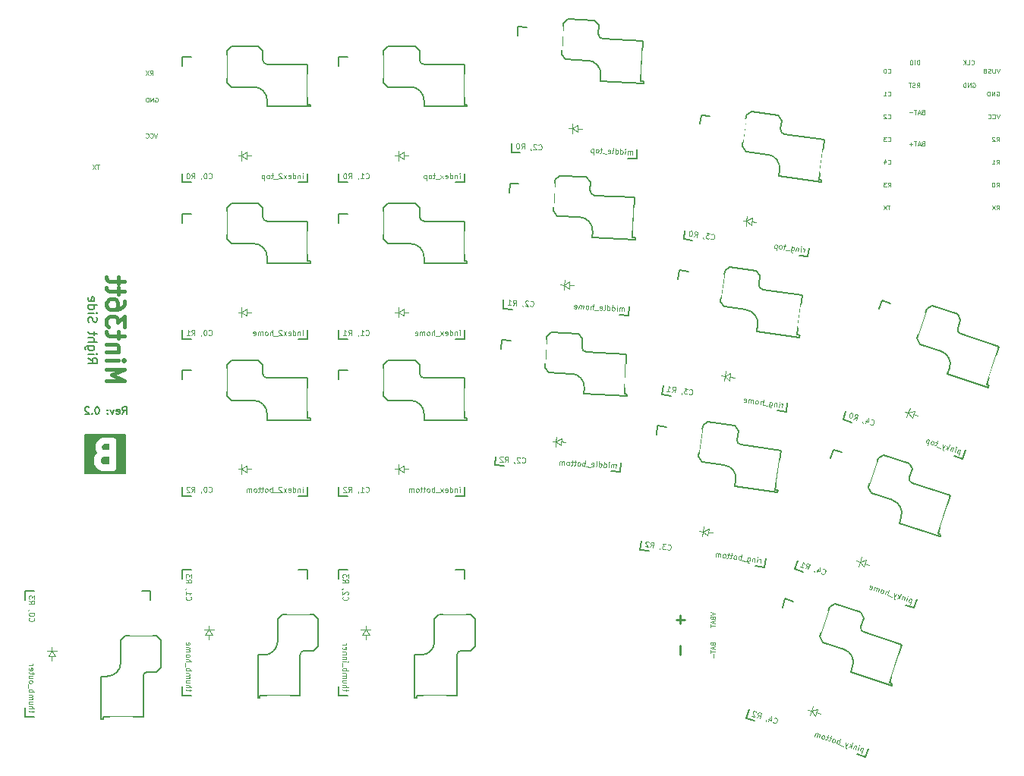
<source format=gbo>
G04 #@! TF.GenerationSoftware,KiCad,Pcbnew,8.0.7*
G04 #@! TF.CreationDate,2024-12-21T19:49:35+01:00*
G04 #@! TF.ProjectId,mint36tt_rev02_R,6d696e74-3336-4747-945f-72657630325f,0.2*
G04 #@! TF.SameCoordinates,Original*
G04 #@! TF.FileFunction,Legend,Bot*
G04 #@! TF.FilePolarity,Positive*
%FSLAX46Y46*%
G04 Gerber Fmt 4.6, Leading zero omitted, Abs format (unit mm)*
G04 Created by KiCad (PCBNEW 8.0.7) date 2024-12-21 19:49:35*
%MOMM*%
%LPD*%
G01*
G04 APERTURE LIST*
G04 Aperture macros list*
%AMRotRect*
0 Rectangle, with rotation*
0 The origin of the aperture is its center*
0 $1 length*
0 $2 width*
0 $3 Rotation angle, in degrees counterclockwise*
0 Add horizontal line*
21,1,$1,$2,0,0,$3*%
G04 Aperture macros list end*
%ADD10C,0.200000*%
%ADD11C,0.400000*%
%ADD12C,0.150000*%
%ADD13C,0.750000*%
%ADD14C,0.125000*%
%ADD15C,0.250000*%
%ADD16C,0.100000*%
%ADD17C,1.397000*%
%ADD18C,1.701800*%
%ADD19C,3.000000*%
%ADD20C,3.429000*%
%ADD21RotRect,2.600000X2.600000X270.000001*%
%ADD22RotRect,2.600000X2.600000X342.000000*%
%ADD23R,0.900000X1.200000*%
%ADD24RotRect,0.900000X1.200000X357.000000*%
%ADD25RotRect,2.600000X2.600000X352.000000*%
%ADD26RotRect,0.900000X1.200000X342.000000*%
%ADD27RotRect,2.600000X2.600000X357.000000*%
%ADD28C,1.524000*%
%ADD29C,1.200000*%
%ADD30O,1.700000X2.500000*%
%ADD31R,2.600000X2.600000*%
%ADD32RotRect,0.900000X1.200000X352.000000*%
%ADD33RotRect,0.900000X1.200000X270.000001*%
%ADD34C,0.900000*%
G04 APERTURE END LIST*
D10*
X96975000Y-99515000D02*
X97775000Y-99515000D01*
X97775000Y-103805000D01*
X96975000Y-103805000D01*
X96975000Y-99515000D01*
G36*
X96975000Y-99515000D02*
G01*
X97775000Y-99515000D01*
X97775000Y-103805000D01*
X96975000Y-103805000D01*
X96975000Y-99515000D01*
G37*
X100675000Y-99515000D02*
X101475000Y-99515000D01*
X101475000Y-103805000D01*
X100675000Y-103805000D01*
X100675000Y-99515000D01*
G36*
X100675000Y-99515000D02*
G01*
X101475000Y-99515000D01*
X101475000Y-103805000D01*
X100675000Y-103805000D01*
X100675000Y-99515000D01*
G37*
D11*
X99370561Y-93491666D02*
X101370561Y-93491666D01*
X101370561Y-93491666D02*
X99941990Y-92824999D01*
X99941990Y-92824999D02*
X101370561Y-92158333D01*
X101370561Y-92158333D02*
X99370561Y-92158333D01*
X99370561Y-91205952D02*
X100703895Y-91205952D01*
X101370561Y-91205952D02*
X101275323Y-91301190D01*
X101275323Y-91301190D02*
X101180085Y-91205952D01*
X101180085Y-91205952D02*
X101275323Y-91110714D01*
X101275323Y-91110714D02*
X101370561Y-91205952D01*
X101370561Y-91205952D02*
X101180085Y-91205952D01*
X100703895Y-90253571D02*
X99370561Y-90253571D01*
X100513419Y-90253571D02*
X100608657Y-90158333D01*
X100608657Y-90158333D02*
X100703895Y-89967857D01*
X100703895Y-89967857D02*
X100703895Y-89682142D01*
X100703895Y-89682142D02*
X100608657Y-89491666D01*
X100608657Y-89491666D02*
X100418180Y-89396428D01*
X100418180Y-89396428D02*
X99370561Y-89396428D01*
X100703895Y-88729761D02*
X100703895Y-87967857D01*
X101370561Y-88444047D02*
X99656276Y-88444047D01*
X99656276Y-88444047D02*
X99465800Y-88348809D01*
X99465800Y-88348809D02*
X99370561Y-88158333D01*
X99370561Y-88158333D02*
X99370561Y-87967857D01*
X101370561Y-87491666D02*
X101370561Y-86253571D01*
X101370561Y-86253571D02*
X100608657Y-86920238D01*
X100608657Y-86920238D02*
X100608657Y-86634523D01*
X100608657Y-86634523D02*
X100513419Y-86444047D01*
X100513419Y-86444047D02*
X100418180Y-86348809D01*
X100418180Y-86348809D02*
X100227704Y-86253571D01*
X100227704Y-86253571D02*
X99751514Y-86253571D01*
X99751514Y-86253571D02*
X99561038Y-86348809D01*
X99561038Y-86348809D02*
X99465800Y-86444047D01*
X99465800Y-86444047D02*
X99370561Y-86634523D01*
X99370561Y-86634523D02*
X99370561Y-87205952D01*
X99370561Y-87205952D02*
X99465800Y-87396428D01*
X99465800Y-87396428D02*
X99561038Y-87491666D01*
X101370561Y-84539285D02*
X101370561Y-84920238D01*
X101370561Y-84920238D02*
X101275323Y-85110714D01*
X101275323Y-85110714D02*
X101180085Y-85205952D01*
X101180085Y-85205952D02*
X100894371Y-85396428D01*
X100894371Y-85396428D02*
X100513419Y-85491666D01*
X100513419Y-85491666D02*
X99751514Y-85491666D01*
X99751514Y-85491666D02*
X99561038Y-85396428D01*
X99561038Y-85396428D02*
X99465800Y-85301190D01*
X99465800Y-85301190D02*
X99370561Y-85110714D01*
X99370561Y-85110714D02*
X99370561Y-84729761D01*
X99370561Y-84729761D02*
X99465800Y-84539285D01*
X99465800Y-84539285D02*
X99561038Y-84444047D01*
X99561038Y-84444047D02*
X99751514Y-84348809D01*
X99751514Y-84348809D02*
X100227704Y-84348809D01*
X100227704Y-84348809D02*
X100418180Y-84444047D01*
X100418180Y-84444047D02*
X100513419Y-84539285D01*
X100513419Y-84539285D02*
X100608657Y-84729761D01*
X100608657Y-84729761D02*
X100608657Y-85110714D01*
X100608657Y-85110714D02*
X100513419Y-85301190D01*
X100513419Y-85301190D02*
X100418180Y-85396428D01*
X100418180Y-85396428D02*
X100227704Y-85491666D01*
X100703895Y-83777380D02*
X100703895Y-83015476D01*
X101370561Y-83491666D02*
X99656276Y-83491666D01*
X99656276Y-83491666D02*
X99465800Y-83396428D01*
X99465800Y-83396428D02*
X99370561Y-83205952D01*
X99370561Y-83205952D02*
X99370561Y-83015476D01*
X100703895Y-82634523D02*
X100703895Y-81872619D01*
X101370561Y-82348809D02*
X99656276Y-82348809D01*
X99656276Y-82348809D02*
X99465800Y-82253571D01*
X99465800Y-82253571D02*
X99370561Y-82063095D01*
X99370561Y-82063095D02*
X99370561Y-81872619D01*
D12*
X97320180Y-90920238D02*
X97796371Y-91253571D01*
X97320180Y-91491666D02*
X98320180Y-91491666D01*
X98320180Y-91491666D02*
X98320180Y-91110714D01*
X98320180Y-91110714D02*
X98272561Y-91015476D01*
X98272561Y-91015476D02*
X98224942Y-90967857D01*
X98224942Y-90967857D02*
X98129704Y-90920238D01*
X98129704Y-90920238D02*
X97986847Y-90920238D01*
X97986847Y-90920238D02*
X97891609Y-90967857D01*
X97891609Y-90967857D02*
X97843990Y-91015476D01*
X97843990Y-91015476D02*
X97796371Y-91110714D01*
X97796371Y-91110714D02*
X97796371Y-91491666D01*
X97320180Y-90491666D02*
X97986847Y-90491666D01*
X98320180Y-90491666D02*
X98272561Y-90539285D01*
X98272561Y-90539285D02*
X98224942Y-90491666D01*
X98224942Y-90491666D02*
X98272561Y-90444047D01*
X98272561Y-90444047D02*
X98320180Y-90491666D01*
X98320180Y-90491666D02*
X98224942Y-90491666D01*
X97986847Y-89586905D02*
X97177323Y-89586905D01*
X97177323Y-89586905D02*
X97082085Y-89634524D01*
X97082085Y-89634524D02*
X97034466Y-89682143D01*
X97034466Y-89682143D02*
X96986847Y-89777381D01*
X96986847Y-89777381D02*
X96986847Y-89920238D01*
X96986847Y-89920238D02*
X97034466Y-90015476D01*
X97367800Y-89586905D02*
X97320180Y-89682143D01*
X97320180Y-89682143D02*
X97320180Y-89872619D01*
X97320180Y-89872619D02*
X97367800Y-89967857D01*
X97367800Y-89967857D02*
X97415419Y-90015476D01*
X97415419Y-90015476D02*
X97510657Y-90063095D01*
X97510657Y-90063095D02*
X97796371Y-90063095D01*
X97796371Y-90063095D02*
X97891609Y-90015476D01*
X97891609Y-90015476D02*
X97939228Y-89967857D01*
X97939228Y-89967857D02*
X97986847Y-89872619D01*
X97986847Y-89872619D02*
X97986847Y-89682143D01*
X97986847Y-89682143D02*
X97939228Y-89586905D01*
X97320180Y-89110714D02*
X98320180Y-89110714D01*
X97320180Y-88682143D02*
X97843990Y-88682143D01*
X97843990Y-88682143D02*
X97939228Y-88729762D01*
X97939228Y-88729762D02*
X97986847Y-88825000D01*
X97986847Y-88825000D02*
X97986847Y-88967857D01*
X97986847Y-88967857D02*
X97939228Y-89063095D01*
X97939228Y-89063095D02*
X97891609Y-89110714D01*
X97986847Y-88348809D02*
X97986847Y-87967857D01*
X98320180Y-88205952D02*
X97463038Y-88205952D01*
X97463038Y-88205952D02*
X97367800Y-88158333D01*
X97367800Y-88158333D02*
X97320180Y-88063095D01*
X97320180Y-88063095D02*
X97320180Y-87967857D01*
X97367800Y-86920237D02*
X97320180Y-86777380D01*
X97320180Y-86777380D02*
X97320180Y-86539285D01*
X97320180Y-86539285D02*
X97367800Y-86444047D01*
X97367800Y-86444047D02*
X97415419Y-86396428D01*
X97415419Y-86396428D02*
X97510657Y-86348809D01*
X97510657Y-86348809D02*
X97605895Y-86348809D01*
X97605895Y-86348809D02*
X97701133Y-86396428D01*
X97701133Y-86396428D02*
X97748752Y-86444047D01*
X97748752Y-86444047D02*
X97796371Y-86539285D01*
X97796371Y-86539285D02*
X97843990Y-86729761D01*
X97843990Y-86729761D02*
X97891609Y-86824999D01*
X97891609Y-86824999D02*
X97939228Y-86872618D01*
X97939228Y-86872618D02*
X98034466Y-86920237D01*
X98034466Y-86920237D02*
X98129704Y-86920237D01*
X98129704Y-86920237D02*
X98224942Y-86872618D01*
X98224942Y-86872618D02*
X98272561Y-86824999D01*
X98272561Y-86824999D02*
X98320180Y-86729761D01*
X98320180Y-86729761D02*
X98320180Y-86491666D01*
X98320180Y-86491666D02*
X98272561Y-86348809D01*
X97320180Y-85920237D02*
X97986847Y-85920237D01*
X98320180Y-85920237D02*
X98272561Y-85967856D01*
X98272561Y-85967856D02*
X98224942Y-85920237D01*
X98224942Y-85920237D02*
X98272561Y-85872618D01*
X98272561Y-85872618D02*
X98320180Y-85920237D01*
X98320180Y-85920237D02*
X98224942Y-85920237D01*
X97320180Y-85015476D02*
X98320180Y-85015476D01*
X97367800Y-85015476D02*
X97320180Y-85110714D01*
X97320180Y-85110714D02*
X97320180Y-85301190D01*
X97320180Y-85301190D02*
X97367800Y-85396428D01*
X97367800Y-85396428D02*
X97415419Y-85444047D01*
X97415419Y-85444047D02*
X97510657Y-85491666D01*
X97510657Y-85491666D02*
X97796371Y-85491666D01*
X97796371Y-85491666D02*
X97891609Y-85444047D01*
X97891609Y-85444047D02*
X97939228Y-85396428D01*
X97939228Y-85396428D02*
X97986847Y-85301190D01*
X97986847Y-85301190D02*
X97986847Y-85110714D01*
X97986847Y-85110714D02*
X97939228Y-85015476D01*
X97367800Y-84158333D02*
X97320180Y-84253571D01*
X97320180Y-84253571D02*
X97320180Y-84444047D01*
X97320180Y-84444047D02*
X97367800Y-84539285D01*
X97367800Y-84539285D02*
X97463038Y-84586904D01*
X97463038Y-84586904D02*
X97843990Y-84586904D01*
X97843990Y-84586904D02*
X97939228Y-84539285D01*
X97939228Y-84539285D02*
X97986847Y-84444047D01*
X97986847Y-84444047D02*
X97986847Y-84253571D01*
X97986847Y-84253571D02*
X97939228Y-84158333D01*
X97939228Y-84158333D02*
X97843990Y-84110714D01*
X97843990Y-84110714D02*
X97748752Y-84110714D01*
X97748752Y-84110714D02*
X97653514Y-84586904D01*
X101122618Y-97187295D02*
X101389285Y-96806342D01*
X101579761Y-97187295D02*
X101579761Y-96387295D01*
X101579761Y-96387295D02*
X101274999Y-96387295D01*
X101274999Y-96387295D02*
X101198809Y-96425390D01*
X101198809Y-96425390D02*
X101160714Y-96463485D01*
X101160714Y-96463485D02*
X101122618Y-96539676D01*
X101122618Y-96539676D02*
X101122618Y-96653961D01*
X101122618Y-96653961D02*
X101160714Y-96730152D01*
X101160714Y-96730152D02*
X101198809Y-96768247D01*
X101198809Y-96768247D02*
X101274999Y-96806342D01*
X101274999Y-96806342D02*
X101579761Y-96806342D01*
X100474999Y-97149200D02*
X100551190Y-97187295D01*
X100551190Y-97187295D02*
X100703571Y-97187295D01*
X100703571Y-97187295D02*
X100779761Y-97149200D01*
X100779761Y-97149200D02*
X100817857Y-97073009D01*
X100817857Y-97073009D02*
X100817857Y-96768247D01*
X100817857Y-96768247D02*
X100779761Y-96692057D01*
X100779761Y-96692057D02*
X100703571Y-96653961D01*
X100703571Y-96653961D02*
X100551190Y-96653961D01*
X100551190Y-96653961D02*
X100474999Y-96692057D01*
X100474999Y-96692057D02*
X100436904Y-96768247D01*
X100436904Y-96768247D02*
X100436904Y-96844438D01*
X100436904Y-96844438D02*
X100817857Y-96920628D01*
X100170238Y-96653961D02*
X99979762Y-97187295D01*
X99979762Y-97187295D02*
X99789285Y-96653961D01*
X99484523Y-97111104D02*
X99446428Y-97149200D01*
X99446428Y-97149200D02*
X99484523Y-97187295D01*
X99484523Y-97187295D02*
X99522619Y-97149200D01*
X99522619Y-97149200D02*
X99484523Y-97111104D01*
X99484523Y-97111104D02*
X99484523Y-97187295D01*
X99484523Y-96692057D02*
X99446428Y-96730152D01*
X99446428Y-96730152D02*
X99484523Y-96768247D01*
X99484523Y-96768247D02*
X99522619Y-96730152D01*
X99522619Y-96730152D02*
X99484523Y-96692057D01*
X99484523Y-96692057D02*
X99484523Y-96768247D01*
X98341666Y-96387295D02*
X98265476Y-96387295D01*
X98265476Y-96387295D02*
X98189285Y-96425390D01*
X98189285Y-96425390D02*
X98151190Y-96463485D01*
X98151190Y-96463485D02*
X98113095Y-96539676D01*
X98113095Y-96539676D02*
X98075000Y-96692057D01*
X98075000Y-96692057D02*
X98075000Y-96882533D01*
X98075000Y-96882533D02*
X98113095Y-97034914D01*
X98113095Y-97034914D02*
X98151190Y-97111104D01*
X98151190Y-97111104D02*
X98189285Y-97149200D01*
X98189285Y-97149200D02*
X98265476Y-97187295D01*
X98265476Y-97187295D02*
X98341666Y-97187295D01*
X98341666Y-97187295D02*
X98417857Y-97149200D01*
X98417857Y-97149200D02*
X98455952Y-97111104D01*
X98455952Y-97111104D02*
X98494047Y-97034914D01*
X98494047Y-97034914D02*
X98532143Y-96882533D01*
X98532143Y-96882533D02*
X98532143Y-96692057D01*
X98532143Y-96692057D02*
X98494047Y-96539676D01*
X98494047Y-96539676D02*
X98455952Y-96463485D01*
X98455952Y-96463485D02*
X98417857Y-96425390D01*
X98417857Y-96425390D02*
X98341666Y-96387295D01*
X97732142Y-97111104D02*
X97694047Y-97149200D01*
X97694047Y-97149200D02*
X97732142Y-97187295D01*
X97732142Y-97187295D02*
X97770238Y-97149200D01*
X97770238Y-97149200D02*
X97732142Y-97111104D01*
X97732142Y-97111104D02*
X97732142Y-97187295D01*
X97389286Y-96463485D02*
X97351190Y-96425390D01*
X97351190Y-96425390D02*
X97275000Y-96387295D01*
X97275000Y-96387295D02*
X97084524Y-96387295D01*
X97084524Y-96387295D02*
X97008333Y-96425390D01*
X97008333Y-96425390D02*
X96970238Y-96463485D01*
X96970238Y-96463485D02*
X96932143Y-96539676D01*
X96932143Y-96539676D02*
X96932143Y-96615866D01*
X96932143Y-96615866D02*
X96970238Y-96730152D01*
X96970238Y-96730152D02*
X97427381Y-97187295D01*
X97427381Y-97187295D02*
X96932143Y-97187295D01*
D13*
G36*
X99685714Y-102785857D02*
G01*
X99006382Y-102785857D01*
X98854277Y-102709805D01*
X98797480Y-102653007D01*
X98721428Y-102500903D01*
X98721428Y-102249381D01*
X98797480Y-102097276D01*
X98834710Y-102060046D01*
X99121567Y-101964428D01*
X99685714Y-101964428D01*
X99685714Y-102785857D01*
G37*
G36*
X99685714Y-101214428D02*
G01*
X99149239Y-101214428D01*
X98997134Y-101138375D01*
X98940336Y-101081578D01*
X98864285Y-100929475D01*
X98864285Y-100820810D01*
X98940336Y-100668706D01*
X98997134Y-100611909D01*
X99149239Y-100535857D01*
X99685714Y-100535857D01*
X99685714Y-101214428D01*
G37*
G36*
X100810714Y-103910857D02*
G01*
X97596428Y-103910857D01*
X97596428Y-102160857D01*
X97971428Y-102160857D01*
X97971428Y-102589428D01*
X97972753Y-102609645D01*
X97972371Y-102616012D01*
X97973546Y-102621758D01*
X97974636Y-102638375D01*
X97984417Y-102674880D01*
X97991997Y-102711919D01*
X97998455Y-102727272D01*
X97999973Y-102732934D01*
X98003160Y-102738454D01*
X98011018Y-102757133D01*
X98153875Y-103042847D01*
X98178634Y-103085192D01*
X98186128Y-103093644D01*
X98191777Y-103103427D01*
X98224119Y-103140306D01*
X98366976Y-103283164D01*
X98403855Y-103315507D01*
X98413640Y-103321156D01*
X98422092Y-103328651D01*
X98464437Y-103353410D01*
X98750152Y-103496267D01*
X98768829Y-103504124D01*
X98774351Y-103507312D01*
X98780014Y-103508829D01*
X98795367Y-103515288D01*
X98832401Y-103522866D01*
X98868910Y-103532649D01*
X98885527Y-103533738D01*
X98891274Y-103534914D01*
X98897639Y-103534531D01*
X98917857Y-103535857D01*
X100060714Y-103535857D01*
X100109661Y-103532649D01*
X100204220Y-103507312D01*
X100289000Y-103458365D01*
X100358222Y-103389143D01*
X100407169Y-103304363D01*
X100432506Y-103209804D01*
X100435714Y-103160857D01*
X100435714Y-100160857D01*
X100432506Y-100111910D01*
X100407169Y-100017351D01*
X100358222Y-99932571D01*
X100289000Y-99863349D01*
X100204220Y-99814402D01*
X100109661Y-99789065D01*
X100060714Y-99785857D01*
X99060714Y-99785857D01*
X99040496Y-99787182D01*
X99034130Y-99786800D01*
X99028383Y-99787975D01*
X99011767Y-99789065D01*
X98975261Y-99798846D01*
X98938223Y-99806426D01*
X98922869Y-99812884D01*
X98917208Y-99814402D01*
X98911687Y-99817589D01*
X98893009Y-99825447D01*
X98607295Y-99968304D01*
X98564950Y-99993063D01*
X98556497Y-100000557D01*
X98546715Y-100006206D01*
X98509836Y-100038548D01*
X98366978Y-100181405D01*
X98334635Y-100218284D01*
X98328985Y-100228069D01*
X98321491Y-100236521D01*
X98296732Y-100278866D01*
X98153875Y-100564580D01*
X98146017Y-100583258D01*
X98142830Y-100588779D01*
X98141312Y-100594440D01*
X98134854Y-100609794D01*
X98127274Y-100646832D01*
X98117493Y-100683338D01*
X98116403Y-100699954D01*
X98115228Y-100705701D01*
X98115610Y-100712067D01*
X98114285Y-100732285D01*
X98114285Y-101018000D01*
X98115610Y-101038217D01*
X98115228Y-101044584D01*
X98116403Y-101050330D01*
X98117493Y-101066947D01*
X98127274Y-101103452D01*
X98134854Y-101140491D01*
X98141312Y-101155844D01*
X98142830Y-101161506D01*
X98146017Y-101167026D01*
X98153875Y-101185705D01*
X98296732Y-101471419D01*
X98321063Y-101513033D01*
X98224120Y-101609977D01*
X98191778Y-101646856D01*
X98186129Y-101656639D01*
X98178634Y-101665092D01*
X98153875Y-101707437D01*
X98011018Y-101993152D01*
X98003160Y-102011829D01*
X97999973Y-102017351D01*
X97998455Y-102023014D01*
X97991997Y-102038367D01*
X97984418Y-102075401D01*
X97974636Y-102111910D01*
X97973546Y-102128527D01*
X97972371Y-102134274D01*
X97972753Y-102140639D01*
X97971428Y-102160857D01*
X97596428Y-102160857D01*
X97596428Y-99410857D01*
X100810714Y-99410857D01*
X100810714Y-103910857D01*
G37*
D14*
X108603928Y-128135621D02*
X108603928Y-127907049D01*
X108803928Y-128049906D02*
X108289642Y-128049906D01*
X108289642Y-128049906D02*
X108232499Y-128021335D01*
X108232499Y-128021335D02*
X108203928Y-127964192D01*
X108203928Y-127964192D02*
X108203928Y-127907049D01*
X108203928Y-127707049D02*
X108803928Y-127707049D01*
X108203928Y-127449907D02*
X108518214Y-127449906D01*
X108518214Y-127449906D02*
X108575357Y-127478478D01*
X108575357Y-127478478D02*
X108603928Y-127535621D01*
X108603928Y-127535621D02*
X108603928Y-127621335D01*
X108603928Y-127621335D02*
X108575357Y-127678478D01*
X108575357Y-127678478D02*
X108546785Y-127707049D01*
X108603928Y-126907049D02*
X108203928Y-126907050D01*
X108603928Y-127164192D02*
X108289642Y-127164192D01*
X108289642Y-127164192D02*
X108232499Y-127135621D01*
X108232499Y-127135621D02*
X108203928Y-127078478D01*
X108203928Y-127078478D02*
X108203928Y-126992764D01*
X108203928Y-126992764D02*
X108232499Y-126935621D01*
X108232499Y-126935621D02*
X108261071Y-126907050D01*
X108203928Y-126621335D02*
X108603928Y-126621335D01*
X108546785Y-126621335D02*
X108575357Y-126592764D01*
X108575357Y-126592764D02*
X108603928Y-126535621D01*
X108603928Y-126535621D02*
X108603928Y-126449907D01*
X108603928Y-126449907D02*
X108575357Y-126392764D01*
X108575357Y-126392764D02*
X108518214Y-126364192D01*
X108518214Y-126364192D02*
X108203928Y-126364193D01*
X108518214Y-126364192D02*
X108575357Y-126335621D01*
X108575357Y-126335621D02*
X108603928Y-126278478D01*
X108603928Y-126278478D02*
X108603928Y-126192764D01*
X108603928Y-126192764D02*
X108575357Y-126135621D01*
X108575357Y-126135621D02*
X108518214Y-126107050D01*
X108518214Y-126107050D02*
X108203928Y-126107050D01*
X108203928Y-125821335D02*
X108803928Y-125821335D01*
X108575357Y-125821335D02*
X108603928Y-125764192D01*
X108603928Y-125764192D02*
X108603928Y-125649907D01*
X108603928Y-125649907D02*
X108575357Y-125592764D01*
X108575357Y-125592764D02*
X108546785Y-125564192D01*
X108546785Y-125564192D02*
X108489642Y-125535621D01*
X108489642Y-125535621D02*
X108318214Y-125535621D01*
X108318214Y-125535621D02*
X108261071Y-125564193D01*
X108261071Y-125564193D02*
X108232499Y-125592764D01*
X108232499Y-125592764D02*
X108203928Y-125649907D01*
X108203928Y-125649907D02*
X108203928Y-125764193D01*
X108203928Y-125764193D02*
X108232499Y-125821335D01*
X108146785Y-125421336D02*
X108146785Y-124964193D01*
X108203928Y-124821335D02*
X108803928Y-124821335D01*
X108203928Y-124564193D02*
X108518214Y-124564192D01*
X108518214Y-124564192D02*
X108575357Y-124592764D01*
X108575357Y-124592764D02*
X108603928Y-124649907D01*
X108603928Y-124649907D02*
X108603928Y-124735621D01*
X108603928Y-124735621D02*
X108575357Y-124792764D01*
X108575357Y-124792764D02*
X108546785Y-124821335D01*
X108203928Y-124192764D02*
X108232499Y-124249907D01*
X108232499Y-124249907D02*
X108261071Y-124278478D01*
X108261071Y-124278478D02*
X108318214Y-124307050D01*
X108318214Y-124307050D02*
X108489642Y-124307050D01*
X108489642Y-124307050D02*
X108546785Y-124278478D01*
X108546785Y-124278478D02*
X108575357Y-124249907D01*
X108575357Y-124249907D02*
X108603928Y-124192764D01*
X108603928Y-124192764D02*
X108603928Y-124107050D01*
X108603928Y-124107050D02*
X108575357Y-124049907D01*
X108575357Y-124049907D02*
X108546785Y-124021335D01*
X108546785Y-124021335D02*
X108489642Y-123992764D01*
X108489642Y-123992764D02*
X108318214Y-123992764D01*
X108318214Y-123992764D02*
X108261071Y-124021336D01*
X108261071Y-124021336D02*
X108232499Y-124049907D01*
X108232499Y-124049907D02*
X108203928Y-124107050D01*
X108203928Y-124107050D02*
X108203928Y-124192764D01*
X108203928Y-123735621D02*
X108603928Y-123735621D01*
X108546785Y-123735621D02*
X108575357Y-123707050D01*
X108575357Y-123707050D02*
X108603928Y-123649907D01*
X108603928Y-123649907D02*
X108603928Y-123564193D01*
X108603928Y-123564193D02*
X108575357Y-123507050D01*
X108575357Y-123507050D02*
X108518214Y-123478478D01*
X108518214Y-123478478D02*
X108203928Y-123478479D01*
X108518214Y-123478478D02*
X108575357Y-123449907D01*
X108575357Y-123449907D02*
X108603928Y-123392764D01*
X108603928Y-123392764D02*
X108603928Y-123307050D01*
X108603928Y-123307050D02*
X108575357Y-123249907D01*
X108575357Y-123249907D02*
X108518214Y-123221336D01*
X108518214Y-123221336D02*
X108203928Y-123221336D01*
X108232499Y-122707050D02*
X108203928Y-122764193D01*
X108203928Y-122764193D02*
X108203928Y-122878479D01*
X108203928Y-122878479D02*
X108232499Y-122935621D01*
X108232499Y-122935621D02*
X108289642Y-122964193D01*
X108289642Y-122964193D02*
X108518214Y-122964193D01*
X108518214Y-122964193D02*
X108575357Y-122935621D01*
X108575357Y-122935621D02*
X108603928Y-122878478D01*
X108603928Y-122878478D02*
X108603928Y-122764193D01*
X108603928Y-122764193D02*
X108575357Y-122707050D01*
X108575357Y-122707050D02*
X108518214Y-122678478D01*
X108518214Y-122678478D02*
X108461071Y-122678479D01*
X108461071Y-122678479D02*
X108403928Y-122964193D01*
X108261071Y-117557236D02*
X108232500Y-117585808D01*
X108232500Y-117585808D02*
X108203928Y-117671522D01*
X108203928Y-117671522D02*
X108203928Y-117728665D01*
X108203928Y-117728665D02*
X108232500Y-117814379D01*
X108232500Y-117814379D02*
X108289642Y-117871522D01*
X108289642Y-117871522D02*
X108346785Y-117900093D01*
X108346785Y-117900093D02*
X108461071Y-117928665D01*
X108461071Y-117928665D02*
X108546785Y-117928665D01*
X108546785Y-117928665D02*
X108661071Y-117900093D01*
X108661071Y-117900093D02*
X108718214Y-117871522D01*
X108718214Y-117871522D02*
X108775357Y-117814379D01*
X108775357Y-117814379D02*
X108803928Y-117728665D01*
X108803928Y-117728665D02*
X108803928Y-117671522D01*
X108803928Y-117671522D02*
X108775357Y-117585808D01*
X108775357Y-117585808D02*
X108746785Y-117557236D01*
X108203928Y-116985808D02*
X108203928Y-117328665D01*
X108203928Y-117157236D02*
X108803928Y-117157236D01*
X108803928Y-117157236D02*
X108718214Y-117214379D01*
X108718214Y-117214379D02*
X108661071Y-117271522D01*
X108661071Y-117271522D02*
X108632500Y-117328665D01*
X108232500Y-116700093D02*
X108203928Y-116700093D01*
X108203928Y-116700093D02*
X108146785Y-116728664D01*
X108146785Y-116728664D02*
X108118214Y-116757236D01*
X108203928Y-115642950D02*
X108489642Y-115842950D01*
X108203928Y-115985807D02*
X108803928Y-115985807D01*
X108803928Y-115985807D02*
X108803928Y-115757236D01*
X108803928Y-115757236D02*
X108775357Y-115700093D01*
X108775357Y-115700093D02*
X108746785Y-115671522D01*
X108746785Y-115671522D02*
X108689642Y-115642950D01*
X108689642Y-115642950D02*
X108603928Y-115642950D01*
X108603928Y-115642950D02*
X108546785Y-115671522D01*
X108546785Y-115671522D02*
X108518214Y-115700093D01*
X108518214Y-115700093D02*
X108489642Y-115757236D01*
X108489642Y-115757236D02*
X108489642Y-115985807D01*
X108803928Y-115442950D02*
X108803928Y-115071522D01*
X108803928Y-115071522D02*
X108575357Y-115271522D01*
X108575357Y-115271522D02*
X108575357Y-115185807D01*
X108575357Y-115185807D02*
X108546785Y-115128664D01*
X108546785Y-115128664D02*
X108518214Y-115100093D01*
X108518214Y-115100093D02*
X108461071Y-115071522D01*
X108461071Y-115071522D02*
X108318214Y-115071522D01*
X108318214Y-115071522D02*
X108261071Y-115100093D01*
X108261071Y-115100093D02*
X108232500Y-115128665D01*
X108232500Y-115128665D02*
X108203928Y-115185807D01*
X108203928Y-115185807D02*
X108203928Y-115357236D01*
X108203928Y-115357236D02*
X108232500Y-115414379D01*
X108232500Y-115414379D02*
X108261071Y-115442950D01*
X189193970Y-117848097D02*
X189008560Y-118418730D01*
X189185141Y-117875270D02*
X189139624Y-117830438D01*
X189139624Y-117830438D02*
X189030932Y-117795122D01*
X189030932Y-117795122D02*
X188967757Y-117804637D01*
X188967757Y-117804637D02*
X188931755Y-117822981D01*
X188931755Y-117822981D02*
X188886924Y-117868498D01*
X188886924Y-117868498D02*
X188833949Y-118031536D01*
X188833949Y-118031536D02*
X188843464Y-118094712D01*
X188843464Y-118094712D02*
X188861808Y-118130714D01*
X188861808Y-118130714D02*
X188907325Y-118175545D01*
X188907325Y-118175545D02*
X189016017Y-118210861D01*
X189016017Y-118210861D02*
X189079193Y-118201346D01*
X188554076Y-118060767D02*
X188677683Y-117680344D01*
X188739486Y-117490133D02*
X188757830Y-117526135D01*
X188757830Y-117526135D02*
X188721828Y-117544479D01*
X188721828Y-117544479D02*
X188703484Y-117508477D01*
X188703484Y-117508477D02*
X188739486Y-117490133D01*
X188739486Y-117490133D02*
X188721828Y-117544479D01*
X188405952Y-117592054D02*
X188282346Y-117972477D01*
X188388294Y-117646400D02*
X188369950Y-117610398D01*
X188369950Y-117610398D02*
X188324433Y-117565567D01*
X188324433Y-117565567D02*
X188242914Y-117539080D01*
X188242914Y-117539080D02*
X188179739Y-117548595D01*
X188179739Y-117548595D02*
X188134908Y-117594112D01*
X188134908Y-117594112D02*
X188037788Y-117893015D01*
X187766058Y-117804725D02*
X187951468Y-117234091D01*
X187782344Y-117569682D02*
X187548674Y-117734092D01*
X187672280Y-117353670D02*
X187819032Y-117641686D01*
X187482069Y-117291866D02*
X187222597Y-117628144D01*
X187210339Y-117203576D02*
X187222597Y-117628144D01*
X187222597Y-117628144D02*
X187232798Y-117781667D01*
X187232798Y-117781667D02*
X187251142Y-117817669D01*
X187251142Y-117817669D02*
X187296659Y-117862500D01*
X186987555Y-117611857D02*
X186552786Y-117470592D01*
X186434579Y-117372101D02*
X186619989Y-116801467D01*
X186190021Y-117292639D02*
X186287141Y-116993736D01*
X186287141Y-116993736D02*
X186331972Y-116948219D01*
X186331972Y-116948219D02*
X186395147Y-116938704D01*
X186395147Y-116938704D02*
X186476667Y-116965191D01*
X186476667Y-116965191D02*
X186522184Y-117010022D01*
X186522184Y-117010022D02*
X186540528Y-117046024D01*
X185836772Y-117177862D02*
X185899947Y-117168347D01*
X185899947Y-117168347D02*
X185935949Y-117150003D01*
X185935949Y-117150003D02*
X185980780Y-117104486D01*
X185980780Y-117104486D02*
X186033755Y-116941447D01*
X186033755Y-116941447D02*
X186024240Y-116878272D01*
X186024240Y-116878272D02*
X186005896Y-116842270D01*
X186005896Y-116842270D02*
X185960379Y-116797439D01*
X185960379Y-116797439D02*
X185878860Y-116770952D01*
X185878860Y-116770952D02*
X185815685Y-116780467D01*
X185815685Y-116780467D02*
X185779682Y-116798811D01*
X185779682Y-116798811D02*
X185734851Y-116844328D01*
X185734851Y-116844328D02*
X185681877Y-117007366D01*
X185681877Y-117007366D02*
X185691392Y-117070541D01*
X185691392Y-117070541D02*
X185709736Y-117106543D01*
X185709736Y-117106543D02*
X185755253Y-117151374D01*
X185755253Y-117151374D02*
X185836772Y-117177862D01*
X185402003Y-117036597D02*
X185525610Y-116656174D01*
X185507952Y-116710520D02*
X185489608Y-116674518D01*
X185489608Y-116674518D02*
X185444091Y-116629687D01*
X185444091Y-116629687D02*
X185362572Y-116603200D01*
X185362572Y-116603200D02*
X185299397Y-116612715D01*
X185299397Y-116612715D02*
X185254566Y-116658232D01*
X185254566Y-116658232D02*
X185157446Y-116957135D01*
X185254566Y-116658232D02*
X185245051Y-116595057D01*
X185245051Y-116595057D02*
X185199534Y-116550225D01*
X185199534Y-116550225D02*
X185118015Y-116523738D01*
X185118015Y-116523738D02*
X185054839Y-116533253D01*
X185054839Y-116533253D02*
X185010008Y-116578770D01*
X185010008Y-116578770D02*
X184912889Y-116877674D01*
X184432603Y-116691578D02*
X184478120Y-116736409D01*
X184478120Y-116736409D02*
X184586812Y-116771725D01*
X184586812Y-116771725D02*
X184649987Y-116762210D01*
X184649987Y-116762210D02*
X184694818Y-116716693D01*
X184694818Y-116716693D02*
X184765451Y-116499309D01*
X184765451Y-116499309D02*
X184755936Y-116436134D01*
X184755936Y-116436134D02*
X184710419Y-116391302D01*
X184710419Y-116391302D02*
X184601727Y-116355986D01*
X184601727Y-116355986D02*
X184538552Y-116365501D01*
X184538552Y-116365501D02*
X184493721Y-116411018D01*
X184493721Y-116411018D02*
X184476062Y-116465364D01*
X184476062Y-116465364D02*
X184730135Y-116608001D01*
X179108899Y-114931759D02*
X179127243Y-114967761D01*
X179127243Y-114967761D02*
X179199933Y-115021422D01*
X179199933Y-115021422D02*
X179254279Y-115039080D01*
X179254279Y-115039080D02*
X179344627Y-115038394D01*
X179344627Y-115038394D02*
X179416631Y-115001706D01*
X179416631Y-115001706D02*
X179461462Y-114956189D01*
X179461462Y-114956189D02*
X179523952Y-114856326D01*
X179523952Y-114856326D02*
X179550439Y-114774807D01*
X179550439Y-114774807D02*
X179558582Y-114657285D01*
X179558582Y-114657285D02*
X179549067Y-114594110D01*
X179549067Y-114594110D02*
X179512379Y-114522106D01*
X179512379Y-114522106D02*
X179439689Y-114468446D01*
X179439689Y-114468446D02*
X179385343Y-114450788D01*
X179385343Y-114450788D02*
X179294995Y-114451474D01*
X179294995Y-114451474D02*
X179258993Y-114469818D01*
X178725733Y-114446760D02*
X178602126Y-114827182D01*
X178932230Y-114273521D02*
X178935660Y-114725262D01*
X178935660Y-114725262D02*
X178582410Y-114610484D01*
X178284878Y-114694061D02*
X178276049Y-114721234D01*
X178276049Y-114721234D02*
X178285564Y-114784409D01*
X178285564Y-114784409D02*
X178303908Y-114820411D01*
X177270646Y-114394559D02*
X177549148Y-114184632D01*
X177596723Y-114500507D02*
X177782133Y-113929873D01*
X177782133Y-113929873D02*
X177564749Y-113859241D01*
X177564749Y-113859241D02*
X177501574Y-113868756D01*
X177501574Y-113868756D02*
X177465571Y-113887100D01*
X177465571Y-113887100D02*
X177420740Y-113932617D01*
X177420740Y-113932617D02*
X177394253Y-114014136D01*
X177394253Y-114014136D02*
X177403768Y-114077311D01*
X177403768Y-114077311D02*
X177422112Y-114113313D01*
X177422112Y-114113313D02*
X177467629Y-114158144D01*
X177467629Y-114158144D02*
X177685013Y-114228777D01*
X176727185Y-114217977D02*
X177053262Y-114323926D01*
X176890224Y-114270952D02*
X177075634Y-113700318D01*
X177075634Y-113700318D02*
X177103493Y-113799495D01*
X177103493Y-113799495D02*
X177140181Y-113871499D01*
X177140181Y-113871499D02*
X177185698Y-113916330D01*
X172272778Y-113773607D02*
X172328447Y-113377500D01*
X172312542Y-113490673D02*
X172292201Y-113430110D01*
X172292201Y-113430110D02*
X172267884Y-113397840D01*
X172267884Y-113397840D02*
X172215274Y-113361594D01*
X172215274Y-113361594D02*
X172158687Y-113353641D01*
X171904964Y-113721914D02*
X171960633Y-113325807D01*
X171988468Y-113127753D02*
X172012785Y-113160023D01*
X172012785Y-113160023D02*
X171980515Y-113184340D01*
X171980515Y-113184340D02*
X171956198Y-113152070D01*
X171956198Y-113152070D02*
X171988468Y-113127753D01*
X171988468Y-113127753D02*
X171980515Y-113184340D01*
X171677700Y-113286043D02*
X171622030Y-113682150D01*
X171669747Y-113342630D02*
X171645430Y-113310360D01*
X171645430Y-113310360D02*
X171592819Y-113274114D01*
X171592819Y-113274114D02*
X171507939Y-113262185D01*
X171507939Y-113262185D02*
X171447376Y-113282525D01*
X171447376Y-113282525D02*
X171411130Y-113335136D01*
X171411130Y-113335136D02*
X171367390Y-113646363D01*
X170885485Y-113174705D02*
X170817887Y-113655692D01*
X170817887Y-113655692D02*
X170838228Y-113716255D01*
X170838228Y-113716255D02*
X170862545Y-113748525D01*
X170862545Y-113748525D02*
X170915155Y-113784771D01*
X170915155Y-113784771D02*
X171000035Y-113796700D01*
X171000035Y-113796700D02*
X171060598Y-113776359D01*
X170833792Y-113542519D02*
X170886403Y-113578765D01*
X170886403Y-113578765D02*
X170999576Y-113594670D01*
X170999576Y-113594670D02*
X171060139Y-113574330D01*
X171060139Y-113574330D02*
X171092409Y-113550013D01*
X171092409Y-113550013D02*
X171128655Y-113497402D01*
X171128655Y-113497402D02*
X171152514Y-113327642D01*
X171152514Y-113327642D02*
X171132173Y-113267079D01*
X171132173Y-113267079D02*
X171107856Y-113234809D01*
X171107856Y-113234809D02*
X171055246Y-113198563D01*
X171055246Y-113198563D02*
X170942072Y-113182657D01*
X170942072Y-113182657D02*
X170881509Y-113202998D01*
X170680397Y-113607517D02*
X170227703Y-113543895D01*
X170094188Y-113467426D02*
X170177692Y-112873265D01*
X170145881Y-113099612D02*
X170093271Y-113063366D01*
X170093271Y-113063366D02*
X169980097Y-113047461D01*
X169980097Y-113047461D02*
X169919534Y-113067801D01*
X169919534Y-113067801D02*
X169887264Y-113092118D01*
X169887264Y-113092118D02*
X169851018Y-113144729D01*
X169851018Y-113144729D02*
X169827160Y-113314489D01*
X169827160Y-113314489D02*
X169847501Y-113375052D01*
X169847501Y-113375052D02*
X169871818Y-113407322D01*
X169871818Y-113407322D02*
X169924428Y-113443568D01*
X169924428Y-113443568D02*
X170037602Y-113459473D01*
X170037602Y-113459473D02*
X170098165Y-113439133D01*
X169471734Y-113379946D02*
X169532297Y-113359605D01*
X169532297Y-113359605D02*
X169564567Y-113335288D01*
X169564567Y-113335288D02*
X169600813Y-113282678D01*
X169600813Y-113282678D02*
X169624672Y-113112918D01*
X169624672Y-113112918D02*
X169604331Y-113052355D01*
X169604331Y-113052355D02*
X169580014Y-113020085D01*
X169580014Y-113020085D02*
X169527404Y-112983839D01*
X169527404Y-112983839D02*
X169442523Y-112971910D01*
X169442523Y-112971910D02*
X169381960Y-112992250D01*
X169381960Y-112992250D02*
X169349691Y-113016567D01*
X169349691Y-113016567D02*
X169313444Y-113069178D01*
X169313444Y-113069178D02*
X169289586Y-113238938D01*
X169289586Y-113238938D02*
X169309927Y-113299501D01*
X169309927Y-113299501D02*
X169334244Y-113331771D01*
X169334244Y-113331771D02*
X169386854Y-113368017D01*
X169386854Y-113368017D02*
X169471734Y-113379946D01*
X169159590Y-112932146D02*
X168933243Y-112900335D01*
X169102544Y-112722163D02*
X169030970Y-113231444D01*
X169030970Y-113231444D02*
X168994723Y-113284054D01*
X168994723Y-113284054D02*
X168934160Y-113304395D01*
X168934160Y-113304395D02*
X168877574Y-113296442D01*
X168820069Y-112884429D02*
X168593722Y-112852618D01*
X168763024Y-112674447D02*
X168691449Y-113183727D01*
X168691449Y-113183727D02*
X168655203Y-113236338D01*
X168655203Y-113236338D02*
X168594640Y-113256678D01*
X168594640Y-113256678D02*
X168538053Y-113248726D01*
X168255120Y-113208962D02*
X168315683Y-113188621D01*
X168315683Y-113188621D02*
X168347953Y-113164304D01*
X168347953Y-113164304D02*
X168384199Y-113111694D01*
X168384199Y-113111694D02*
X168408057Y-112941934D01*
X168408057Y-112941934D02*
X168387716Y-112881371D01*
X168387716Y-112881371D02*
X168363399Y-112849101D01*
X168363399Y-112849101D02*
X168310789Y-112812855D01*
X168310789Y-112812855D02*
X168225909Y-112800926D01*
X168225909Y-112800926D02*
X168165346Y-112821266D01*
X168165346Y-112821266D02*
X168133076Y-112845583D01*
X168133076Y-112845583D02*
X168096830Y-112898194D01*
X168096830Y-112898194D02*
X168072972Y-113067954D01*
X168072972Y-113067954D02*
X168093312Y-113128517D01*
X168093312Y-113128517D02*
X168117629Y-113160787D01*
X168117629Y-113160787D02*
X168170240Y-113197033D01*
X168170240Y-113197033D02*
X168255120Y-113208962D01*
X167802426Y-113145340D02*
X167858095Y-112749233D01*
X167850142Y-112805819D02*
X167825825Y-112773550D01*
X167825825Y-112773550D02*
X167773215Y-112737304D01*
X167773215Y-112737304D02*
X167688335Y-112725374D01*
X167688335Y-112725374D02*
X167627772Y-112745715D01*
X167627772Y-112745715D02*
X167591526Y-112798325D01*
X167591526Y-112798325D02*
X167547785Y-113109553D01*
X167591526Y-112798325D02*
X167571185Y-112737762D01*
X167571185Y-112737762D02*
X167518575Y-112701516D01*
X167518575Y-112701516D02*
X167433694Y-112689587D01*
X167433694Y-112689587D02*
X167373131Y-112709928D01*
X167373131Y-112709928D02*
X167336885Y-112762538D01*
X167336885Y-112762538D02*
X167293145Y-113073765D01*
X161890172Y-112256722D02*
X161914489Y-112288992D01*
X161914489Y-112288992D02*
X161995393Y-112329215D01*
X161995393Y-112329215D02*
X162051979Y-112337167D01*
X162051979Y-112337167D02*
X162140836Y-112320803D01*
X162140836Y-112320803D02*
X162205375Y-112272169D01*
X162205375Y-112272169D02*
X162241621Y-112219559D01*
X162241621Y-112219559D02*
X162285820Y-112110362D01*
X162285820Y-112110362D02*
X162297749Y-112025481D01*
X162297749Y-112025481D02*
X162285361Y-111908332D01*
X162285361Y-111908332D02*
X162265021Y-111847768D01*
X162265021Y-111847768D02*
X162216387Y-111783229D01*
X162216387Y-111783229D02*
X162135483Y-111743006D01*
X162135483Y-111743006D02*
X162078896Y-111735054D01*
X162078896Y-111735054D02*
X161990040Y-111751418D01*
X161990040Y-111751418D02*
X161957770Y-111775735D01*
X161767669Y-111691314D02*
X161399855Y-111639621D01*
X161399855Y-111639621D02*
X161566098Y-111893802D01*
X161566098Y-111893802D02*
X161481218Y-111881873D01*
X161481218Y-111881873D02*
X161420655Y-111902214D01*
X161420655Y-111902214D02*
X161388385Y-111926531D01*
X161388385Y-111926531D02*
X161352139Y-111979141D01*
X161352139Y-111979141D02*
X161332257Y-112120608D01*
X161332257Y-112120608D02*
X161352598Y-112181171D01*
X161352598Y-112181171D02*
X161376915Y-112213441D01*
X161376915Y-112213441D02*
X161429525Y-112249687D01*
X161429525Y-112249687D02*
X161599285Y-112273545D01*
X161599285Y-112273545D02*
X161659848Y-112253205D01*
X161659848Y-112253205D02*
X161692118Y-112228888D01*
X161037394Y-112165724D02*
X161033417Y-112194018D01*
X161033417Y-112194018D02*
X161053758Y-112254581D01*
X161053758Y-112254581D02*
X161078075Y-112286851D01*
X159986563Y-112046892D02*
X160224380Y-111791793D01*
X160326083Y-112094608D02*
X160409587Y-111500448D01*
X160409587Y-111500448D02*
X160183240Y-111468637D01*
X160183240Y-111468637D02*
X160122677Y-111488977D01*
X160122677Y-111488977D02*
X160090407Y-111513294D01*
X160090407Y-111513294D02*
X160054161Y-111565905D01*
X160054161Y-111565905D02*
X160042232Y-111650785D01*
X160042232Y-111650785D02*
X160062573Y-111711348D01*
X160062573Y-111711348D02*
X160086890Y-111743618D01*
X160086890Y-111743618D02*
X160139500Y-111779864D01*
X160139500Y-111779864D02*
X160365847Y-111811675D01*
X159835767Y-111477507D02*
X159811450Y-111445237D01*
X159811450Y-111445237D02*
X159758839Y-111408991D01*
X159758839Y-111408991D02*
X159617373Y-111389109D01*
X159617373Y-111389109D02*
X159556809Y-111409450D01*
X159556809Y-111409450D02*
X159524540Y-111433767D01*
X159524540Y-111433767D02*
X159488294Y-111486377D01*
X159488294Y-111486377D02*
X159480341Y-111542964D01*
X159480341Y-111542964D02*
X159496705Y-111631820D01*
X159496705Y-111631820D02*
X159788509Y-112019057D01*
X159788509Y-112019057D02*
X159420695Y-111967364D01*
X91103928Y-130510621D02*
X91103928Y-130282049D01*
X91303928Y-130424906D02*
X90789642Y-130424906D01*
X90789642Y-130424906D02*
X90732499Y-130396335D01*
X90732499Y-130396335D02*
X90703928Y-130339192D01*
X90703928Y-130339192D02*
X90703928Y-130282049D01*
X90703928Y-130082049D02*
X91303928Y-130082049D01*
X90703928Y-129824907D02*
X91018214Y-129824906D01*
X91018214Y-129824906D02*
X91075357Y-129853478D01*
X91075357Y-129853478D02*
X91103928Y-129910621D01*
X91103928Y-129910621D02*
X91103928Y-129996335D01*
X91103928Y-129996335D02*
X91075357Y-130053478D01*
X91075357Y-130053478D02*
X91046785Y-130082049D01*
X91103928Y-129282049D02*
X90703928Y-129282050D01*
X91103928Y-129539192D02*
X90789642Y-129539192D01*
X90789642Y-129539192D02*
X90732499Y-129510621D01*
X90732499Y-129510621D02*
X90703928Y-129453478D01*
X90703928Y-129453478D02*
X90703928Y-129367764D01*
X90703928Y-129367764D02*
X90732499Y-129310621D01*
X90732499Y-129310621D02*
X90761071Y-129282050D01*
X90703928Y-128996335D02*
X91103928Y-128996335D01*
X91046785Y-128996335D02*
X91075357Y-128967764D01*
X91075357Y-128967764D02*
X91103928Y-128910621D01*
X91103928Y-128910621D02*
X91103928Y-128824907D01*
X91103928Y-128824907D02*
X91075357Y-128767764D01*
X91075357Y-128767764D02*
X91018214Y-128739192D01*
X91018214Y-128739192D02*
X90703928Y-128739193D01*
X91018214Y-128739192D02*
X91075357Y-128710621D01*
X91075357Y-128710621D02*
X91103928Y-128653478D01*
X91103928Y-128653478D02*
X91103928Y-128567764D01*
X91103928Y-128567764D02*
X91075357Y-128510621D01*
X91075357Y-128510621D02*
X91018214Y-128482050D01*
X91018214Y-128482050D02*
X90703928Y-128482050D01*
X90703928Y-128196335D02*
X91303928Y-128196335D01*
X91075357Y-128196335D02*
X91103928Y-128139192D01*
X91103928Y-128139192D02*
X91103928Y-128024907D01*
X91103928Y-128024907D02*
X91075357Y-127967764D01*
X91075357Y-127967764D02*
X91046785Y-127939192D01*
X91046785Y-127939192D02*
X90989642Y-127910621D01*
X90989642Y-127910621D02*
X90818214Y-127910621D01*
X90818214Y-127910621D02*
X90761071Y-127939193D01*
X90761071Y-127939193D02*
X90732499Y-127967764D01*
X90732499Y-127967764D02*
X90703928Y-128024907D01*
X90703928Y-128024907D02*
X90703928Y-128139193D01*
X90703928Y-128139193D02*
X90732499Y-128196335D01*
X90646785Y-127796336D02*
X90646785Y-127339193D01*
X90703928Y-127110621D02*
X90732499Y-127167764D01*
X90732499Y-127167764D02*
X90761071Y-127196335D01*
X90761071Y-127196335D02*
X90818214Y-127224907D01*
X90818214Y-127224907D02*
X90989642Y-127224907D01*
X90989642Y-127224907D02*
X91046785Y-127196335D01*
X91046785Y-127196335D02*
X91075357Y-127167764D01*
X91075357Y-127167764D02*
X91103928Y-127110621D01*
X91103928Y-127110621D02*
X91103928Y-127024907D01*
X91103928Y-127024907D02*
X91075357Y-126967764D01*
X91075357Y-126967764D02*
X91046785Y-126939192D01*
X91046785Y-126939192D02*
X90989642Y-126910621D01*
X90989642Y-126910621D02*
X90818214Y-126910621D01*
X90818214Y-126910621D02*
X90761071Y-126939193D01*
X90761071Y-126939193D02*
X90732499Y-126967764D01*
X90732499Y-126967764D02*
X90703928Y-127024907D01*
X90703928Y-127024907D02*
X90703928Y-127110621D01*
X91103928Y-126396335D02*
X90703928Y-126396336D01*
X91103928Y-126653478D02*
X90789642Y-126653478D01*
X90789642Y-126653478D02*
X90732499Y-126624907D01*
X90732499Y-126624907D02*
X90703928Y-126567764D01*
X90703928Y-126567764D02*
X90703928Y-126482050D01*
X90703928Y-126482050D02*
X90732499Y-126424907D01*
X90732499Y-126424907D02*
X90761071Y-126396336D01*
X91103928Y-126196336D02*
X91103928Y-125967764D01*
X91303928Y-126110621D02*
X90789642Y-126110621D01*
X90789642Y-126110621D02*
X90732499Y-126082050D01*
X90732499Y-126082050D02*
X90703928Y-126024907D01*
X90703928Y-126024907D02*
X90703928Y-125967764D01*
X90732499Y-125539193D02*
X90703928Y-125596336D01*
X90703928Y-125596336D02*
X90703928Y-125710622D01*
X90703928Y-125710622D02*
X90732499Y-125767764D01*
X90732499Y-125767764D02*
X90789642Y-125796336D01*
X90789642Y-125796336D02*
X91018214Y-125796336D01*
X91018214Y-125796336D02*
X91075357Y-125767764D01*
X91075357Y-125767764D02*
X91103928Y-125710621D01*
X91103928Y-125710621D02*
X91103928Y-125596336D01*
X91103928Y-125596336D02*
X91075357Y-125539193D01*
X91075357Y-125539193D02*
X91018214Y-125510621D01*
X91018214Y-125510621D02*
X90961071Y-125510622D01*
X90961071Y-125510622D02*
X90903928Y-125796336D01*
X90703928Y-125253478D02*
X91103928Y-125253478D01*
X90989642Y-125253478D02*
X91046785Y-125224907D01*
X91046785Y-125224907D02*
X91075357Y-125196335D01*
X91075357Y-125196335D02*
X91103928Y-125139193D01*
X91103928Y-125139193D02*
X91103928Y-125082050D01*
X90761071Y-119932236D02*
X90732500Y-119960808D01*
X90732500Y-119960808D02*
X90703928Y-120046522D01*
X90703928Y-120046522D02*
X90703928Y-120103665D01*
X90703928Y-120103665D02*
X90732500Y-120189379D01*
X90732500Y-120189379D02*
X90789642Y-120246522D01*
X90789642Y-120246522D02*
X90846785Y-120275093D01*
X90846785Y-120275093D02*
X90961071Y-120303665D01*
X90961071Y-120303665D02*
X91046785Y-120303665D01*
X91046785Y-120303665D02*
X91161071Y-120275093D01*
X91161071Y-120275093D02*
X91218214Y-120246522D01*
X91218214Y-120246522D02*
X91275357Y-120189379D01*
X91275357Y-120189379D02*
X91303928Y-120103665D01*
X91303928Y-120103665D02*
X91303928Y-120046522D01*
X91303928Y-120046522D02*
X91275357Y-119960808D01*
X91275357Y-119960808D02*
X91246785Y-119932236D01*
X91303928Y-119560808D02*
X91303928Y-119503665D01*
X91303928Y-119503665D02*
X91275357Y-119446522D01*
X91275357Y-119446522D02*
X91246785Y-119417950D01*
X91246785Y-119417950D02*
X91189642Y-119389379D01*
X91189642Y-119389379D02*
X91075357Y-119360808D01*
X91075357Y-119360808D02*
X90932500Y-119360808D01*
X90932500Y-119360808D02*
X90818214Y-119389379D01*
X90818214Y-119389379D02*
X90761071Y-119417951D01*
X90761071Y-119417951D02*
X90732500Y-119446522D01*
X90732500Y-119446522D02*
X90703928Y-119503665D01*
X90703928Y-119503665D02*
X90703928Y-119560808D01*
X90703928Y-119560808D02*
X90732500Y-119617951D01*
X90732500Y-119617951D02*
X90761071Y-119646522D01*
X90761071Y-119646522D02*
X90818214Y-119675093D01*
X90818214Y-119675093D02*
X90932500Y-119703665D01*
X90932500Y-119703665D02*
X91075357Y-119703665D01*
X91075357Y-119703665D02*
X91189642Y-119675093D01*
X91189642Y-119675093D02*
X91246785Y-119646522D01*
X91246785Y-119646522D02*
X91275357Y-119617950D01*
X91275357Y-119617950D02*
X91303928Y-119560808D01*
X90732500Y-119075093D02*
X90703928Y-119075093D01*
X90703928Y-119075093D02*
X90646785Y-119103664D01*
X90646785Y-119103664D02*
X90618214Y-119132236D01*
X90703928Y-118017950D02*
X90989642Y-118217950D01*
X90703928Y-118360807D02*
X91303928Y-118360807D01*
X91303928Y-118360807D02*
X91303928Y-118132236D01*
X91303928Y-118132236D02*
X91275357Y-118075093D01*
X91275357Y-118075093D02*
X91246785Y-118046522D01*
X91246785Y-118046522D02*
X91189642Y-118017950D01*
X91189642Y-118017950D02*
X91103928Y-118017950D01*
X91103928Y-118017950D02*
X91046785Y-118046522D01*
X91046785Y-118046522D02*
X91018214Y-118075093D01*
X91018214Y-118075093D02*
X90989642Y-118132236D01*
X90989642Y-118132236D02*
X90989642Y-118360807D01*
X91303928Y-117817950D02*
X91303928Y-117446522D01*
X91303928Y-117446522D02*
X91075357Y-117646522D01*
X91075357Y-117646522D02*
X91075357Y-117560807D01*
X91075357Y-117560807D02*
X91046785Y-117503664D01*
X91046785Y-117503664D02*
X91018214Y-117475093D01*
X91018214Y-117475093D02*
X90961071Y-117446522D01*
X90961071Y-117446522D02*
X90818214Y-117446522D01*
X90818214Y-117446522D02*
X90761071Y-117475093D01*
X90761071Y-117475093D02*
X90732500Y-117503665D01*
X90732500Y-117503665D02*
X90703928Y-117560807D01*
X90703928Y-117560807D02*
X90703928Y-117732236D01*
X90703928Y-117732236D02*
X90732500Y-117789379D01*
X90732500Y-117789379D02*
X90761071Y-117817950D01*
X156165240Y-103175650D02*
X156186174Y-102776198D01*
X156183184Y-102833263D02*
X156156147Y-102803235D01*
X156156147Y-102803235D02*
X156100578Y-102771712D01*
X156100578Y-102771712D02*
X156014981Y-102767226D01*
X156014981Y-102767226D02*
X155956421Y-102792768D01*
X155956421Y-102792768D02*
X155924898Y-102848337D01*
X155924898Y-102848337D02*
X155908450Y-103162192D01*
X155924898Y-102848337D02*
X155899356Y-102789777D01*
X155899356Y-102789777D02*
X155843787Y-102758254D01*
X155843787Y-102758254D02*
X155758190Y-102753768D01*
X155758190Y-102753768D02*
X155699630Y-102779310D01*
X155699630Y-102779310D02*
X155668108Y-102834879D01*
X155668108Y-102834879D02*
X155651659Y-103148734D01*
X155366336Y-103133781D02*
X155387271Y-102734329D01*
X155397738Y-102534603D02*
X155424775Y-102564631D01*
X155424775Y-102564631D02*
X155394747Y-102591668D01*
X155394747Y-102591668D02*
X155367710Y-102561640D01*
X155367710Y-102561640D02*
X155397738Y-102534603D01*
X155397738Y-102534603D02*
X155394747Y-102591668D01*
X154824224Y-103105370D02*
X154855625Y-102506193D01*
X154825719Y-103076838D02*
X154881288Y-103108361D01*
X154881288Y-103108361D02*
X154995417Y-103114342D01*
X154995417Y-103114342D02*
X155053977Y-103088801D01*
X155053977Y-103088801D02*
X155084005Y-103061764D01*
X155084005Y-103061764D02*
X155115528Y-103006194D01*
X155115528Y-103006194D02*
X155124499Y-102835001D01*
X155124499Y-102835001D02*
X155098958Y-102776441D01*
X155098958Y-102776441D02*
X155071921Y-102746413D01*
X155071921Y-102746413D02*
X155016352Y-102714890D01*
X155016352Y-102714890D02*
X154902222Y-102708909D01*
X154902222Y-102708909D02*
X154843663Y-102734451D01*
X154282111Y-103076959D02*
X154313512Y-102477782D01*
X154283606Y-103048427D02*
X154339175Y-103079950D01*
X154339175Y-103079950D02*
X154453304Y-103085931D01*
X154453304Y-103085931D02*
X154511864Y-103060390D01*
X154511864Y-103060390D02*
X154541892Y-103033353D01*
X154541892Y-103033353D02*
X154573414Y-102977783D01*
X154573414Y-102977783D02*
X154582386Y-102806590D01*
X154582386Y-102806590D02*
X154556845Y-102748030D01*
X154556845Y-102748030D02*
X154529808Y-102718002D01*
X154529808Y-102718002D02*
X154474239Y-102686479D01*
X154474239Y-102686479D02*
X154360109Y-102680498D01*
X154360109Y-102680498D02*
X154301550Y-102706040D01*
X153911191Y-103057520D02*
X153969751Y-103031979D01*
X153969751Y-103031979D02*
X154001274Y-102976409D01*
X154001274Y-102976409D02*
X154028189Y-102462828D01*
X153456170Y-103005063D02*
X153511739Y-103036586D01*
X153511739Y-103036586D02*
X153625868Y-103042567D01*
X153625868Y-103042567D02*
X153684428Y-103017025D01*
X153684428Y-103017025D02*
X153715951Y-102961456D01*
X153715951Y-102961456D02*
X153727913Y-102733198D01*
X153727913Y-102733198D02*
X153702372Y-102674638D01*
X153702372Y-102674638D02*
X153646802Y-102643115D01*
X153646802Y-102643115D02*
X153532673Y-102637134D01*
X153532673Y-102637134D02*
X153474114Y-102662676D01*
X153474114Y-102662676D02*
X153442591Y-102718245D01*
X153442591Y-102718245D02*
X153439600Y-102775309D01*
X153439600Y-102775309D02*
X153721932Y-102847327D01*
X153309022Y-103083183D02*
X152852506Y-103059258D01*
X152712835Y-102994717D02*
X152744237Y-102395539D01*
X152732274Y-102623798D02*
X152676705Y-102592275D01*
X152676705Y-102592275D02*
X152562576Y-102586293D01*
X152562576Y-102586293D02*
X152504016Y-102611835D01*
X152504016Y-102611835D02*
X152473988Y-102638872D01*
X152473988Y-102638872D02*
X152442465Y-102694441D01*
X152442465Y-102694441D02*
X152433493Y-102865635D01*
X152433493Y-102865635D02*
X152459035Y-102924195D01*
X152459035Y-102924195D02*
X152486072Y-102954222D01*
X152486072Y-102954222D02*
X152541641Y-102985745D01*
X152541641Y-102985745D02*
X152655770Y-102991726D01*
X152655770Y-102991726D02*
X152714330Y-102966185D01*
X152085125Y-102961820D02*
X152143685Y-102936279D01*
X152143685Y-102936279D02*
X152173713Y-102909242D01*
X152173713Y-102909242D02*
X152205235Y-102853672D01*
X152205235Y-102853672D02*
X152214207Y-102682479D01*
X152214207Y-102682479D02*
X152188666Y-102623919D01*
X152188666Y-102623919D02*
X152161629Y-102593891D01*
X152161629Y-102593891D02*
X152106059Y-102562368D01*
X152106059Y-102562368D02*
X152020463Y-102557882D01*
X152020463Y-102557882D02*
X151961903Y-102583424D01*
X151961903Y-102583424D02*
X151931875Y-102610461D01*
X151931875Y-102610461D02*
X151900352Y-102666030D01*
X151900352Y-102666030D02*
X151891380Y-102837224D01*
X151891380Y-102837224D02*
X151916922Y-102895784D01*
X151916922Y-102895784D02*
X151943959Y-102925811D01*
X151943959Y-102925811D02*
X151999528Y-102957334D01*
X151999528Y-102957334D02*
X152085125Y-102961820D01*
X151735140Y-102542929D02*
X151506882Y-102530967D01*
X151660010Y-102338717D02*
X151633095Y-102852298D01*
X151633095Y-102852298D02*
X151601572Y-102907868D01*
X151601572Y-102907868D02*
X151543012Y-102933409D01*
X151543012Y-102933409D02*
X151485948Y-102930419D01*
X151392753Y-102524986D02*
X151164495Y-102513023D01*
X151317623Y-102320774D02*
X151290708Y-102834355D01*
X151290708Y-102834355D02*
X151259185Y-102889924D01*
X151259185Y-102889924D02*
X151200625Y-102915466D01*
X151200625Y-102915466D02*
X151143560Y-102912475D01*
X150858238Y-102897522D02*
X150916798Y-102871980D01*
X150916798Y-102871980D02*
X150946825Y-102844943D01*
X150946825Y-102844943D02*
X150978348Y-102789374D01*
X150978348Y-102789374D02*
X150987320Y-102618180D01*
X150987320Y-102618180D02*
X150961778Y-102559620D01*
X150961778Y-102559620D02*
X150934741Y-102529593D01*
X150934741Y-102529593D02*
X150879172Y-102498070D01*
X150879172Y-102498070D02*
X150793575Y-102493584D01*
X150793575Y-102493584D02*
X150735016Y-102519126D01*
X150735016Y-102519126D02*
X150704988Y-102546163D01*
X150704988Y-102546163D02*
X150673465Y-102601732D01*
X150673465Y-102601732D02*
X150664493Y-102772925D01*
X150664493Y-102772925D02*
X150690035Y-102831485D01*
X150690035Y-102831485D02*
X150717072Y-102861513D01*
X150717072Y-102861513D02*
X150772641Y-102893036D01*
X150772641Y-102893036D02*
X150858238Y-102897522D01*
X150401722Y-102873597D02*
X150422656Y-102474145D01*
X150419665Y-102531209D02*
X150392628Y-102501182D01*
X150392628Y-102501182D02*
X150337059Y-102469659D01*
X150337059Y-102469659D02*
X150251462Y-102465173D01*
X150251462Y-102465173D02*
X150192902Y-102490715D01*
X150192902Y-102490715D02*
X150161380Y-102546284D01*
X150161380Y-102546284D02*
X150144931Y-102860139D01*
X150161380Y-102546284D02*
X150135838Y-102487724D01*
X150135838Y-102487724D02*
X150080269Y-102456201D01*
X150080269Y-102456201D02*
X149994672Y-102451715D01*
X149994672Y-102451715D02*
X149936112Y-102477257D01*
X149936112Y-102477257D02*
X149904589Y-102532826D01*
X149904589Y-102532826D02*
X149888141Y-102846681D01*
X145689941Y-102569441D02*
X145716978Y-102599469D01*
X145716978Y-102599469D02*
X145801080Y-102632487D01*
X145801080Y-102632487D02*
X145858144Y-102635478D01*
X145858144Y-102635478D02*
X145945236Y-102611431D01*
X145945236Y-102611431D02*
X146005291Y-102557357D01*
X146005291Y-102557357D02*
X146036814Y-102501788D01*
X146036814Y-102501788D02*
X146071328Y-102389154D01*
X146071328Y-102389154D02*
X146075814Y-102303558D01*
X146075814Y-102303558D02*
X146053263Y-102187933D01*
X146053263Y-102187933D02*
X146027721Y-102129373D01*
X146027721Y-102129373D02*
X145973647Y-102069318D01*
X145973647Y-102069318D02*
X145889546Y-102036300D01*
X145889546Y-102036300D02*
X145832481Y-102033309D01*
X145832481Y-102033309D02*
X145745389Y-102057356D01*
X145745389Y-102057356D02*
X145715361Y-102084393D01*
X145487103Y-102072430D02*
X145460066Y-102042403D01*
X145460066Y-102042403D02*
X145404497Y-102010880D01*
X145404497Y-102010880D02*
X145261836Y-102003403D01*
X145261836Y-102003403D02*
X145203276Y-102028945D01*
X145203276Y-102028945D02*
X145173248Y-102055982D01*
X145173248Y-102055982D02*
X145141725Y-102111551D01*
X145141725Y-102111551D02*
X145138735Y-102168616D01*
X145138735Y-102168616D02*
X145162781Y-102255708D01*
X145162781Y-102255708D02*
X145487225Y-102616039D01*
X145487225Y-102616039D02*
X145116305Y-102596600D01*
X144832477Y-102553114D02*
X144830982Y-102581646D01*
X144830982Y-102581646D02*
X144856524Y-102640206D01*
X144856524Y-102640206D02*
X144883561Y-102670234D01*
X143775288Y-102526320D02*
X143989967Y-102251464D01*
X144117675Y-102544264D02*
X144149077Y-101945086D01*
X144149077Y-101945086D02*
X143920819Y-101933123D01*
X143920819Y-101933123D02*
X143862259Y-101958665D01*
X143862259Y-101958665D02*
X143832231Y-101985702D01*
X143832231Y-101985702D02*
X143800708Y-102041271D01*
X143800708Y-102041271D02*
X143796222Y-102126868D01*
X143796222Y-102126868D02*
X143821764Y-102185428D01*
X143821764Y-102185428D02*
X143848801Y-102215455D01*
X143848801Y-102215455D02*
X143904370Y-102246978D01*
X143904370Y-102246978D02*
X144132628Y-102258941D01*
X143575441Y-101972244D02*
X143548404Y-101942217D01*
X143548404Y-101942217D02*
X143492835Y-101910694D01*
X143492835Y-101910694D02*
X143350173Y-101903217D01*
X143350173Y-101903217D02*
X143291613Y-101928759D01*
X143291613Y-101928759D02*
X143261586Y-101955796D01*
X143261586Y-101955796D02*
X143230063Y-102011365D01*
X143230063Y-102011365D02*
X143227072Y-102068430D01*
X143227072Y-102068430D02*
X143251119Y-102155522D01*
X143251119Y-102155522D02*
X143575562Y-102515853D01*
X143575562Y-102515853D02*
X143204643Y-102496414D01*
X186508664Y-59082190D02*
X186532473Y-59106000D01*
X186532473Y-59106000D02*
X186603902Y-59129809D01*
X186603902Y-59129809D02*
X186651521Y-59129809D01*
X186651521Y-59129809D02*
X186722949Y-59106000D01*
X186722949Y-59106000D02*
X186770568Y-59058380D01*
X186770568Y-59058380D02*
X186794378Y-59010761D01*
X186794378Y-59010761D02*
X186818187Y-58915523D01*
X186818187Y-58915523D02*
X186818187Y-58844095D01*
X186818187Y-58844095D02*
X186794378Y-58748857D01*
X186794378Y-58748857D02*
X186770568Y-58701238D01*
X186770568Y-58701238D02*
X186722949Y-58653619D01*
X186722949Y-58653619D02*
X186651521Y-58629809D01*
X186651521Y-58629809D02*
X186603902Y-58629809D01*
X186603902Y-58629809D02*
X186532473Y-58653619D01*
X186532473Y-58653619D02*
X186508664Y-58677428D01*
X186199140Y-58629809D02*
X186151521Y-58629809D01*
X186151521Y-58629809D02*
X186103902Y-58653619D01*
X186103902Y-58653619D02*
X186080092Y-58677428D01*
X186080092Y-58677428D02*
X186056283Y-58725047D01*
X186056283Y-58725047D02*
X186032473Y-58820285D01*
X186032473Y-58820285D02*
X186032473Y-58939333D01*
X186032473Y-58939333D02*
X186056283Y-59034571D01*
X186056283Y-59034571D02*
X186080092Y-59082190D01*
X186080092Y-59082190D02*
X186103902Y-59106000D01*
X186103902Y-59106000D02*
X186151521Y-59129809D01*
X186151521Y-59129809D02*
X186199140Y-59129809D01*
X186199140Y-59129809D02*
X186246759Y-59106000D01*
X186246759Y-59106000D02*
X186270568Y-59082190D01*
X186270568Y-59082190D02*
X186294378Y-59034571D01*
X186294378Y-59034571D02*
X186318187Y-58939333D01*
X186318187Y-58939333D02*
X186318187Y-58820285D01*
X186318187Y-58820285D02*
X186294378Y-58725047D01*
X186294378Y-58725047D02*
X186270568Y-58677428D01*
X186270568Y-58677428D02*
X186246759Y-58653619D01*
X186246759Y-58653619D02*
X186199140Y-58629809D01*
X186508664Y-61622190D02*
X186532473Y-61646000D01*
X186532473Y-61646000D02*
X186603902Y-61669809D01*
X186603902Y-61669809D02*
X186651521Y-61669809D01*
X186651521Y-61669809D02*
X186722949Y-61646000D01*
X186722949Y-61646000D02*
X186770568Y-61598380D01*
X186770568Y-61598380D02*
X186794378Y-61550761D01*
X186794378Y-61550761D02*
X186818187Y-61455523D01*
X186818187Y-61455523D02*
X186818187Y-61384095D01*
X186818187Y-61384095D02*
X186794378Y-61288857D01*
X186794378Y-61288857D02*
X186770568Y-61241238D01*
X186770568Y-61241238D02*
X186722949Y-61193619D01*
X186722949Y-61193619D02*
X186651521Y-61169809D01*
X186651521Y-61169809D02*
X186603902Y-61169809D01*
X186603902Y-61169809D02*
X186532473Y-61193619D01*
X186532473Y-61193619D02*
X186508664Y-61217428D01*
X186032473Y-61669809D02*
X186318187Y-61669809D01*
X186175330Y-61669809D02*
X186175330Y-61169809D01*
X186175330Y-61169809D02*
X186222949Y-61241238D01*
X186222949Y-61241238D02*
X186270568Y-61288857D01*
X186270568Y-61288857D02*
X186318187Y-61312666D01*
X186508664Y-64162190D02*
X186532473Y-64186000D01*
X186532473Y-64186000D02*
X186603902Y-64209809D01*
X186603902Y-64209809D02*
X186651521Y-64209809D01*
X186651521Y-64209809D02*
X186722949Y-64186000D01*
X186722949Y-64186000D02*
X186770568Y-64138380D01*
X186770568Y-64138380D02*
X186794378Y-64090761D01*
X186794378Y-64090761D02*
X186818187Y-63995523D01*
X186818187Y-63995523D02*
X186818187Y-63924095D01*
X186818187Y-63924095D02*
X186794378Y-63828857D01*
X186794378Y-63828857D02*
X186770568Y-63781238D01*
X186770568Y-63781238D02*
X186722949Y-63733619D01*
X186722949Y-63733619D02*
X186651521Y-63709809D01*
X186651521Y-63709809D02*
X186603902Y-63709809D01*
X186603902Y-63709809D02*
X186532473Y-63733619D01*
X186532473Y-63733619D02*
X186508664Y-63757428D01*
X186318187Y-63757428D02*
X186294378Y-63733619D01*
X186294378Y-63733619D02*
X186246759Y-63709809D01*
X186246759Y-63709809D02*
X186127711Y-63709809D01*
X186127711Y-63709809D02*
X186080092Y-63733619D01*
X186080092Y-63733619D02*
X186056283Y-63757428D01*
X186056283Y-63757428D02*
X186032473Y-63805047D01*
X186032473Y-63805047D02*
X186032473Y-63852666D01*
X186032473Y-63852666D02*
X186056283Y-63924095D01*
X186056283Y-63924095D02*
X186341997Y-64209809D01*
X186341997Y-64209809D02*
X186032473Y-64209809D01*
X186508664Y-66702190D02*
X186532473Y-66726000D01*
X186532473Y-66726000D02*
X186603902Y-66749809D01*
X186603902Y-66749809D02*
X186651521Y-66749809D01*
X186651521Y-66749809D02*
X186722949Y-66726000D01*
X186722949Y-66726000D02*
X186770568Y-66678380D01*
X186770568Y-66678380D02*
X186794378Y-66630761D01*
X186794378Y-66630761D02*
X186818187Y-66535523D01*
X186818187Y-66535523D02*
X186818187Y-66464095D01*
X186818187Y-66464095D02*
X186794378Y-66368857D01*
X186794378Y-66368857D02*
X186770568Y-66321238D01*
X186770568Y-66321238D02*
X186722949Y-66273619D01*
X186722949Y-66273619D02*
X186651521Y-66249809D01*
X186651521Y-66249809D02*
X186603902Y-66249809D01*
X186603902Y-66249809D02*
X186532473Y-66273619D01*
X186532473Y-66273619D02*
X186508664Y-66297428D01*
X186341997Y-66249809D02*
X186032473Y-66249809D01*
X186032473Y-66249809D02*
X186199140Y-66440285D01*
X186199140Y-66440285D02*
X186127711Y-66440285D01*
X186127711Y-66440285D02*
X186080092Y-66464095D01*
X186080092Y-66464095D02*
X186056283Y-66487904D01*
X186056283Y-66487904D02*
X186032473Y-66535523D01*
X186032473Y-66535523D02*
X186032473Y-66654571D01*
X186032473Y-66654571D02*
X186056283Y-66702190D01*
X186056283Y-66702190D02*
X186080092Y-66726000D01*
X186080092Y-66726000D02*
X186127711Y-66749809D01*
X186127711Y-66749809D02*
X186270568Y-66749809D01*
X186270568Y-66749809D02*
X186318187Y-66726000D01*
X186318187Y-66726000D02*
X186341997Y-66702190D01*
X186508664Y-69242190D02*
X186532473Y-69266000D01*
X186532473Y-69266000D02*
X186603902Y-69289809D01*
X186603902Y-69289809D02*
X186651521Y-69289809D01*
X186651521Y-69289809D02*
X186722949Y-69266000D01*
X186722949Y-69266000D02*
X186770568Y-69218380D01*
X186770568Y-69218380D02*
X186794378Y-69170761D01*
X186794378Y-69170761D02*
X186818187Y-69075523D01*
X186818187Y-69075523D02*
X186818187Y-69004095D01*
X186818187Y-69004095D02*
X186794378Y-68908857D01*
X186794378Y-68908857D02*
X186770568Y-68861238D01*
X186770568Y-68861238D02*
X186722949Y-68813619D01*
X186722949Y-68813619D02*
X186651521Y-68789809D01*
X186651521Y-68789809D02*
X186603902Y-68789809D01*
X186603902Y-68789809D02*
X186532473Y-68813619D01*
X186532473Y-68813619D02*
X186508664Y-68837428D01*
X186080092Y-68956476D02*
X186080092Y-69289809D01*
X186199140Y-68766000D02*
X186318187Y-69123142D01*
X186318187Y-69123142D02*
X186008664Y-69123142D01*
X186508664Y-71829809D02*
X186675330Y-71591714D01*
X186794378Y-71829809D02*
X186794378Y-71329809D01*
X186794378Y-71329809D02*
X186603902Y-71329809D01*
X186603902Y-71329809D02*
X186556283Y-71353619D01*
X186556283Y-71353619D02*
X186532473Y-71377428D01*
X186532473Y-71377428D02*
X186508664Y-71425047D01*
X186508664Y-71425047D02*
X186508664Y-71496476D01*
X186508664Y-71496476D02*
X186532473Y-71544095D01*
X186532473Y-71544095D02*
X186556283Y-71567904D01*
X186556283Y-71567904D02*
X186603902Y-71591714D01*
X186603902Y-71591714D02*
X186794378Y-71591714D01*
X186341997Y-71329809D02*
X186032473Y-71329809D01*
X186032473Y-71329809D02*
X186199140Y-71520285D01*
X186199140Y-71520285D02*
X186127711Y-71520285D01*
X186127711Y-71520285D02*
X186080092Y-71544095D01*
X186080092Y-71544095D02*
X186056283Y-71567904D01*
X186056283Y-71567904D02*
X186032473Y-71615523D01*
X186032473Y-71615523D02*
X186032473Y-71734571D01*
X186032473Y-71734571D02*
X186056283Y-71782190D01*
X186056283Y-71782190D02*
X186080092Y-71806000D01*
X186080092Y-71806000D02*
X186127711Y-71829809D01*
X186127711Y-71829809D02*
X186270568Y-71829809D01*
X186270568Y-71829809D02*
X186318187Y-71806000D01*
X186318187Y-71806000D02*
X186341997Y-71782190D01*
X186746758Y-73869809D02*
X186461044Y-73869809D01*
X186603901Y-74369809D02*
X186603901Y-73869809D01*
X186341997Y-73869809D02*
X186008664Y-74369809D01*
X186008664Y-73869809D02*
X186341997Y-74369809D01*
X198608002Y-74369809D02*
X198774668Y-74131714D01*
X198893716Y-74369809D02*
X198893716Y-73869809D01*
X198893716Y-73869809D02*
X198703240Y-73869809D01*
X198703240Y-73869809D02*
X198655621Y-73893619D01*
X198655621Y-73893619D02*
X198631811Y-73917428D01*
X198631811Y-73917428D02*
X198608002Y-73965047D01*
X198608002Y-73965047D02*
X198608002Y-74036476D01*
X198608002Y-74036476D02*
X198631811Y-74084095D01*
X198631811Y-74084095D02*
X198655621Y-74107904D01*
X198655621Y-74107904D02*
X198703240Y-74131714D01*
X198703240Y-74131714D02*
X198893716Y-74131714D01*
X198441335Y-73869809D02*
X198108002Y-74369809D01*
X198108002Y-73869809D02*
X198441335Y-74369809D01*
X198608002Y-71829809D02*
X198774668Y-71591714D01*
X198893716Y-71829809D02*
X198893716Y-71329809D01*
X198893716Y-71329809D02*
X198703240Y-71329809D01*
X198703240Y-71329809D02*
X198655621Y-71353619D01*
X198655621Y-71353619D02*
X198631811Y-71377428D01*
X198631811Y-71377428D02*
X198608002Y-71425047D01*
X198608002Y-71425047D02*
X198608002Y-71496476D01*
X198608002Y-71496476D02*
X198631811Y-71544095D01*
X198631811Y-71544095D02*
X198655621Y-71567904D01*
X198655621Y-71567904D02*
X198703240Y-71591714D01*
X198703240Y-71591714D02*
X198893716Y-71591714D01*
X198298478Y-71329809D02*
X198250859Y-71329809D01*
X198250859Y-71329809D02*
X198203240Y-71353619D01*
X198203240Y-71353619D02*
X198179430Y-71377428D01*
X198179430Y-71377428D02*
X198155621Y-71425047D01*
X198155621Y-71425047D02*
X198131811Y-71520285D01*
X198131811Y-71520285D02*
X198131811Y-71639333D01*
X198131811Y-71639333D02*
X198155621Y-71734571D01*
X198155621Y-71734571D02*
X198179430Y-71782190D01*
X198179430Y-71782190D02*
X198203240Y-71806000D01*
X198203240Y-71806000D02*
X198250859Y-71829809D01*
X198250859Y-71829809D02*
X198298478Y-71829809D01*
X198298478Y-71829809D02*
X198346097Y-71806000D01*
X198346097Y-71806000D02*
X198369906Y-71782190D01*
X198369906Y-71782190D02*
X198393716Y-71734571D01*
X198393716Y-71734571D02*
X198417525Y-71639333D01*
X198417525Y-71639333D02*
X198417525Y-71520285D01*
X198417525Y-71520285D02*
X198393716Y-71425047D01*
X198393716Y-71425047D02*
X198369906Y-71377428D01*
X198369906Y-71377428D02*
X198346097Y-71353619D01*
X198346097Y-71353619D02*
X198298478Y-71329809D01*
X198608002Y-69289809D02*
X198774668Y-69051714D01*
X198893716Y-69289809D02*
X198893716Y-68789809D01*
X198893716Y-68789809D02*
X198703240Y-68789809D01*
X198703240Y-68789809D02*
X198655621Y-68813619D01*
X198655621Y-68813619D02*
X198631811Y-68837428D01*
X198631811Y-68837428D02*
X198608002Y-68885047D01*
X198608002Y-68885047D02*
X198608002Y-68956476D01*
X198608002Y-68956476D02*
X198631811Y-69004095D01*
X198631811Y-69004095D02*
X198655621Y-69027904D01*
X198655621Y-69027904D02*
X198703240Y-69051714D01*
X198703240Y-69051714D02*
X198893716Y-69051714D01*
X198131811Y-69289809D02*
X198417525Y-69289809D01*
X198274668Y-69289809D02*
X198274668Y-68789809D01*
X198274668Y-68789809D02*
X198322287Y-68861238D01*
X198322287Y-68861238D02*
X198369906Y-68908857D01*
X198369906Y-68908857D02*
X198417525Y-68932666D01*
X198608002Y-66749809D02*
X198774668Y-66511714D01*
X198893716Y-66749809D02*
X198893716Y-66249809D01*
X198893716Y-66249809D02*
X198703240Y-66249809D01*
X198703240Y-66249809D02*
X198655621Y-66273619D01*
X198655621Y-66273619D02*
X198631811Y-66297428D01*
X198631811Y-66297428D02*
X198608002Y-66345047D01*
X198608002Y-66345047D02*
X198608002Y-66416476D01*
X198608002Y-66416476D02*
X198631811Y-66464095D01*
X198631811Y-66464095D02*
X198655621Y-66487904D01*
X198655621Y-66487904D02*
X198703240Y-66511714D01*
X198703240Y-66511714D02*
X198893716Y-66511714D01*
X198417525Y-66297428D02*
X198393716Y-66273619D01*
X198393716Y-66273619D02*
X198346097Y-66249809D01*
X198346097Y-66249809D02*
X198227049Y-66249809D01*
X198227049Y-66249809D02*
X198179430Y-66273619D01*
X198179430Y-66273619D02*
X198155621Y-66297428D01*
X198155621Y-66297428D02*
X198131811Y-66345047D01*
X198131811Y-66345047D02*
X198131811Y-66392666D01*
X198131811Y-66392666D02*
X198155621Y-66464095D01*
X198155621Y-66464095D02*
X198441335Y-66749809D01*
X198441335Y-66749809D02*
X198131811Y-66749809D01*
X198965144Y-63709809D02*
X198798478Y-64209809D01*
X198798478Y-64209809D02*
X198631811Y-63709809D01*
X198179431Y-64162190D02*
X198203240Y-64186000D01*
X198203240Y-64186000D02*
X198274669Y-64209809D01*
X198274669Y-64209809D02*
X198322288Y-64209809D01*
X198322288Y-64209809D02*
X198393716Y-64186000D01*
X198393716Y-64186000D02*
X198441335Y-64138380D01*
X198441335Y-64138380D02*
X198465145Y-64090761D01*
X198465145Y-64090761D02*
X198488954Y-63995523D01*
X198488954Y-63995523D02*
X198488954Y-63924095D01*
X198488954Y-63924095D02*
X198465145Y-63828857D01*
X198465145Y-63828857D02*
X198441335Y-63781238D01*
X198441335Y-63781238D02*
X198393716Y-63733619D01*
X198393716Y-63733619D02*
X198322288Y-63709809D01*
X198322288Y-63709809D02*
X198274669Y-63709809D01*
X198274669Y-63709809D02*
X198203240Y-63733619D01*
X198203240Y-63733619D02*
X198179431Y-63757428D01*
X197679431Y-64162190D02*
X197703240Y-64186000D01*
X197703240Y-64186000D02*
X197774669Y-64209809D01*
X197774669Y-64209809D02*
X197822288Y-64209809D01*
X197822288Y-64209809D02*
X197893716Y-64186000D01*
X197893716Y-64186000D02*
X197941335Y-64138380D01*
X197941335Y-64138380D02*
X197965145Y-64090761D01*
X197965145Y-64090761D02*
X197988954Y-63995523D01*
X197988954Y-63995523D02*
X197988954Y-63924095D01*
X197988954Y-63924095D02*
X197965145Y-63828857D01*
X197965145Y-63828857D02*
X197941335Y-63781238D01*
X197941335Y-63781238D02*
X197893716Y-63733619D01*
X197893716Y-63733619D02*
X197822288Y-63709809D01*
X197822288Y-63709809D02*
X197774669Y-63709809D01*
X197774669Y-63709809D02*
X197703240Y-63733619D01*
X197703240Y-63733619D02*
X197679431Y-63757428D01*
X198631811Y-61193619D02*
X198679430Y-61169809D01*
X198679430Y-61169809D02*
X198750859Y-61169809D01*
X198750859Y-61169809D02*
X198822287Y-61193619D01*
X198822287Y-61193619D02*
X198869906Y-61241238D01*
X198869906Y-61241238D02*
X198893716Y-61288857D01*
X198893716Y-61288857D02*
X198917525Y-61384095D01*
X198917525Y-61384095D02*
X198917525Y-61455523D01*
X198917525Y-61455523D02*
X198893716Y-61550761D01*
X198893716Y-61550761D02*
X198869906Y-61598380D01*
X198869906Y-61598380D02*
X198822287Y-61646000D01*
X198822287Y-61646000D02*
X198750859Y-61669809D01*
X198750859Y-61669809D02*
X198703240Y-61669809D01*
X198703240Y-61669809D02*
X198631811Y-61646000D01*
X198631811Y-61646000D02*
X198608002Y-61622190D01*
X198608002Y-61622190D02*
X198608002Y-61455523D01*
X198608002Y-61455523D02*
X198703240Y-61455523D01*
X198393716Y-61669809D02*
X198393716Y-61169809D01*
X198393716Y-61169809D02*
X198108002Y-61669809D01*
X198108002Y-61669809D02*
X198108002Y-61169809D01*
X197869906Y-61669809D02*
X197869906Y-61169809D01*
X197869906Y-61169809D02*
X197750858Y-61169809D01*
X197750858Y-61169809D02*
X197679430Y-61193619D01*
X197679430Y-61193619D02*
X197631811Y-61241238D01*
X197631811Y-61241238D02*
X197608001Y-61288857D01*
X197608001Y-61288857D02*
X197584192Y-61384095D01*
X197584192Y-61384095D02*
X197584192Y-61455523D01*
X197584192Y-61455523D02*
X197608001Y-61550761D01*
X197608001Y-61550761D02*
X197631811Y-61598380D01*
X197631811Y-61598380D02*
X197679430Y-61646000D01*
X197679430Y-61646000D02*
X197750858Y-61669809D01*
X197750858Y-61669809D02*
X197869906Y-61669809D01*
X198965144Y-58629809D02*
X198798478Y-59129809D01*
X198798478Y-59129809D02*
X198631811Y-58629809D01*
X198465145Y-58629809D02*
X198465145Y-59034571D01*
X198465145Y-59034571D02*
X198441335Y-59082190D01*
X198441335Y-59082190D02*
X198417526Y-59106000D01*
X198417526Y-59106000D02*
X198369907Y-59129809D01*
X198369907Y-59129809D02*
X198274669Y-59129809D01*
X198274669Y-59129809D02*
X198227050Y-59106000D01*
X198227050Y-59106000D02*
X198203240Y-59082190D01*
X198203240Y-59082190D02*
X198179431Y-59034571D01*
X198179431Y-59034571D02*
X198179431Y-58629809D01*
X197965144Y-59106000D02*
X197893716Y-59129809D01*
X197893716Y-59129809D02*
X197774668Y-59129809D01*
X197774668Y-59129809D02*
X197727049Y-59106000D01*
X197727049Y-59106000D02*
X197703240Y-59082190D01*
X197703240Y-59082190D02*
X197679430Y-59034571D01*
X197679430Y-59034571D02*
X197679430Y-58986952D01*
X197679430Y-58986952D02*
X197703240Y-58939333D01*
X197703240Y-58939333D02*
X197727049Y-58915523D01*
X197727049Y-58915523D02*
X197774668Y-58891714D01*
X197774668Y-58891714D02*
X197869906Y-58867904D01*
X197869906Y-58867904D02*
X197917525Y-58844095D01*
X197917525Y-58844095D02*
X197941335Y-58820285D01*
X197941335Y-58820285D02*
X197965144Y-58772666D01*
X197965144Y-58772666D02*
X197965144Y-58725047D01*
X197965144Y-58725047D02*
X197941335Y-58677428D01*
X197941335Y-58677428D02*
X197917525Y-58653619D01*
X197917525Y-58653619D02*
X197869906Y-58629809D01*
X197869906Y-58629809D02*
X197750859Y-58629809D01*
X197750859Y-58629809D02*
X197679430Y-58653619D01*
X197298478Y-58867904D02*
X197227050Y-58891714D01*
X197227050Y-58891714D02*
X197203240Y-58915523D01*
X197203240Y-58915523D02*
X197179431Y-58963142D01*
X197179431Y-58963142D02*
X197179431Y-59034571D01*
X197179431Y-59034571D02*
X197203240Y-59082190D01*
X197203240Y-59082190D02*
X197227050Y-59106000D01*
X197227050Y-59106000D02*
X197274669Y-59129809D01*
X197274669Y-59129809D02*
X197465145Y-59129809D01*
X197465145Y-59129809D02*
X197465145Y-58629809D01*
X197465145Y-58629809D02*
X197298478Y-58629809D01*
X197298478Y-58629809D02*
X197250859Y-58653619D01*
X197250859Y-58653619D02*
X197227050Y-58677428D01*
X197227050Y-58677428D02*
X197203240Y-58725047D01*
X197203240Y-58725047D02*
X197203240Y-58772666D01*
X197203240Y-58772666D02*
X197227050Y-58820285D01*
X197227050Y-58820285D02*
X197250859Y-58844095D01*
X197250859Y-58844095D02*
X197298478Y-58867904D01*
X197298478Y-58867904D02*
X197465145Y-58867904D01*
X190400092Y-63447904D02*
X190328664Y-63471714D01*
X190328664Y-63471714D02*
X190304854Y-63495523D01*
X190304854Y-63495523D02*
X190281045Y-63543142D01*
X190281045Y-63543142D02*
X190281045Y-63614571D01*
X190281045Y-63614571D02*
X190304854Y-63662190D01*
X190304854Y-63662190D02*
X190328664Y-63686000D01*
X190328664Y-63686000D02*
X190376283Y-63709809D01*
X190376283Y-63709809D02*
X190566759Y-63709809D01*
X190566759Y-63709809D02*
X190566759Y-63209809D01*
X190566759Y-63209809D02*
X190400092Y-63209809D01*
X190400092Y-63209809D02*
X190352473Y-63233619D01*
X190352473Y-63233619D02*
X190328664Y-63257428D01*
X190328664Y-63257428D02*
X190304854Y-63305047D01*
X190304854Y-63305047D02*
X190304854Y-63352666D01*
X190304854Y-63352666D02*
X190328664Y-63400285D01*
X190328664Y-63400285D02*
X190352473Y-63424095D01*
X190352473Y-63424095D02*
X190400092Y-63447904D01*
X190400092Y-63447904D02*
X190566759Y-63447904D01*
X190090568Y-63566952D02*
X189852473Y-63566952D01*
X190138187Y-63709809D02*
X189971521Y-63209809D01*
X189971521Y-63209809D02*
X189804854Y-63709809D01*
X189709616Y-63209809D02*
X189423902Y-63209809D01*
X189566759Y-63709809D02*
X189566759Y-63209809D01*
X189257236Y-63519333D02*
X188876284Y-63519333D01*
X190400092Y-66987904D02*
X190328664Y-67011714D01*
X190328664Y-67011714D02*
X190304854Y-67035523D01*
X190304854Y-67035523D02*
X190281045Y-67083142D01*
X190281045Y-67083142D02*
X190281045Y-67154571D01*
X190281045Y-67154571D02*
X190304854Y-67202190D01*
X190304854Y-67202190D02*
X190328664Y-67226000D01*
X190328664Y-67226000D02*
X190376283Y-67249809D01*
X190376283Y-67249809D02*
X190566759Y-67249809D01*
X190566759Y-67249809D02*
X190566759Y-66749809D01*
X190566759Y-66749809D02*
X190400092Y-66749809D01*
X190400092Y-66749809D02*
X190352473Y-66773619D01*
X190352473Y-66773619D02*
X190328664Y-66797428D01*
X190328664Y-66797428D02*
X190304854Y-66845047D01*
X190304854Y-66845047D02*
X190304854Y-66892666D01*
X190304854Y-66892666D02*
X190328664Y-66940285D01*
X190328664Y-66940285D02*
X190352473Y-66964095D01*
X190352473Y-66964095D02*
X190400092Y-66987904D01*
X190400092Y-66987904D02*
X190566759Y-66987904D01*
X190090568Y-67106952D02*
X189852473Y-67106952D01*
X190138187Y-67249809D02*
X189971521Y-66749809D01*
X189971521Y-66749809D02*
X189804854Y-67249809D01*
X189709616Y-66749809D02*
X189423902Y-66749809D01*
X189566759Y-67249809D02*
X189566759Y-66749809D01*
X189257236Y-67059333D02*
X188876284Y-67059333D01*
X189066760Y-67249809D02*
X189066760Y-66868857D01*
X190003716Y-58177809D02*
X190003716Y-57677809D01*
X190003716Y-57677809D02*
X189884668Y-57677809D01*
X189884668Y-57677809D02*
X189813240Y-57701619D01*
X189813240Y-57701619D02*
X189765621Y-57749238D01*
X189765621Y-57749238D02*
X189741811Y-57796857D01*
X189741811Y-57796857D02*
X189718002Y-57892095D01*
X189718002Y-57892095D02*
X189718002Y-57963523D01*
X189718002Y-57963523D02*
X189741811Y-58058761D01*
X189741811Y-58058761D02*
X189765621Y-58106380D01*
X189765621Y-58106380D02*
X189813240Y-58154000D01*
X189813240Y-58154000D02*
X189884668Y-58177809D01*
X189884668Y-58177809D02*
X190003716Y-58177809D01*
X189503716Y-58177809D02*
X189503716Y-57677809D01*
X189170383Y-57677809D02*
X189075145Y-57677809D01*
X189075145Y-57677809D02*
X189027526Y-57701619D01*
X189027526Y-57701619D02*
X188979907Y-57749238D01*
X188979907Y-57749238D02*
X188956097Y-57844476D01*
X188956097Y-57844476D02*
X188956097Y-58011142D01*
X188956097Y-58011142D02*
X188979907Y-58106380D01*
X188979907Y-58106380D02*
X189027526Y-58154000D01*
X189027526Y-58154000D02*
X189075145Y-58177809D01*
X189075145Y-58177809D02*
X189170383Y-58177809D01*
X189170383Y-58177809D02*
X189218002Y-58154000D01*
X189218002Y-58154000D02*
X189265621Y-58106380D01*
X189265621Y-58106380D02*
X189289430Y-58011142D01*
X189289430Y-58011142D02*
X189289430Y-57844476D01*
X189289430Y-57844476D02*
X189265621Y-57749238D01*
X189265621Y-57749238D02*
X189218002Y-57701619D01*
X189218002Y-57701619D02*
X189170383Y-57677809D01*
X189718002Y-60717809D02*
X189884668Y-60479714D01*
X190003716Y-60717809D02*
X190003716Y-60217809D01*
X190003716Y-60217809D02*
X189813240Y-60217809D01*
X189813240Y-60217809D02*
X189765621Y-60241619D01*
X189765621Y-60241619D02*
X189741811Y-60265428D01*
X189741811Y-60265428D02*
X189718002Y-60313047D01*
X189718002Y-60313047D02*
X189718002Y-60384476D01*
X189718002Y-60384476D02*
X189741811Y-60432095D01*
X189741811Y-60432095D02*
X189765621Y-60455904D01*
X189765621Y-60455904D02*
X189813240Y-60479714D01*
X189813240Y-60479714D02*
X190003716Y-60479714D01*
X189527525Y-60694000D02*
X189456097Y-60717809D01*
X189456097Y-60717809D02*
X189337049Y-60717809D01*
X189337049Y-60717809D02*
X189289430Y-60694000D01*
X189289430Y-60694000D02*
X189265621Y-60670190D01*
X189265621Y-60670190D02*
X189241811Y-60622571D01*
X189241811Y-60622571D02*
X189241811Y-60574952D01*
X189241811Y-60574952D02*
X189265621Y-60527333D01*
X189265621Y-60527333D02*
X189289430Y-60503523D01*
X189289430Y-60503523D02*
X189337049Y-60479714D01*
X189337049Y-60479714D02*
X189432287Y-60455904D01*
X189432287Y-60455904D02*
X189479906Y-60432095D01*
X189479906Y-60432095D02*
X189503716Y-60408285D01*
X189503716Y-60408285D02*
X189527525Y-60360666D01*
X189527525Y-60360666D02*
X189527525Y-60313047D01*
X189527525Y-60313047D02*
X189503716Y-60265428D01*
X189503716Y-60265428D02*
X189479906Y-60241619D01*
X189479906Y-60241619D02*
X189432287Y-60217809D01*
X189432287Y-60217809D02*
X189313240Y-60217809D01*
X189313240Y-60217809D02*
X189241811Y-60241619D01*
X189098954Y-60217809D02*
X188813240Y-60217809D01*
X188956097Y-60717809D02*
X188956097Y-60217809D01*
X195827236Y-58130190D02*
X195851045Y-58154000D01*
X195851045Y-58154000D02*
X195922474Y-58177809D01*
X195922474Y-58177809D02*
X195970093Y-58177809D01*
X195970093Y-58177809D02*
X196041521Y-58154000D01*
X196041521Y-58154000D02*
X196089140Y-58106380D01*
X196089140Y-58106380D02*
X196112950Y-58058761D01*
X196112950Y-58058761D02*
X196136759Y-57963523D01*
X196136759Y-57963523D02*
X196136759Y-57892095D01*
X196136759Y-57892095D02*
X196112950Y-57796857D01*
X196112950Y-57796857D02*
X196089140Y-57749238D01*
X196089140Y-57749238D02*
X196041521Y-57701619D01*
X196041521Y-57701619D02*
X195970093Y-57677809D01*
X195970093Y-57677809D02*
X195922474Y-57677809D01*
X195922474Y-57677809D02*
X195851045Y-57701619D01*
X195851045Y-57701619D02*
X195827236Y-57725428D01*
X195374855Y-58177809D02*
X195612950Y-58177809D01*
X195612950Y-58177809D02*
X195612950Y-57677809D01*
X195208188Y-58177809D02*
X195208188Y-57677809D01*
X194922474Y-58177809D02*
X195136759Y-57892095D01*
X194922474Y-57677809D02*
X195208188Y-57963523D01*
X195970093Y-60241619D02*
X196017712Y-60217809D01*
X196017712Y-60217809D02*
X196089141Y-60217809D01*
X196089141Y-60217809D02*
X196160569Y-60241619D01*
X196160569Y-60241619D02*
X196208188Y-60289238D01*
X196208188Y-60289238D02*
X196231998Y-60336857D01*
X196231998Y-60336857D02*
X196255807Y-60432095D01*
X196255807Y-60432095D02*
X196255807Y-60503523D01*
X196255807Y-60503523D02*
X196231998Y-60598761D01*
X196231998Y-60598761D02*
X196208188Y-60646380D01*
X196208188Y-60646380D02*
X196160569Y-60694000D01*
X196160569Y-60694000D02*
X196089141Y-60717809D01*
X196089141Y-60717809D02*
X196041522Y-60717809D01*
X196041522Y-60717809D02*
X195970093Y-60694000D01*
X195970093Y-60694000D02*
X195946284Y-60670190D01*
X195946284Y-60670190D02*
X195946284Y-60503523D01*
X195946284Y-60503523D02*
X196041522Y-60503523D01*
X195731998Y-60717809D02*
X195731998Y-60217809D01*
X195731998Y-60217809D02*
X195446284Y-60717809D01*
X195446284Y-60717809D02*
X195446284Y-60217809D01*
X195208188Y-60717809D02*
X195208188Y-60217809D01*
X195208188Y-60217809D02*
X195089140Y-60217809D01*
X195089140Y-60217809D02*
X195017712Y-60241619D01*
X195017712Y-60241619D02*
X194970093Y-60289238D01*
X194970093Y-60289238D02*
X194946283Y-60336857D01*
X194946283Y-60336857D02*
X194922474Y-60432095D01*
X194922474Y-60432095D02*
X194922474Y-60503523D01*
X194922474Y-60503523D02*
X194946283Y-60598761D01*
X194946283Y-60598761D02*
X194970093Y-60646380D01*
X194970093Y-60646380D02*
X195017712Y-60694000D01*
X195017712Y-60694000D02*
X195089140Y-60717809D01*
X195089140Y-60717809D02*
X195208188Y-60717809D01*
X98555951Y-69349809D02*
X98270237Y-69349809D01*
X98413094Y-69849809D02*
X98413094Y-69349809D01*
X98151190Y-69349809D02*
X97817857Y-69849809D01*
X97817857Y-69349809D02*
X98151190Y-69849809D01*
X104228664Y-59349809D02*
X104395330Y-59111714D01*
X104514378Y-59349809D02*
X104514378Y-58849809D01*
X104514378Y-58849809D02*
X104323902Y-58849809D01*
X104323902Y-58849809D02*
X104276283Y-58873619D01*
X104276283Y-58873619D02*
X104252473Y-58897428D01*
X104252473Y-58897428D02*
X104228664Y-58945047D01*
X104228664Y-58945047D02*
X104228664Y-59016476D01*
X104228664Y-59016476D02*
X104252473Y-59064095D01*
X104252473Y-59064095D02*
X104276283Y-59087904D01*
X104276283Y-59087904D02*
X104323902Y-59111714D01*
X104323902Y-59111714D02*
X104514378Y-59111714D01*
X104061997Y-58849809D02*
X103728664Y-59349809D01*
X103728664Y-58849809D02*
X104061997Y-59349809D01*
X104800093Y-61873619D02*
X104847712Y-61849809D01*
X104847712Y-61849809D02*
X104919141Y-61849809D01*
X104919141Y-61849809D02*
X104990569Y-61873619D01*
X104990569Y-61873619D02*
X105038188Y-61921238D01*
X105038188Y-61921238D02*
X105061998Y-61968857D01*
X105061998Y-61968857D02*
X105085807Y-62064095D01*
X105085807Y-62064095D02*
X105085807Y-62135523D01*
X105085807Y-62135523D02*
X105061998Y-62230761D01*
X105061998Y-62230761D02*
X105038188Y-62278380D01*
X105038188Y-62278380D02*
X104990569Y-62326000D01*
X104990569Y-62326000D02*
X104919141Y-62349809D01*
X104919141Y-62349809D02*
X104871522Y-62349809D01*
X104871522Y-62349809D02*
X104800093Y-62326000D01*
X104800093Y-62326000D02*
X104776284Y-62302190D01*
X104776284Y-62302190D02*
X104776284Y-62135523D01*
X104776284Y-62135523D02*
X104871522Y-62135523D01*
X104561998Y-62349809D02*
X104561998Y-61849809D01*
X104561998Y-61849809D02*
X104276284Y-62349809D01*
X104276284Y-62349809D02*
X104276284Y-61849809D01*
X104038188Y-62349809D02*
X104038188Y-61849809D01*
X104038188Y-61849809D02*
X103919140Y-61849809D01*
X103919140Y-61849809D02*
X103847712Y-61873619D01*
X103847712Y-61873619D02*
X103800093Y-61921238D01*
X103800093Y-61921238D02*
X103776283Y-61968857D01*
X103776283Y-61968857D02*
X103752474Y-62064095D01*
X103752474Y-62064095D02*
X103752474Y-62135523D01*
X103752474Y-62135523D02*
X103776283Y-62230761D01*
X103776283Y-62230761D02*
X103800093Y-62278380D01*
X103800093Y-62278380D02*
X103847712Y-62326000D01*
X103847712Y-62326000D02*
X103919140Y-62349809D01*
X103919140Y-62349809D02*
X104038188Y-62349809D01*
X105038187Y-65849809D02*
X104871521Y-66349809D01*
X104871521Y-66349809D02*
X104704854Y-65849809D01*
X104252474Y-66302190D02*
X104276283Y-66326000D01*
X104276283Y-66326000D02*
X104347712Y-66349809D01*
X104347712Y-66349809D02*
X104395331Y-66349809D01*
X104395331Y-66349809D02*
X104466759Y-66326000D01*
X104466759Y-66326000D02*
X104514378Y-66278380D01*
X104514378Y-66278380D02*
X104538188Y-66230761D01*
X104538188Y-66230761D02*
X104561997Y-66135523D01*
X104561997Y-66135523D02*
X104561997Y-66064095D01*
X104561997Y-66064095D02*
X104538188Y-65968857D01*
X104538188Y-65968857D02*
X104514378Y-65921238D01*
X104514378Y-65921238D02*
X104466759Y-65873619D01*
X104466759Y-65873619D02*
X104395331Y-65849809D01*
X104395331Y-65849809D02*
X104347712Y-65849809D01*
X104347712Y-65849809D02*
X104276283Y-65873619D01*
X104276283Y-65873619D02*
X104252474Y-65897428D01*
X103752474Y-66302190D02*
X103776283Y-66326000D01*
X103776283Y-66326000D02*
X103847712Y-66349809D01*
X103847712Y-66349809D02*
X103895331Y-66349809D01*
X103895331Y-66349809D02*
X103966759Y-66326000D01*
X103966759Y-66326000D02*
X104014378Y-66278380D01*
X104014378Y-66278380D02*
X104038188Y-66230761D01*
X104038188Y-66230761D02*
X104061997Y-66135523D01*
X104061997Y-66135523D02*
X104061997Y-66064095D01*
X104061997Y-66064095D02*
X104038188Y-65968857D01*
X104038188Y-65968857D02*
X104014378Y-65921238D01*
X104014378Y-65921238D02*
X103966759Y-65873619D01*
X103966759Y-65873619D02*
X103895331Y-65849809D01*
X103895331Y-65849809D02*
X103847712Y-65849809D01*
X103847712Y-65849809D02*
X103776283Y-65873619D01*
X103776283Y-65873619D02*
X103752474Y-65897428D01*
X177143836Y-79114225D02*
X177199505Y-78718118D01*
X177183600Y-78831291D02*
X177163259Y-78770728D01*
X177163259Y-78770728D02*
X177138942Y-78738458D01*
X177138942Y-78738458D02*
X177086332Y-78702212D01*
X177086332Y-78702212D02*
X177029745Y-78694259D01*
X176776022Y-79062532D02*
X176831691Y-78666425D01*
X176859526Y-78468371D02*
X176883843Y-78500641D01*
X176883843Y-78500641D02*
X176851573Y-78524958D01*
X176851573Y-78524958D02*
X176827256Y-78492688D01*
X176827256Y-78492688D02*
X176859526Y-78468371D01*
X176859526Y-78468371D02*
X176851573Y-78524958D01*
X176548758Y-78626661D02*
X176493088Y-79022768D01*
X176540805Y-78683248D02*
X176516488Y-78650978D01*
X176516488Y-78650978D02*
X176463877Y-78614732D01*
X176463877Y-78614732D02*
X176378997Y-78602803D01*
X176378997Y-78602803D02*
X176318434Y-78623143D01*
X176318434Y-78623143D02*
X176282188Y-78675754D01*
X176282188Y-78675754D02*
X176238448Y-78986981D01*
X175756543Y-78515323D02*
X175688945Y-78996310D01*
X175688945Y-78996310D02*
X175709286Y-79056873D01*
X175709286Y-79056873D02*
X175733603Y-79089143D01*
X175733603Y-79089143D02*
X175786213Y-79125389D01*
X175786213Y-79125389D02*
X175871093Y-79137318D01*
X175871093Y-79137318D02*
X175931656Y-79116977D01*
X175704850Y-78883137D02*
X175757461Y-78919383D01*
X175757461Y-78919383D02*
X175870634Y-78935288D01*
X175870634Y-78935288D02*
X175931197Y-78914948D01*
X175931197Y-78914948D02*
X175963467Y-78890631D01*
X175963467Y-78890631D02*
X175999713Y-78838020D01*
X175999713Y-78838020D02*
X176023572Y-78668260D01*
X176023572Y-78668260D02*
X176003231Y-78607697D01*
X176003231Y-78607697D02*
X175978914Y-78575427D01*
X175978914Y-78575427D02*
X175926304Y-78539181D01*
X175926304Y-78539181D02*
X175813130Y-78523275D01*
X175813130Y-78523275D02*
X175752567Y-78543616D01*
X175551455Y-78948135D02*
X175098761Y-78884513D01*
X175105796Y-78423866D02*
X174879449Y-78392055D01*
X175048750Y-78213883D02*
X174977175Y-78723164D01*
X174977175Y-78723164D02*
X174940929Y-78775774D01*
X174940929Y-78775774D02*
X174880366Y-78796115D01*
X174880366Y-78796115D02*
X174823779Y-78788162D01*
X174540846Y-78748399D02*
X174601409Y-78728058D01*
X174601409Y-78728058D02*
X174633679Y-78703741D01*
X174633679Y-78703741D02*
X174669925Y-78651131D01*
X174669925Y-78651131D02*
X174693783Y-78481370D01*
X174693783Y-78481370D02*
X174673442Y-78420807D01*
X174673442Y-78420807D02*
X174649125Y-78388537D01*
X174649125Y-78388537D02*
X174596515Y-78352291D01*
X174596515Y-78352291D02*
X174511635Y-78340362D01*
X174511635Y-78340362D02*
X174451072Y-78360703D01*
X174451072Y-78360703D02*
X174418802Y-78385020D01*
X174418802Y-78385020D02*
X174382556Y-78437630D01*
X174382556Y-78437630D02*
X174358698Y-78607390D01*
X174358698Y-78607390D02*
X174379038Y-78667954D01*
X174379038Y-78667954D02*
X174403355Y-78700223D01*
X174403355Y-78700223D02*
X174455966Y-78736469D01*
X174455966Y-78736469D02*
X174540846Y-78748399D01*
X174143821Y-78288669D02*
X174060317Y-78882830D01*
X174139845Y-78316963D02*
X174087235Y-78280717D01*
X174087235Y-78280717D02*
X173974061Y-78264811D01*
X173974061Y-78264811D02*
X173913498Y-78285152D01*
X173913498Y-78285152D02*
X173881228Y-78309469D01*
X173881228Y-78309469D02*
X173844982Y-78362079D01*
X173844982Y-78362079D02*
X173821124Y-78531839D01*
X173821124Y-78531839D02*
X173841464Y-78592402D01*
X173841464Y-78592402D02*
X173865781Y-78624672D01*
X173865781Y-78624672D02*
X173918392Y-78660918D01*
X173918392Y-78660918D02*
X174031565Y-78676824D01*
X174031565Y-78676824D02*
X174092128Y-78656483D01*
X166761230Y-77597340D02*
X166785547Y-77629610D01*
X166785547Y-77629610D02*
X166866451Y-77669833D01*
X166866451Y-77669833D02*
X166923037Y-77677785D01*
X166923037Y-77677785D02*
X167011894Y-77661421D01*
X167011894Y-77661421D02*
X167076433Y-77612787D01*
X167076433Y-77612787D02*
X167112679Y-77560177D01*
X167112679Y-77560177D02*
X167156878Y-77450980D01*
X167156878Y-77450980D02*
X167168807Y-77366099D01*
X167168807Y-77366099D02*
X167156419Y-77248950D01*
X167156419Y-77248950D02*
X167136079Y-77188386D01*
X167136079Y-77188386D02*
X167087445Y-77123847D01*
X167087445Y-77123847D02*
X167006541Y-77083624D01*
X167006541Y-77083624D02*
X166949954Y-77075672D01*
X166949954Y-77075672D02*
X166861098Y-77092036D01*
X166861098Y-77092036D02*
X166828828Y-77116353D01*
X166638727Y-77031932D02*
X166270913Y-76980239D01*
X166270913Y-76980239D02*
X166437156Y-77234420D01*
X166437156Y-77234420D02*
X166352276Y-77222491D01*
X166352276Y-77222491D02*
X166291713Y-77242832D01*
X166291713Y-77242832D02*
X166259443Y-77267149D01*
X166259443Y-77267149D02*
X166223197Y-77319759D01*
X166223197Y-77319759D02*
X166203315Y-77461226D01*
X166203315Y-77461226D02*
X166223656Y-77521789D01*
X166223656Y-77521789D02*
X166247973Y-77554059D01*
X166247973Y-77554059D02*
X166300583Y-77590305D01*
X166300583Y-77590305D02*
X166470343Y-77614163D01*
X166470343Y-77614163D02*
X166530906Y-77593823D01*
X166530906Y-77593823D02*
X166563176Y-77569506D01*
X165908452Y-77506342D02*
X165904475Y-77534636D01*
X165904475Y-77534636D02*
X165924816Y-77595199D01*
X165924816Y-77595199D02*
X165949133Y-77627469D01*
X164857621Y-77387510D02*
X165095438Y-77132411D01*
X165197141Y-77435226D02*
X165280645Y-76841066D01*
X165280645Y-76841066D02*
X165054298Y-76809255D01*
X165054298Y-76809255D02*
X164993735Y-76829595D01*
X164993735Y-76829595D02*
X164961465Y-76853912D01*
X164961465Y-76853912D02*
X164925219Y-76906523D01*
X164925219Y-76906523D02*
X164913290Y-76991403D01*
X164913290Y-76991403D02*
X164933631Y-77051966D01*
X164933631Y-77051966D02*
X164957948Y-77084236D01*
X164957948Y-77084236D02*
X165010558Y-77120482D01*
X165010558Y-77120482D02*
X165236905Y-77152293D01*
X164573311Y-76741656D02*
X164516724Y-76733704D01*
X164516724Y-76733704D02*
X164456161Y-76754044D01*
X164456161Y-76754044D02*
X164423891Y-76778361D01*
X164423891Y-76778361D02*
X164387645Y-76830972D01*
X164387645Y-76830972D02*
X164343446Y-76940169D01*
X164343446Y-76940169D02*
X164323564Y-77081635D01*
X164323564Y-77081635D02*
X164335952Y-77198785D01*
X164335952Y-77198785D02*
X164356293Y-77259348D01*
X164356293Y-77259348D02*
X164380610Y-77291618D01*
X164380610Y-77291618D02*
X164433220Y-77327864D01*
X164433220Y-77327864D02*
X164489807Y-77335817D01*
X164489807Y-77335817D02*
X164550370Y-77315476D01*
X164550370Y-77315476D02*
X164582640Y-77291159D01*
X164582640Y-77291159D02*
X164618886Y-77238549D01*
X164618886Y-77238549D02*
X164663085Y-77129352D01*
X164663085Y-77129352D02*
X164682967Y-76987885D01*
X164682967Y-76987885D02*
X164670579Y-76870735D01*
X164670579Y-76870735D02*
X164650238Y-76810172D01*
X164650238Y-76810172D02*
X164625921Y-76777902D01*
X164625921Y-76777902D02*
X164573311Y-76741656D01*
X138749906Y-70896071D02*
X138749906Y-70496071D01*
X138749906Y-70296071D02*
X138778478Y-70324642D01*
X138778478Y-70324642D02*
X138749906Y-70353214D01*
X138749906Y-70353214D02*
X138721335Y-70324642D01*
X138721335Y-70324642D02*
X138749906Y-70296071D01*
X138749906Y-70296071D02*
X138749906Y-70353214D01*
X138464192Y-70496071D02*
X138464192Y-70896071D01*
X138464192Y-70553214D02*
X138435621Y-70524642D01*
X138435621Y-70524642D02*
X138378478Y-70496071D01*
X138378478Y-70496071D02*
X138292764Y-70496071D01*
X138292764Y-70496071D02*
X138235621Y-70524642D01*
X138235621Y-70524642D02*
X138207050Y-70581785D01*
X138207050Y-70581785D02*
X138207050Y-70896071D01*
X137664193Y-70896071D02*
X137664193Y-70296071D01*
X137664193Y-70867500D02*
X137721335Y-70896071D01*
X137721335Y-70896071D02*
X137835621Y-70896071D01*
X137835621Y-70896071D02*
X137892764Y-70867500D01*
X137892764Y-70867500D02*
X137921335Y-70838928D01*
X137921335Y-70838928D02*
X137949907Y-70781785D01*
X137949907Y-70781785D02*
X137949907Y-70610357D01*
X137949907Y-70610357D02*
X137921335Y-70553214D01*
X137921335Y-70553214D02*
X137892764Y-70524642D01*
X137892764Y-70524642D02*
X137835621Y-70496071D01*
X137835621Y-70496071D02*
X137721335Y-70496071D01*
X137721335Y-70496071D02*
X137664193Y-70524642D01*
X137149907Y-70867500D02*
X137207050Y-70896071D01*
X137207050Y-70896071D02*
X137321336Y-70896071D01*
X137321336Y-70896071D02*
X137378478Y-70867500D01*
X137378478Y-70867500D02*
X137407050Y-70810357D01*
X137407050Y-70810357D02*
X137407050Y-70581785D01*
X137407050Y-70581785D02*
X137378478Y-70524642D01*
X137378478Y-70524642D02*
X137321336Y-70496071D01*
X137321336Y-70496071D02*
X137207050Y-70496071D01*
X137207050Y-70496071D02*
X137149907Y-70524642D01*
X137149907Y-70524642D02*
X137121336Y-70581785D01*
X137121336Y-70581785D02*
X137121336Y-70638928D01*
X137121336Y-70638928D02*
X137407050Y-70696071D01*
X136921335Y-70896071D02*
X136607050Y-70496071D01*
X136921335Y-70496071D02*
X136607050Y-70896071D01*
X136521336Y-70953214D02*
X136064193Y-70953214D01*
X136007050Y-70496071D02*
X135778478Y-70496071D01*
X135921335Y-70296071D02*
X135921335Y-70810357D01*
X135921335Y-70810357D02*
X135892764Y-70867500D01*
X135892764Y-70867500D02*
X135835621Y-70896071D01*
X135835621Y-70896071D02*
X135778478Y-70896071D01*
X135492764Y-70896071D02*
X135549907Y-70867500D01*
X135549907Y-70867500D02*
X135578478Y-70838928D01*
X135578478Y-70838928D02*
X135607050Y-70781785D01*
X135607050Y-70781785D02*
X135607050Y-70610357D01*
X135607050Y-70610357D02*
X135578478Y-70553214D01*
X135578478Y-70553214D02*
X135549907Y-70524642D01*
X135549907Y-70524642D02*
X135492764Y-70496071D01*
X135492764Y-70496071D02*
X135407050Y-70496071D01*
X135407050Y-70496071D02*
X135349907Y-70524642D01*
X135349907Y-70524642D02*
X135321336Y-70553214D01*
X135321336Y-70553214D02*
X135292764Y-70610357D01*
X135292764Y-70610357D02*
X135292764Y-70781785D01*
X135292764Y-70781785D02*
X135321336Y-70838928D01*
X135321336Y-70838928D02*
X135349907Y-70867500D01*
X135349907Y-70867500D02*
X135407050Y-70896071D01*
X135407050Y-70896071D02*
X135492764Y-70896071D01*
X135035621Y-70496071D02*
X135035621Y-71096071D01*
X135035621Y-70524642D02*
X134978479Y-70496071D01*
X134978479Y-70496071D02*
X134864193Y-70496071D01*
X134864193Y-70496071D02*
X134807050Y-70524642D01*
X134807050Y-70524642D02*
X134778479Y-70553214D01*
X134778479Y-70553214D02*
X134749907Y-70610357D01*
X134749907Y-70610357D02*
X134749907Y-70781785D01*
X134749907Y-70781785D02*
X134778479Y-70838928D01*
X134778479Y-70838928D02*
X134807050Y-70867500D01*
X134807050Y-70867500D02*
X134864193Y-70896071D01*
X134864193Y-70896071D02*
X134978479Y-70896071D01*
X134978479Y-70896071D02*
X135035621Y-70867500D01*
X128257236Y-70838928D02*
X128285808Y-70867500D01*
X128285808Y-70867500D02*
X128371522Y-70896071D01*
X128371522Y-70896071D02*
X128428665Y-70896071D01*
X128428665Y-70896071D02*
X128514379Y-70867500D01*
X128514379Y-70867500D02*
X128571522Y-70810357D01*
X128571522Y-70810357D02*
X128600093Y-70753214D01*
X128600093Y-70753214D02*
X128628665Y-70638928D01*
X128628665Y-70638928D02*
X128628665Y-70553214D01*
X128628665Y-70553214D02*
X128600093Y-70438928D01*
X128600093Y-70438928D02*
X128571522Y-70381785D01*
X128571522Y-70381785D02*
X128514379Y-70324642D01*
X128514379Y-70324642D02*
X128428665Y-70296071D01*
X128428665Y-70296071D02*
X128371522Y-70296071D01*
X128371522Y-70296071D02*
X128285808Y-70324642D01*
X128285808Y-70324642D02*
X128257236Y-70353214D01*
X127685808Y-70896071D02*
X128028665Y-70896071D01*
X127857236Y-70896071D02*
X127857236Y-70296071D01*
X127857236Y-70296071D02*
X127914379Y-70381785D01*
X127914379Y-70381785D02*
X127971522Y-70438928D01*
X127971522Y-70438928D02*
X128028665Y-70467500D01*
X127400093Y-70867500D02*
X127400093Y-70896071D01*
X127400093Y-70896071D02*
X127428664Y-70953214D01*
X127428664Y-70953214D02*
X127457236Y-70981785D01*
X126342950Y-70896071D02*
X126542950Y-70610357D01*
X126685807Y-70896071D02*
X126685807Y-70296071D01*
X126685807Y-70296071D02*
X126457236Y-70296071D01*
X126457236Y-70296071D02*
X126400093Y-70324642D01*
X126400093Y-70324642D02*
X126371522Y-70353214D01*
X126371522Y-70353214D02*
X126342950Y-70410357D01*
X126342950Y-70410357D02*
X126342950Y-70496071D01*
X126342950Y-70496071D02*
X126371522Y-70553214D01*
X126371522Y-70553214D02*
X126400093Y-70581785D01*
X126400093Y-70581785D02*
X126457236Y-70610357D01*
X126457236Y-70610357D02*
X126685807Y-70610357D01*
X125971522Y-70296071D02*
X125914379Y-70296071D01*
X125914379Y-70296071D02*
X125857236Y-70324642D01*
X125857236Y-70324642D02*
X125828665Y-70353214D01*
X125828665Y-70353214D02*
X125800093Y-70410357D01*
X125800093Y-70410357D02*
X125771522Y-70524642D01*
X125771522Y-70524642D02*
X125771522Y-70667500D01*
X125771522Y-70667500D02*
X125800093Y-70781785D01*
X125800093Y-70781785D02*
X125828665Y-70838928D01*
X125828665Y-70838928D02*
X125857236Y-70867500D01*
X125857236Y-70867500D02*
X125914379Y-70896071D01*
X125914379Y-70896071D02*
X125971522Y-70896071D01*
X125971522Y-70896071D02*
X126028665Y-70867500D01*
X126028665Y-70867500D02*
X126057236Y-70838928D01*
X126057236Y-70838928D02*
X126085807Y-70781785D01*
X126085807Y-70781785D02*
X126114379Y-70667500D01*
X126114379Y-70667500D02*
X126114379Y-70524642D01*
X126114379Y-70524642D02*
X126085807Y-70410357D01*
X126085807Y-70410357D02*
X126057236Y-70353214D01*
X126057236Y-70353214D02*
X126028665Y-70324642D01*
X126028665Y-70324642D02*
X125971522Y-70296071D01*
X126103928Y-128135621D02*
X126103928Y-127907049D01*
X126303928Y-128049906D02*
X125789642Y-128049906D01*
X125789642Y-128049906D02*
X125732499Y-128021335D01*
X125732499Y-128021335D02*
X125703928Y-127964192D01*
X125703928Y-127964192D02*
X125703928Y-127907049D01*
X125703928Y-127707049D02*
X126303928Y-127707049D01*
X125703928Y-127449907D02*
X126018214Y-127449906D01*
X126018214Y-127449906D02*
X126075357Y-127478478D01*
X126075357Y-127478478D02*
X126103928Y-127535621D01*
X126103928Y-127535621D02*
X126103928Y-127621335D01*
X126103928Y-127621335D02*
X126075357Y-127678478D01*
X126075357Y-127678478D02*
X126046785Y-127707049D01*
X126103928Y-126907049D02*
X125703928Y-126907050D01*
X126103928Y-127164192D02*
X125789642Y-127164192D01*
X125789642Y-127164192D02*
X125732499Y-127135621D01*
X125732499Y-127135621D02*
X125703928Y-127078478D01*
X125703928Y-127078478D02*
X125703928Y-126992764D01*
X125703928Y-126992764D02*
X125732499Y-126935621D01*
X125732499Y-126935621D02*
X125761071Y-126907050D01*
X125703928Y-126621335D02*
X126103928Y-126621335D01*
X126046785Y-126621335D02*
X126075357Y-126592764D01*
X126075357Y-126592764D02*
X126103928Y-126535621D01*
X126103928Y-126535621D02*
X126103928Y-126449907D01*
X126103928Y-126449907D02*
X126075357Y-126392764D01*
X126075357Y-126392764D02*
X126018214Y-126364192D01*
X126018214Y-126364192D02*
X125703928Y-126364193D01*
X126018214Y-126364192D02*
X126075357Y-126335621D01*
X126075357Y-126335621D02*
X126103928Y-126278478D01*
X126103928Y-126278478D02*
X126103928Y-126192764D01*
X126103928Y-126192764D02*
X126075357Y-126135621D01*
X126075357Y-126135621D02*
X126018214Y-126107050D01*
X126018214Y-126107050D02*
X125703928Y-126107050D01*
X125703928Y-125821335D02*
X126303928Y-125821335D01*
X126075357Y-125821335D02*
X126103928Y-125764192D01*
X126103928Y-125764192D02*
X126103928Y-125649907D01*
X126103928Y-125649907D02*
X126075357Y-125592764D01*
X126075357Y-125592764D02*
X126046785Y-125564192D01*
X126046785Y-125564192D02*
X125989642Y-125535621D01*
X125989642Y-125535621D02*
X125818214Y-125535621D01*
X125818214Y-125535621D02*
X125761071Y-125564193D01*
X125761071Y-125564193D02*
X125732499Y-125592764D01*
X125732499Y-125592764D02*
X125703928Y-125649907D01*
X125703928Y-125649907D02*
X125703928Y-125764193D01*
X125703928Y-125764193D02*
X125732499Y-125821335D01*
X125646785Y-125421336D02*
X125646785Y-124964193D01*
X125703928Y-124821335D02*
X126103928Y-124821335D01*
X126303928Y-124821335D02*
X126275357Y-124849907D01*
X126275357Y-124849907D02*
X126246785Y-124821335D01*
X126246785Y-124821335D02*
X126275357Y-124792764D01*
X126275357Y-124792764D02*
X126303928Y-124821335D01*
X126303928Y-124821335D02*
X126246785Y-124821335D01*
X126103928Y-124535621D02*
X125703928Y-124535621D01*
X126046785Y-124535621D02*
X126075357Y-124507050D01*
X126075357Y-124507050D02*
X126103928Y-124449907D01*
X126103928Y-124449907D02*
X126103928Y-124364193D01*
X126103928Y-124364193D02*
X126075357Y-124307050D01*
X126075357Y-124307050D02*
X126018214Y-124278478D01*
X126018214Y-124278478D02*
X125703928Y-124278479D01*
X126103928Y-123992764D02*
X125703928Y-123992764D01*
X126046785Y-123992764D02*
X126075357Y-123964193D01*
X126075357Y-123964193D02*
X126103928Y-123907050D01*
X126103928Y-123907050D02*
X126103928Y-123821336D01*
X126103928Y-123821336D02*
X126075357Y-123764193D01*
X126075357Y-123764193D02*
X126018214Y-123735621D01*
X126018214Y-123735621D02*
X125703928Y-123735622D01*
X125732499Y-123221336D02*
X125703928Y-123278479D01*
X125703928Y-123278479D02*
X125703928Y-123392765D01*
X125703928Y-123392765D02*
X125732499Y-123449907D01*
X125732499Y-123449907D02*
X125789642Y-123478479D01*
X125789642Y-123478479D02*
X126018214Y-123478479D01*
X126018214Y-123478479D02*
X126075357Y-123449907D01*
X126075357Y-123449907D02*
X126103928Y-123392764D01*
X126103928Y-123392764D02*
X126103928Y-123278479D01*
X126103928Y-123278479D02*
X126075357Y-123221336D01*
X126075357Y-123221336D02*
X126018214Y-123192764D01*
X126018214Y-123192764D02*
X125961071Y-123192765D01*
X125961071Y-123192765D02*
X125903928Y-123478479D01*
X125703928Y-122935621D02*
X126103928Y-122935621D01*
X125989642Y-122935621D02*
X126046785Y-122907050D01*
X126046785Y-122907050D02*
X126075357Y-122878478D01*
X126075357Y-122878478D02*
X126103928Y-122821336D01*
X126103928Y-122821336D02*
X126103928Y-122764193D01*
X125761071Y-117557236D02*
X125732500Y-117585808D01*
X125732500Y-117585808D02*
X125703928Y-117671522D01*
X125703928Y-117671522D02*
X125703928Y-117728665D01*
X125703928Y-117728665D02*
X125732500Y-117814379D01*
X125732500Y-117814379D02*
X125789642Y-117871522D01*
X125789642Y-117871522D02*
X125846785Y-117900093D01*
X125846785Y-117900093D02*
X125961071Y-117928665D01*
X125961071Y-117928665D02*
X126046785Y-117928665D01*
X126046785Y-117928665D02*
X126161071Y-117900093D01*
X126161071Y-117900093D02*
X126218214Y-117871522D01*
X126218214Y-117871522D02*
X126275357Y-117814379D01*
X126275357Y-117814379D02*
X126303928Y-117728665D01*
X126303928Y-117728665D02*
X126303928Y-117671522D01*
X126303928Y-117671522D02*
X126275357Y-117585808D01*
X126275357Y-117585808D02*
X126246785Y-117557236D01*
X126246785Y-117328665D02*
X126275357Y-117300093D01*
X126275357Y-117300093D02*
X126303928Y-117242950D01*
X126303928Y-117242950D02*
X126303928Y-117100093D01*
X126303928Y-117100093D02*
X126275357Y-117042950D01*
X126275357Y-117042950D02*
X126246785Y-117014379D01*
X126246785Y-117014379D02*
X126189642Y-116985808D01*
X126189642Y-116985808D02*
X126132500Y-116985808D01*
X126132500Y-116985808D02*
X126046785Y-117014379D01*
X126046785Y-117014379D02*
X125703928Y-117357236D01*
X125703928Y-117357236D02*
X125703928Y-116985808D01*
X125732500Y-116700093D02*
X125703928Y-116700093D01*
X125703928Y-116700093D02*
X125646785Y-116728664D01*
X125646785Y-116728664D02*
X125618214Y-116757236D01*
X125703928Y-115642950D02*
X125989642Y-115842950D01*
X125703928Y-115985807D02*
X126303928Y-115985807D01*
X126303928Y-115985807D02*
X126303928Y-115757236D01*
X126303928Y-115757236D02*
X126275357Y-115700093D01*
X126275357Y-115700093D02*
X126246785Y-115671522D01*
X126246785Y-115671522D02*
X126189642Y-115642950D01*
X126189642Y-115642950D02*
X126103928Y-115642950D01*
X126103928Y-115642950D02*
X126046785Y-115671522D01*
X126046785Y-115671522D02*
X126018214Y-115700093D01*
X126018214Y-115700093D02*
X125989642Y-115757236D01*
X125989642Y-115757236D02*
X125989642Y-115985807D01*
X126303928Y-115442950D02*
X126303928Y-115071522D01*
X126303928Y-115071522D02*
X126075357Y-115271522D01*
X126075357Y-115271522D02*
X126075357Y-115185807D01*
X126075357Y-115185807D02*
X126046785Y-115128664D01*
X126046785Y-115128664D02*
X126018214Y-115100093D01*
X126018214Y-115100093D02*
X125961071Y-115071522D01*
X125961071Y-115071522D02*
X125818214Y-115071522D01*
X125818214Y-115071522D02*
X125761071Y-115100093D01*
X125761071Y-115100093D02*
X125732500Y-115128665D01*
X125732500Y-115128665D02*
X125703928Y-115185807D01*
X125703928Y-115185807D02*
X125703928Y-115357236D01*
X125703928Y-115357236D02*
X125732500Y-115414379D01*
X125732500Y-115414379D02*
X125761071Y-115442950D01*
X121249906Y-88396071D02*
X121249906Y-87996071D01*
X121249906Y-87796071D02*
X121278478Y-87824642D01*
X121278478Y-87824642D02*
X121249906Y-87853214D01*
X121249906Y-87853214D02*
X121221335Y-87824642D01*
X121221335Y-87824642D02*
X121249906Y-87796071D01*
X121249906Y-87796071D02*
X121249906Y-87853214D01*
X120964192Y-87996071D02*
X120964192Y-88396071D01*
X120964192Y-88053214D02*
X120935621Y-88024642D01*
X120935621Y-88024642D02*
X120878478Y-87996071D01*
X120878478Y-87996071D02*
X120792764Y-87996071D01*
X120792764Y-87996071D02*
X120735621Y-88024642D01*
X120735621Y-88024642D02*
X120707050Y-88081785D01*
X120707050Y-88081785D02*
X120707050Y-88396071D01*
X120164193Y-88396071D02*
X120164193Y-87796071D01*
X120164193Y-88367500D02*
X120221335Y-88396071D01*
X120221335Y-88396071D02*
X120335621Y-88396071D01*
X120335621Y-88396071D02*
X120392764Y-88367500D01*
X120392764Y-88367500D02*
X120421335Y-88338928D01*
X120421335Y-88338928D02*
X120449907Y-88281785D01*
X120449907Y-88281785D02*
X120449907Y-88110357D01*
X120449907Y-88110357D02*
X120421335Y-88053214D01*
X120421335Y-88053214D02*
X120392764Y-88024642D01*
X120392764Y-88024642D02*
X120335621Y-87996071D01*
X120335621Y-87996071D02*
X120221335Y-87996071D01*
X120221335Y-87996071D02*
X120164193Y-88024642D01*
X119649907Y-88367500D02*
X119707050Y-88396071D01*
X119707050Y-88396071D02*
X119821336Y-88396071D01*
X119821336Y-88396071D02*
X119878478Y-88367500D01*
X119878478Y-88367500D02*
X119907050Y-88310357D01*
X119907050Y-88310357D02*
X119907050Y-88081785D01*
X119907050Y-88081785D02*
X119878478Y-88024642D01*
X119878478Y-88024642D02*
X119821336Y-87996071D01*
X119821336Y-87996071D02*
X119707050Y-87996071D01*
X119707050Y-87996071D02*
X119649907Y-88024642D01*
X119649907Y-88024642D02*
X119621336Y-88081785D01*
X119621336Y-88081785D02*
X119621336Y-88138928D01*
X119621336Y-88138928D02*
X119907050Y-88196071D01*
X119421335Y-88396071D02*
X119107050Y-87996071D01*
X119421335Y-87996071D02*
X119107050Y-88396071D01*
X118907050Y-87853214D02*
X118878478Y-87824642D01*
X118878478Y-87824642D02*
X118821336Y-87796071D01*
X118821336Y-87796071D02*
X118678478Y-87796071D01*
X118678478Y-87796071D02*
X118621336Y-87824642D01*
X118621336Y-87824642D02*
X118592764Y-87853214D01*
X118592764Y-87853214D02*
X118564193Y-87910357D01*
X118564193Y-87910357D02*
X118564193Y-87967500D01*
X118564193Y-87967500D02*
X118592764Y-88053214D01*
X118592764Y-88053214D02*
X118935621Y-88396071D01*
X118935621Y-88396071D02*
X118564193Y-88396071D01*
X118449907Y-88453214D02*
X117992764Y-88453214D01*
X117849906Y-88396071D02*
X117849906Y-87796071D01*
X117592764Y-88396071D02*
X117592764Y-88081785D01*
X117592764Y-88081785D02*
X117621335Y-88024642D01*
X117621335Y-88024642D02*
X117678478Y-87996071D01*
X117678478Y-87996071D02*
X117764192Y-87996071D01*
X117764192Y-87996071D02*
X117821335Y-88024642D01*
X117821335Y-88024642D02*
X117849906Y-88053214D01*
X117221335Y-88396071D02*
X117278478Y-88367500D01*
X117278478Y-88367500D02*
X117307049Y-88338928D01*
X117307049Y-88338928D02*
X117335621Y-88281785D01*
X117335621Y-88281785D02*
X117335621Y-88110357D01*
X117335621Y-88110357D02*
X117307049Y-88053214D01*
X117307049Y-88053214D02*
X117278478Y-88024642D01*
X117278478Y-88024642D02*
X117221335Y-87996071D01*
X117221335Y-87996071D02*
X117135621Y-87996071D01*
X117135621Y-87996071D02*
X117078478Y-88024642D01*
X117078478Y-88024642D02*
X117049907Y-88053214D01*
X117049907Y-88053214D02*
X117021335Y-88110357D01*
X117021335Y-88110357D02*
X117021335Y-88281785D01*
X117021335Y-88281785D02*
X117049907Y-88338928D01*
X117049907Y-88338928D02*
X117078478Y-88367500D01*
X117078478Y-88367500D02*
X117135621Y-88396071D01*
X117135621Y-88396071D02*
X117221335Y-88396071D01*
X116764192Y-88396071D02*
X116764192Y-87996071D01*
X116764192Y-88053214D02*
X116735621Y-88024642D01*
X116735621Y-88024642D02*
X116678478Y-87996071D01*
X116678478Y-87996071D02*
X116592764Y-87996071D01*
X116592764Y-87996071D02*
X116535621Y-88024642D01*
X116535621Y-88024642D02*
X116507050Y-88081785D01*
X116507050Y-88081785D02*
X116507050Y-88396071D01*
X116507050Y-88081785D02*
X116478478Y-88024642D01*
X116478478Y-88024642D02*
X116421335Y-87996071D01*
X116421335Y-87996071D02*
X116335621Y-87996071D01*
X116335621Y-87996071D02*
X116278478Y-88024642D01*
X116278478Y-88024642D02*
X116249907Y-88081785D01*
X116249907Y-88081785D02*
X116249907Y-88396071D01*
X115735621Y-88367500D02*
X115792764Y-88396071D01*
X115792764Y-88396071D02*
X115907050Y-88396071D01*
X115907050Y-88396071D02*
X115964192Y-88367500D01*
X115964192Y-88367500D02*
X115992764Y-88310357D01*
X115992764Y-88310357D02*
X115992764Y-88081785D01*
X115992764Y-88081785D02*
X115964192Y-88024642D01*
X115964192Y-88024642D02*
X115907050Y-87996071D01*
X115907050Y-87996071D02*
X115792764Y-87996071D01*
X115792764Y-87996071D02*
X115735621Y-88024642D01*
X115735621Y-88024642D02*
X115707050Y-88081785D01*
X115707050Y-88081785D02*
X115707050Y-88138928D01*
X115707050Y-88138928D02*
X115992764Y-88196071D01*
X110757236Y-88338928D02*
X110785808Y-88367500D01*
X110785808Y-88367500D02*
X110871522Y-88396071D01*
X110871522Y-88396071D02*
X110928665Y-88396071D01*
X110928665Y-88396071D02*
X111014379Y-88367500D01*
X111014379Y-88367500D02*
X111071522Y-88310357D01*
X111071522Y-88310357D02*
X111100093Y-88253214D01*
X111100093Y-88253214D02*
X111128665Y-88138928D01*
X111128665Y-88138928D02*
X111128665Y-88053214D01*
X111128665Y-88053214D02*
X111100093Y-87938928D01*
X111100093Y-87938928D02*
X111071522Y-87881785D01*
X111071522Y-87881785D02*
X111014379Y-87824642D01*
X111014379Y-87824642D02*
X110928665Y-87796071D01*
X110928665Y-87796071D02*
X110871522Y-87796071D01*
X110871522Y-87796071D02*
X110785808Y-87824642D01*
X110785808Y-87824642D02*
X110757236Y-87853214D01*
X110385808Y-87796071D02*
X110328665Y-87796071D01*
X110328665Y-87796071D02*
X110271522Y-87824642D01*
X110271522Y-87824642D02*
X110242951Y-87853214D01*
X110242951Y-87853214D02*
X110214379Y-87910357D01*
X110214379Y-87910357D02*
X110185808Y-88024642D01*
X110185808Y-88024642D02*
X110185808Y-88167500D01*
X110185808Y-88167500D02*
X110214379Y-88281785D01*
X110214379Y-88281785D02*
X110242951Y-88338928D01*
X110242951Y-88338928D02*
X110271522Y-88367500D01*
X110271522Y-88367500D02*
X110328665Y-88396071D01*
X110328665Y-88396071D02*
X110385808Y-88396071D01*
X110385808Y-88396071D02*
X110442951Y-88367500D01*
X110442951Y-88367500D02*
X110471522Y-88338928D01*
X110471522Y-88338928D02*
X110500093Y-88281785D01*
X110500093Y-88281785D02*
X110528665Y-88167500D01*
X110528665Y-88167500D02*
X110528665Y-88024642D01*
X110528665Y-88024642D02*
X110500093Y-87910357D01*
X110500093Y-87910357D02*
X110471522Y-87853214D01*
X110471522Y-87853214D02*
X110442951Y-87824642D01*
X110442951Y-87824642D02*
X110385808Y-87796071D01*
X109900093Y-88367500D02*
X109900093Y-88396071D01*
X109900093Y-88396071D02*
X109928664Y-88453214D01*
X109928664Y-88453214D02*
X109957236Y-88481785D01*
X108842950Y-88396071D02*
X109042950Y-88110357D01*
X109185807Y-88396071D02*
X109185807Y-87796071D01*
X109185807Y-87796071D02*
X108957236Y-87796071D01*
X108957236Y-87796071D02*
X108900093Y-87824642D01*
X108900093Y-87824642D02*
X108871522Y-87853214D01*
X108871522Y-87853214D02*
X108842950Y-87910357D01*
X108842950Y-87910357D02*
X108842950Y-87996071D01*
X108842950Y-87996071D02*
X108871522Y-88053214D01*
X108871522Y-88053214D02*
X108900093Y-88081785D01*
X108900093Y-88081785D02*
X108957236Y-88110357D01*
X108957236Y-88110357D02*
X109185807Y-88110357D01*
X108271522Y-88396071D02*
X108614379Y-88396071D01*
X108442950Y-88396071D02*
X108442950Y-87796071D01*
X108442950Y-87796071D02*
X108500093Y-87881785D01*
X108500093Y-87881785D02*
X108557236Y-87938928D01*
X108557236Y-87938928D02*
X108614379Y-87967500D01*
D15*
X163364083Y-123048810D02*
X163364083Y-124001191D01*
D14*
X166987904Y-122846429D02*
X167011714Y-122917857D01*
X167011714Y-122917857D02*
X167035523Y-122941667D01*
X167035523Y-122941667D02*
X167083142Y-122965476D01*
X167083142Y-122965476D02*
X167154571Y-122965476D01*
X167154571Y-122965476D02*
X167202190Y-122941667D01*
X167202190Y-122941667D02*
X167226000Y-122917857D01*
X167226000Y-122917857D02*
X167249809Y-122870238D01*
X167249809Y-122870238D02*
X167249809Y-122679762D01*
X167249809Y-122679762D02*
X166749809Y-122679762D01*
X166749809Y-122679762D02*
X166749809Y-122846429D01*
X166749809Y-122846429D02*
X166773619Y-122894048D01*
X166773619Y-122894048D02*
X166797428Y-122917857D01*
X166797428Y-122917857D02*
X166845047Y-122941667D01*
X166845047Y-122941667D02*
X166892666Y-122941667D01*
X166892666Y-122941667D02*
X166940285Y-122917857D01*
X166940285Y-122917857D02*
X166964095Y-122894048D01*
X166964095Y-122894048D02*
X166987904Y-122846429D01*
X166987904Y-122846429D02*
X166987904Y-122679762D01*
X167106952Y-123155953D02*
X167106952Y-123394048D01*
X167249809Y-123108334D02*
X166749809Y-123275000D01*
X166749809Y-123275000D02*
X167249809Y-123441667D01*
X166749809Y-123536905D02*
X166749809Y-123822619D01*
X167249809Y-123679762D02*
X166749809Y-123679762D01*
X167059333Y-123989285D02*
X167059333Y-124370238D01*
D15*
X163364083Y-119648810D02*
X163364083Y-120601191D01*
X163840273Y-120125000D02*
X162887892Y-120125000D01*
D14*
X166749809Y-119303572D02*
X167249809Y-119470238D01*
X167249809Y-119470238D02*
X166749809Y-119636905D01*
X166987904Y-119970238D02*
X167011714Y-120041666D01*
X167011714Y-120041666D02*
X167035523Y-120065476D01*
X167035523Y-120065476D02*
X167083142Y-120089285D01*
X167083142Y-120089285D02*
X167154571Y-120089285D01*
X167154571Y-120089285D02*
X167202190Y-120065476D01*
X167202190Y-120065476D02*
X167226000Y-120041666D01*
X167226000Y-120041666D02*
X167249809Y-119994047D01*
X167249809Y-119994047D02*
X167249809Y-119803571D01*
X167249809Y-119803571D02*
X166749809Y-119803571D01*
X166749809Y-119803571D02*
X166749809Y-119970238D01*
X166749809Y-119970238D02*
X166773619Y-120017857D01*
X166773619Y-120017857D02*
X166797428Y-120041666D01*
X166797428Y-120041666D02*
X166845047Y-120065476D01*
X166845047Y-120065476D02*
X166892666Y-120065476D01*
X166892666Y-120065476D02*
X166940285Y-120041666D01*
X166940285Y-120041666D02*
X166964095Y-120017857D01*
X166964095Y-120017857D02*
X166987904Y-119970238D01*
X166987904Y-119970238D02*
X166987904Y-119803571D01*
X167106952Y-120279762D02*
X167106952Y-120517857D01*
X167249809Y-120232143D02*
X166749809Y-120398809D01*
X166749809Y-120398809D02*
X167249809Y-120565476D01*
X166749809Y-120660714D02*
X166749809Y-120946428D01*
X167249809Y-120803571D02*
X166749809Y-120803571D01*
X157996998Y-68223616D02*
X158017932Y-67824164D01*
X158014942Y-67881229D02*
X157987905Y-67851201D01*
X157987905Y-67851201D02*
X157932336Y-67819678D01*
X157932336Y-67819678D02*
X157846739Y-67815192D01*
X157846739Y-67815192D02*
X157788179Y-67840734D01*
X157788179Y-67840734D02*
X157756656Y-67896303D01*
X157756656Y-67896303D02*
X157740208Y-68210158D01*
X157756656Y-67896303D02*
X157731114Y-67837743D01*
X157731114Y-67837743D02*
X157675545Y-67806220D01*
X157675545Y-67806220D02*
X157589948Y-67801734D01*
X157589948Y-67801734D02*
X157531388Y-67827276D01*
X157531388Y-67827276D02*
X157499866Y-67882845D01*
X157499866Y-67882845D02*
X157483417Y-68196700D01*
X157198094Y-68181747D02*
X157219029Y-67782295D01*
X157229496Y-67582569D02*
X157256533Y-67612597D01*
X157256533Y-67612597D02*
X157226505Y-67639634D01*
X157226505Y-67639634D02*
X157199468Y-67609606D01*
X157199468Y-67609606D02*
X157229496Y-67582569D01*
X157229496Y-67582569D02*
X157226505Y-67639634D01*
X156655982Y-68153336D02*
X156687383Y-67554159D01*
X156657477Y-68124804D02*
X156713046Y-68156327D01*
X156713046Y-68156327D02*
X156827175Y-68162308D01*
X156827175Y-68162308D02*
X156885735Y-68136767D01*
X156885735Y-68136767D02*
X156915763Y-68109730D01*
X156915763Y-68109730D02*
X156947286Y-68054160D01*
X156947286Y-68054160D02*
X156956257Y-67882967D01*
X156956257Y-67882967D02*
X156930716Y-67824407D01*
X156930716Y-67824407D02*
X156903679Y-67794379D01*
X156903679Y-67794379D02*
X156848110Y-67762856D01*
X156848110Y-67762856D02*
X156733980Y-67756875D01*
X156733980Y-67756875D02*
X156675421Y-67782417D01*
X156113869Y-68124925D02*
X156145270Y-67525748D01*
X156115364Y-68096393D02*
X156170933Y-68127916D01*
X156170933Y-68127916D02*
X156285062Y-68133897D01*
X156285062Y-68133897D02*
X156343622Y-68108356D01*
X156343622Y-68108356D02*
X156373650Y-68081319D01*
X156373650Y-68081319D02*
X156405172Y-68025749D01*
X156405172Y-68025749D02*
X156414144Y-67854556D01*
X156414144Y-67854556D02*
X156388603Y-67795996D01*
X156388603Y-67795996D02*
X156361566Y-67765968D01*
X156361566Y-67765968D02*
X156305997Y-67734445D01*
X156305997Y-67734445D02*
X156191867Y-67728464D01*
X156191867Y-67728464D02*
X156133308Y-67754006D01*
X155742949Y-68105486D02*
X155801509Y-68079945D01*
X155801509Y-68079945D02*
X155833032Y-68024375D01*
X155833032Y-68024375D02*
X155859947Y-67510794D01*
X155287928Y-68053029D02*
X155343497Y-68084552D01*
X155343497Y-68084552D02*
X155457626Y-68090533D01*
X155457626Y-68090533D02*
X155516186Y-68064991D01*
X155516186Y-68064991D02*
X155547709Y-68009422D01*
X155547709Y-68009422D02*
X155559671Y-67781164D01*
X155559671Y-67781164D02*
X155534130Y-67722604D01*
X155534130Y-67722604D02*
X155478560Y-67691081D01*
X155478560Y-67691081D02*
X155364431Y-67685100D01*
X155364431Y-67685100D02*
X155305872Y-67710642D01*
X155305872Y-67710642D02*
X155274349Y-67766211D01*
X155274349Y-67766211D02*
X155271358Y-67823275D01*
X155271358Y-67823275D02*
X155553690Y-67895293D01*
X155140780Y-68131149D02*
X154684264Y-68107224D01*
X154651124Y-67647717D02*
X154422866Y-67635755D01*
X154575995Y-67443505D02*
X154549079Y-67957086D01*
X154549079Y-67957086D02*
X154517556Y-68012655D01*
X154517556Y-68012655D02*
X154458996Y-68038197D01*
X154458996Y-68038197D02*
X154401932Y-68035207D01*
X154116609Y-68020253D02*
X154175169Y-67994712D01*
X154175169Y-67994712D02*
X154205196Y-67967675D01*
X154205196Y-67967675D02*
X154236719Y-67912106D01*
X154236719Y-67912106D02*
X154245691Y-67740912D01*
X154245691Y-67740912D02*
X154220150Y-67682352D01*
X154220150Y-67682352D02*
X154193113Y-67652324D01*
X154193113Y-67652324D02*
X154137543Y-67620802D01*
X154137543Y-67620802D02*
X154051947Y-67616316D01*
X154051947Y-67616316D02*
X153993387Y-67641857D01*
X153993387Y-67641857D02*
X153963359Y-67668894D01*
X153963359Y-67668894D02*
X153931836Y-67724463D01*
X153931836Y-67724463D02*
X153922864Y-67895657D01*
X153922864Y-67895657D02*
X153948406Y-67954217D01*
X153948406Y-67954217D02*
X153975443Y-67984245D01*
X153975443Y-67984245D02*
X154031012Y-68015767D01*
X154031012Y-68015767D02*
X154116609Y-68020253D01*
X153681027Y-67596877D02*
X153649626Y-68196054D01*
X153679532Y-67625409D02*
X153623963Y-67593886D01*
X153623963Y-67593886D02*
X153509834Y-67587905D01*
X153509834Y-67587905D02*
X153451274Y-67613446D01*
X153451274Y-67613446D02*
X153421246Y-67640483D01*
X153421246Y-67640483D02*
X153389723Y-67696053D01*
X153389723Y-67696053D02*
X153380751Y-67867246D01*
X153380751Y-67867246D02*
X153406293Y-67925806D01*
X153406293Y-67925806D02*
X153433330Y-67955834D01*
X153433330Y-67955834D02*
X153488899Y-67987357D01*
X153488899Y-67987357D02*
X153603028Y-67993338D01*
X153603028Y-67993338D02*
X153661588Y-67967796D01*
X147521699Y-67617407D02*
X147548736Y-67647435D01*
X147548736Y-67647435D02*
X147632838Y-67680453D01*
X147632838Y-67680453D02*
X147689902Y-67683444D01*
X147689902Y-67683444D02*
X147776994Y-67659397D01*
X147776994Y-67659397D02*
X147837049Y-67605323D01*
X147837049Y-67605323D02*
X147868572Y-67549754D01*
X147868572Y-67549754D02*
X147903086Y-67437120D01*
X147903086Y-67437120D02*
X147907572Y-67351524D01*
X147907572Y-67351524D02*
X147885021Y-67235899D01*
X147885021Y-67235899D02*
X147859479Y-67177339D01*
X147859479Y-67177339D02*
X147805405Y-67117284D01*
X147805405Y-67117284D02*
X147721304Y-67084266D01*
X147721304Y-67084266D02*
X147664239Y-67081275D01*
X147664239Y-67081275D02*
X147577147Y-67105322D01*
X147577147Y-67105322D02*
X147547119Y-67132359D01*
X147318861Y-67120396D02*
X147291824Y-67090369D01*
X147291824Y-67090369D02*
X147236255Y-67058846D01*
X147236255Y-67058846D02*
X147093594Y-67051369D01*
X147093594Y-67051369D02*
X147035034Y-67076911D01*
X147035034Y-67076911D02*
X147005006Y-67103948D01*
X147005006Y-67103948D02*
X146973483Y-67159517D01*
X146973483Y-67159517D02*
X146970493Y-67216582D01*
X146970493Y-67216582D02*
X146994539Y-67303674D01*
X146994539Y-67303674D02*
X147318983Y-67664005D01*
X147318983Y-67664005D02*
X146948063Y-67644566D01*
X146664235Y-67601080D02*
X146662740Y-67629612D01*
X146662740Y-67629612D02*
X146688282Y-67688172D01*
X146688282Y-67688172D02*
X146715319Y-67718200D01*
X145607046Y-67574286D02*
X145821725Y-67299430D01*
X145949433Y-67592230D02*
X145980835Y-66993052D01*
X145980835Y-66993052D02*
X145752577Y-66981089D01*
X145752577Y-66981089D02*
X145694017Y-67006631D01*
X145694017Y-67006631D02*
X145663989Y-67033668D01*
X145663989Y-67033668D02*
X145632466Y-67089237D01*
X145632466Y-67089237D02*
X145627980Y-67174834D01*
X145627980Y-67174834D02*
X145653522Y-67233394D01*
X145653522Y-67233394D02*
X145680559Y-67263421D01*
X145680559Y-67263421D02*
X145736128Y-67294944D01*
X145736128Y-67294944D02*
X145964386Y-67306907D01*
X145267528Y-66955669D02*
X145210463Y-66952678D01*
X145210463Y-66952678D02*
X145151904Y-66978220D01*
X145151904Y-66978220D02*
X145121876Y-67005257D01*
X145121876Y-67005257D02*
X145090353Y-67060826D01*
X145090353Y-67060826D02*
X145055840Y-67173460D01*
X145055840Y-67173460D02*
X145048363Y-67316121D01*
X145048363Y-67316121D02*
X145070914Y-67431746D01*
X145070914Y-67431746D02*
X145096456Y-67490306D01*
X145096456Y-67490306D02*
X145123493Y-67520333D01*
X145123493Y-67520333D02*
X145179062Y-67551856D01*
X145179062Y-67551856D02*
X145236126Y-67554847D01*
X145236126Y-67554847D02*
X145294686Y-67529305D01*
X145294686Y-67529305D02*
X145324714Y-67502268D01*
X145324714Y-67502268D02*
X145356237Y-67446699D01*
X145356237Y-67446699D02*
X145390750Y-67334065D01*
X145390750Y-67334065D02*
X145398227Y-67191404D01*
X145398227Y-67191404D02*
X145375676Y-67075779D01*
X145375676Y-67075779D02*
X145350134Y-67017220D01*
X145350134Y-67017220D02*
X145323097Y-66987192D01*
X145323097Y-66987192D02*
X145267528Y-66955669D01*
X138749906Y-105896071D02*
X138749906Y-105496071D01*
X138749906Y-105296071D02*
X138778478Y-105324642D01*
X138778478Y-105324642D02*
X138749906Y-105353214D01*
X138749906Y-105353214D02*
X138721335Y-105324642D01*
X138721335Y-105324642D02*
X138749906Y-105296071D01*
X138749906Y-105296071D02*
X138749906Y-105353214D01*
X138464192Y-105496071D02*
X138464192Y-105896071D01*
X138464192Y-105553214D02*
X138435621Y-105524642D01*
X138435621Y-105524642D02*
X138378478Y-105496071D01*
X138378478Y-105496071D02*
X138292764Y-105496071D01*
X138292764Y-105496071D02*
X138235621Y-105524642D01*
X138235621Y-105524642D02*
X138207050Y-105581785D01*
X138207050Y-105581785D02*
X138207050Y-105896071D01*
X137664193Y-105896071D02*
X137664193Y-105296071D01*
X137664193Y-105867500D02*
X137721335Y-105896071D01*
X137721335Y-105896071D02*
X137835621Y-105896071D01*
X137835621Y-105896071D02*
X137892764Y-105867500D01*
X137892764Y-105867500D02*
X137921335Y-105838928D01*
X137921335Y-105838928D02*
X137949907Y-105781785D01*
X137949907Y-105781785D02*
X137949907Y-105610357D01*
X137949907Y-105610357D02*
X137921335Y-105553214D01*
X137921335Y-105553214D02*
X137892764Y-105524642D01*
X137892764Y-105524642D02*
X137835621Y-105496071D01*
X137835621Y-105496071D02*
X137721335Y-105496071D01*
X137721335Y-105496071D02*
X137664193Y-105524642D01*
X137149907Y-105867500D02*
X137207050Y-105896071D01*
X137207050Y-105896071D02*
X137321336Y-105896071D01*
X137321336Y-105896071D02*
X137378478Y-105867500D01*
X137378478Y-105867500D02*
X137407050Y-105810357D01*
X137407050Y-105810357D02*
X137407050Y-105581785D01*
X137407050Y-105581785D02*
X137378478Y-105524642D01*
X137378478Y-105524642D02*
X137321336Y-105496071D01*
X137321336Y-105496071D02*
X137207050Y-105496071D01*
X137207050Y-105496071D02*
X137149907Y-105524642D01*
X137149907Y-105524642D02*
X137121336Y-105581785D01*
X137121336Y-105581785D02*
X137121336Y-105638928D01*
X137121336Y-105638928D02*
X137407050Y-105696071D01*
X136921335Y-105896071D02*
X136607050Y-105496071D01*
X136921335Y-105496071D02*
X136607050Y-105896071D01*
X136521336Y-105953214D02*
X136064193Y-105953214D01*
X135921335Y-105896071D02*
X135921335Y-105296071D01*
X135921335Y-105524642D02*
X135864193Y-105496071D01*
X135864193Y-105496071D02*
X135749907Y-105496071D01*
X135749907Y-105496071D02*
X135692764Y-105524642D01*
X135692764Y-105524642D02*
X135664193Y-105553214D01*
X135664193Y-105553214D02*
X135635621Y-105610357D01*
X135635621Y-105610357D02*
X135635621Y-105781785D01*
X135635621Y-105781785D02*
X135664193Y-105838928D01*
X135664193Y-105838928D02*
X135692764Y-105867500D01*
X135692764Y-105867500D02*
X135749907Y-105896071D01*
X135749907Y-105896071D02*
X135864193Y-105896071D01*
X135864193Y-105896071D02*
X135921335Y-105867500D01*
X135292764Y-105896071D02*
X135349907Y-105867500D01*
X135349907Y-105867500D02*
X135378478Y-105838928D01*
X135378478Y-105838928D02*
X135407050Y-105781785D01*
X135407050Y-105781785D02*
X135407050Y-105610357D01*
X135407050Y-105610357D02*
X135378478Y-105553214D01*
X135378478Y-105553214D02*
X135349907Y-105524642D01*
X135349907Y-105524642D02*
X135292764Y-105496071D01*
X135292764Y-105496071D02*
X135207050Y-105496071D01*
X135207050Y-105496071D02*
X135149907Y-105524642D01*
X135149907Y-105524642D02*
X135121336Y-105553214D01*
X135121336Y-105553214D02*
X135092764Y-105610357D01*
X135092764Y-105610357D02*
X135092764Y-105781785D01*
X135092764Y-105781785D02*
X135121336Y-105838928D01*
X135121336Y-105838928D02*
X135149907Y-105867500D01*
X135149907Y-105867500D02*
X135207050Y-105896071D01*
X135207050Y-105896071D02*
X135292764Y-105896071D01*
X134921336Y-105496071D02*
X134692764Y-105496071D01*
X134835621Y-105296071D02*
X134835621Y-105810357D01*
X134835621Y-105810357D02*
X134807050Y-105867500D01*
X134807050Y-105867500D02*
X134749907Y-105896071D01*
X134749907Y-105896071D02*
X134692764Y-105896071D01*
X134578479Y-105496071D02*
X134349907Y-105496071D01*
X134492764Y-105296071D02*
X134492764Y-105810357D01*
X134492764Y-105810357D02*
X134464193Y-105867500D01*
X134464193Y-105867500D02*
X134407050Y-105896071D01*
X134407050Y-105896071D02*
X134349907Y-105896071D01*
X134064193Y-105896071D02*
X134121336Y-105867500D01*
X134121336Y-105867500D02*
X134149907Y-105838928D01*
X134149907Y-105838928D02*
X134178479Y-105781785D01*
X134178479Y-105781785D02*
X134178479Y-105610357D01*
X134178479Y-105610357D02*
X134149907Y-105553214D01*
X134149907Y-105553214D02*
X134121336Y-105524642D01*
X134121336Y-105524642D02*
X134064193Y-105496071D01*
X134064193Y-105496071D02*
X133978479Y-105496071D01*
X133978479Y-105496071D02*
X133921336Y-105524642D01*
X133921336Y-105524642D02*
X133892765Y-105553214D01*
X133892765Y-105553214D02*
X133864193Y-105610357D01*
X133864193Y-105610357D02*
X133864193Y-105781785D01*
X133864193Y-105781785D02*
X133892765Y-105838928D01*
X133892765Y-105838928D02*
X133921336Y-105867500D01*
X133921336Y-105867500D02*
X133978479Y-105896071D01*
X133978479Y-105896071D02*
X134064193Y-105896071D01*
X133607050Y-105896071D02*
X133607050Y-105496071D01*
X133607050Y-105553214D02*
X133578479Y-105524642D01*
X133578479Y-105524642D02*
X133521336Y-105496071D01*
X133521336Y-105496071D02*
X133435622Y-105496071D01*
X133435622Y-105496071D02*
X133378479Y-105524642D01*
X133378479Y-105524642D02*
X133349908Y-105581785D01*
X133349908Y-105581785D02*
X133349908Y-105896071D01*
X133349908Y-105581785D02*
X133321336Y-105524642D01*
X133321336Y-105524642D02*
X133264193Y-105496071D01*
X133264193Y-105496071D02*
X133178479Y-105496071D01*
X133178479Y-105496071D02*
X133121336Y-105524642D01*
X133121336Y-105524642D02*
X133092765Y-105581785D01*
X133092765Y-105581785D02*
X133092765Y-105896071D01*
X128257236Y-105838928D02*
X128285808Y-105867500D01*
X128285808Y-105867500D02*
X128371522Y-105896071D01*
X128371522Y-105896071D02*
X128428665Y-105896071D01*
X128428665Y-105896071D02*
X128514379Y-105867500D01*
X128514379Y-105867500D02*
X128571522Y-105810357D01*
X128571522Y-105810357D02*
X128600093Y-105753214D01*
X128600093Y-105753214D02*
X128628665Y-105638928D01*
X128628665Y-105638928D02*
X128628665Y-105553214D01*
X128628665Y-105553214D02*
X128600093Y-105438928D01*
X128600093Y-105438928D02*
X128571522Y-105381785D01*
X128571522Y-105381785D02*
X128514379Y-105324642D01*
X128514379Y-105324642D02*
X128428665Y-105296071D01*
X128428665Y-105296071D02*
X128371522Y-105296071D01*
X128371522Y-105296071D02*
X128285808Y-105324642D01*
X128285808Y-105324642D02*
X128257236Y-105353214D01*
X127685808Y-105896071D02*
X128028665Y-105896071D01*
X127857236Y-105896071D02*
X127857236Y-105296071D01*
X127857236Y-105296071D02*
X127914379Y-105381785D01*
X127914379Y-105381785D02*
X127971522Y-105438928D01*
X127971522Y-105438928D02*
X128028665Y-105467500D01*
X127400093Y-105867500D02*
X127400093Y-105896071D01*
X127400093Y-105896071D02*
X127428664Y-105953214D01*
X127428664Y-105953214D02*
X127457236Y-105981785D01*
X126342950Y-105896071D02*
X126542950Y-105610357D01*
X126685807Y-105896071D02*
X126685807Y-105296071D01*
X126685807Y-105296071D02*
X126457236Y-105296071D01*
X126457236Y-105296071D02*
X126400093Y-105324642D01*
X126400093Y-105324642D02*
X126371522Y-105353214D01*
X126371522Y-105353214D02*
X126342950Y-105410357D01*
X126342950Y-105410357D02*
X126342950Y-105496071D01*
X126342950Y-105496071D02*
X126371522Y-105553214D01*
X126371522Y-105553214D02*
X126400093Y-105581785D01*
X126400093Y-105581785D02*
X126457236Y-105610357D01*
X126457236Y-105610357D02*
X126685807Y-105610357D01*
X126114379Y-105353214D02*
X126085807Y-105324642D01*
X126085807Y-105324642D02*
X126028665Y-105296071D01*
X126028665Y-105296071D02*
X125885807Y-105296071D01*
X125885807Y-105296071D02*
X125828665Y-105324642D01*
X125828665Y-105324642D02*
X125800093Y-105353214D01*
X125800093Y-105353214D02*
X125771522Y-105410357D01*
X125771522Y-105410357D02*
X125771522Y-105467500D01*
X125771522Y-105467500D02*
X125800093Y-105553214D01*
X125800093Y-105553214D02*
X126142950Y-105896071D01*
X126142950Y-105896071D02*
X125771522Y-105896071D01*
X194601768Y-101204607D02*
X194416358Y-101775240D01*
X194592939Y-101231780D02*
X194547422Y-101186948D01*
X194547422Y-101186948D02*
X194438730Y-101151632D01*
X194438730Y-101151632D02*
X194375555Y-101161147D01*
X194375555Y-101161147D02*
X194339553Y-101179491D01*
X194339553Y-101179491D02*
X194294722Y-101225008D01*
X194294722Y-101225008D02*
X194241747Y-101388046D01*
X194241747Y-101388046D02*
X194251262Y-101451222D01*
X194251262Y-101451222D02*
X194269606Y-101487224D01*
X194269606Y-101487224D02*
X194315123Y-101532055D01*
X194315123Y-101532055D02*
X194423815Y-101567371D01*
X194423815Y-101567371D02*
X194486991Y-101557856D01*
X193961874Y-101417277D02*
X194085481Y-101036854D01*
X194147284Y-100846643D02*
X194165628Y-100882645D01*
X194165628Y-100882645D02*
X194129626Y-100900989D01*
X194129626Y-100900989D02*
X194111282Y-100864987D01*
X194111282Y-100864987D02*
X194147284Y-100846643D01*
X194147284Y-100846643D02*
X194129626Y-100900989D01*
X193813750Y-100948564D02*
X193690144Y-101328987D01*
X193796092Y-101002910D02*
X193777748Y-100966908D01*
X193777748Y-100966908D02*
X193732231Y-100922077D01*
X193732231Y-100922077D02*
X193650712Y-100895590D01*
X193650712Y-100895590D02*
X193587537Y-100905105D01*
X193587537Y-100905105D02*
X193542706Y-100950622D01*
X193542706Y-100950622D02*
X193445586Y-101249525D01*
X193173856Y-101161235D02*
X193359266Y-100590601D01*
X193190142Y-100926192D02*
X192956472Y-101090602D01*
X193080078Y-100710180D02*
X193226830Y-100998196D01*
X192889867Y-100648376D02*
X192630395Y-100984654D01*
X192618137Y-100560086D02*
X192630395Y-100984654D01*
X192630395Y-100984654D02*
X192640596Y-101138177D01*
X192640596Y-101138177D02*
X192658940Y-101174179D01*
X192658940Y-101174179D02*
X192704457Y-101219010D01*
X192395353Y-100968367D02*
X191960584Y-100827102D01*
X192047503Y-100374675D02*
X191830118Y-100304043D01*
X192027787Y-100157977D02*
X191868864Y-100647092D01*
X191868864Y-100647092D02*
X191824033Y-100692609D01*
X191824033Y-100692609D02*
X191760858Y-100702124D01*
X191760858Y-100702124D02*
X191706512Y-100684466D01*
X191434781Y-100596175D02*
X191497956Y-100586660D01*
X191497956Y-100586660D02*
X191533959Y-100568316D01*
X191533959Y-100568316D02*
X191578790Y-100522799D01*
X191578790Y-100522799D02*
X191631764Y-100359761D01*
X191631764Y-100359761D02*
X191622249Y-100296586D01*
X191622249Y-100296586D02*
X191603905Y-100260584D01*
X191603905Y-100260584D02*
X191558388Y-100215752D01*
X191558388Y-100215752D02*
X191476869Y-100189265D01*
X191476869Y-100189265D02*
X191413694Y-100198780D01*
X191413694Y-100198780D02*
X191377692Y-100217124D01*
X191377692Y-100217124D02*
X191332861Y-100262641D01*
X191332861Y-100262641D02*
X191279886Y-100425679D01*
X191279886Y-100425679D02*
X191289401Y-100488855D01*
X191289401Y-100488855D02*
X191307745Y-100524857D01*
X191307745Y-100524857D02*
X191353262Y-100569688D01*
X191353262Y-100569688D02*
X191434781Y-100596175D01*
X191123620Y-100074488D02*
X190938209Y-100645121D01*
X191114791Y-100101661D02*
X191069274Y-100056829D01*
X191069274Y-100056829D02*
X190960581Y-100021513D01*
X190960581Y-100021513D02*
X190897406Y-100031028D01*
X190897406Y-100031028D02*
X190861404Y-100049372D01*
X190861404Y-100049372D02*
X190816573Y-100094889D01*
X190816573Y-100094889D02*
X190763599Y-100257927D01*
X190763599Y-100257927D02*
X190773114Y-100321103D01*
X190773114Y-100321103D02*
X190791458Y-100357105D01*
X190791458Y-100357105D02*
X190836975Y-100401936D01*
X190836975Y-100401936D02*
X190945667Y-100437252D01*
X190945667Y-100437252D02*
X191008842Y-100427737D01*
X184516697Y-98288269D02*
X184535041Y-98324271D01*
X184535041Y-98324271D02*
X184607731Y-98377932D01*
X184607731Y-98377932D02*
X184662077Y-98395590D01*
X184662077Y-98395590D02*
X184752425Y-98394904D01*
X184752425Y-98394904D02*
X184824429Y-98358216D01*
X184824429Y-98358216D02*
X184869260Y-98312699D01*
X184869260Y-98312699D02*
X184931750Y-98212836D01*
X184931750Y-98212836D02*
X184958237Y-98131317D01*
X184958237Y-98131317D02*
X184966380Y-98013795D01*
X184966380Y-98013795D02*
X184956865Y-97950620D01*
X184956865Y-97950620D02*
X184920177Y-97878616D01*
X184920177Y-97878616D02*
X184847487Y-97824956D01*
X184847487Y-97824956D02*
X184793141Y-97807298D01*
X184793141Y-97807298D02*
X184702793Y-97807984D01*
X184702793Y-97807984D02*
X184666791Y-97826328D01*
X184133531Y-97803270D02*
X184009924Y-98183692D01*
X184340028Y-97630031D02*
X184343458Y-98081772D01*
X184343458Y-98081772D02*
X183990208Y-97966994D01*
X183692676Y-98050571D02*
X183683847Y-98077744D01*
X183683847Y-98077744D02*
X183693362Y-98140919D01*
X183693362Y-98140919D02*
X183711706Y-98176921D01*
X182678444Y-97751069D02*
X182956946Y-97541142D01*
X183004521Y-97857017D02*
X183189931Y-97286383D01*
X183189931Y-97286383D02*
X182972547Y-97215751D01*
X182972547Y-97215751D02*
X182909372Y-97225266D01*
X182909372Y-97225266D02*
X182873369Y-97243610D01*
X182873369Y-97243610D02*
X182828538Y-97289127D01*
X182828538Y-97289127D02*
X182802051Y-97370646D01*
X182802051Y-97370646D02*
X182811566Y-97433821D01*
X182811566Y-97433821D02*
X182829910Y-97469823D01*
X182829910Y-97469823D02*
X182875427Y-97514654D01*
X182875427Y-97514654D02*
X183092811Y-97585287D01*
X182510605Y-97065657D02*
X182456259Y-97047999D01*
X182456259Y-97047999D02*
X182393084Y-97057514D01*
X182393084Y-97057514D02*
X182357082Y-97075858D01*
X182357082Y-97075858D02*
X182312250Y-97121375D01*
X182312250Y-97121375D02*
X182249761Y-97221238D01*
X182249761Y-97221238D02*
X182205616Y-97357103D01*
X182205616Y-97357103D02*
X182197473Y-97474624D01*
X182197473Y-97474624D02*
X182206988Y-97537799D01*
X182206988Y-97537799D02*
X182225332Y-97573802D01*
X182225332Y-97573802D02*
X182270849Y-97618633D01*
X182270849Y-97618633D02*
X182325195Y-97636291D01*
X182325195Y-97636291D02*
X182388370Y-97626776D01*
X182388370Y-97626776D02*
X182424372Y-97608432D01*
X182424372Y-97608432D02*
X182469203Y-97562915D01*
X182469203Y-97562915D02*
X182531692Y-97463052D01*
X182531692Y-97463052D02*
X182575838Y-97327187D01*
X182575838Y-97327187D02*
X182583981Y-97209665D01*
X182583981Y-97209665D02*
X182574466Y-97146490D01*
X182574466Y-97146490D02*
X182556122Y-97110488D01*
X182556122Y-97110488D02*
X182510605Y-97065657D01*
X174708307Y-96443916D02*
X174763976Y-96047809D01*
X174748071Y-96160982D02*
X174727730Y-96100419D01*
X174727730Y-96100419D02*
X174703413Y-96068149D01*
X174703413Y-96068149D02*
X174650803Y-96031903D01*
X174650803Y-96031903D02*
X174594216Y-96023950D01*
X174340493Y-96392223D02*
X174396162Y-95996116D01*
X174423997Y-95798062D02*
X174448314Y-95830332D01*
X174448314Y-95830332D02*
X174416044Y-95854649D01*
X174416044Y-95854649D02*
X174391727Y-95822379D01*
X174391727Y-95822379D02*
X174423997Y-95798062D01*
X174423997Y-95798062D02*
X174416044Y-95854649D01*
X174113229Y-95956352D02*
X174057559Y-96352459D01*
X174105276Y-96012939D02*
X174080959Y-95980669D01*
X174080959Y-95980669D02*
X174028348Y-95944423D01*
X174028348Y-95944423D02*
X173943468Y-95932494D01*
X173943468Y-95932494D02*
X173882905Y-95952834D01*
X173882905Y-95952834D02*
X173846659Y-96005445D01*
X173846659Y-96005445D02*
X173802919Y-96316672D01*
X173321014Y-95845014D02*
X173253416Y-96326001D01*
X173253416Y-96326001D02*
X173273757Y-96386564D01*
X173273757Y-96386564D02*
X173298074Y-96418834D01*
X173298074Y-96418834D02*
X173350684Y-96455080D01*
X173350684Y-96455080D02*
X173435564Y-96467009D01*
X173435564Y-96467009D02*
X173496127Y-96446668D01*
X173269321Y-96212828D02*
X173321932Y-96249074D01*
X173321932Y-96249074D02*
X173435105Y-96264979D01*
X173435105Y-96264979D02*
X173495668Y-96244639D01*
X173495668Y-96244639D02*
X173527938Y-96220322D01*
X173527938Y-96220322D02*
X173564184Y-96167711D01*
X173564184Y-96167711D02*
X173588043Y-95997951D01*
X173588043Y-95997951D02*
X173567702Y-95937388D01*
X173567702Y-95937388D02*
X173543385Y-95905118D01*
X173543385Y-95905118D02*
X173490775Y-95868872D01*
X173490775Y-95868872D02*
X173377601Y-95852966D01*
X173377601Y-95852966D02*
X173317038Y-95873307D01*
X173115926Y-96277826D02*
X172663232Y-96214204D01*
X172529717Y-96137735D02*
X172613221Y-95543574D01*
X172275077Y-96101948D02*
X172318817Y-95790721D01*
X172318817Y-95790721D02*
X172355063Y-95738110D01*
X172355063Y-95738110D02*
X172415626Y-95717770D01*
X172415626Y-95717770D02*
X172500506Y-95729699D01*
X172500506Y-95729699D02*
X172553117Y-95765945D01*
X172553117Y-95765945D02*
X172577434Y-95798215D01*
X171907263Y-96050255D02*
X171967826Y-96029914D01*
X171967826Y-96029914D02*
X172000096Y-96005597D01*
X172000096Y-96005597D02*
X172036342Y-95952987D01*
X172036342Y-95952987D02*
X172060201Y-95783227D01*
X172060201Y-95783227D02*
X172039860Y-95722664D01*
X172039860Y-95722664D02*
X172015543Y-95690394D01*
X172015543Y-95690394D02*
X171962933Y-95654148D01*
X171962933Y-95654148D02*
X171878052Y-95642219D01*
X171878052Y-95642219D02*
X171817489Y-95662559D01*
X171817489Y-95662559D02*
X171785220Y-95686876D01*
X171785220Y-95686876D02*
X171748973Y-95739487D01*
X171748973Y-95739487D02*
X171725115Y-95909247D01*
X171725115Y-95909247D02*
X171745456Y-95969810D01*
X171745456Y-95969810D02*
X171769773Y-96002080D01*
X171769773Y-96002080D02*
X171822383Y-96038326D01*
X171822383Y-96038326D02*
X171907263Y-96050255D01*
X171454569Y-95986633D02*
X171510239Y-95590526D01*
X171502286Y-95647112D02*
X171477969Y-95614843D01*
X171477969Y-95614843D02*
X171425359Y-95578597D01*
X171425359Y-95578597D02*
X171340478Y-95566667D01*
X171340478Y-95566667D02*
X171279915Y-95587008D01*
X171279915Y-95587008D02*
X171243669Y-95639618D01*
X171243669Y-95639618D02*
X171199929Y-95950846D01*
X171243669Y-95639618D02*
X171223329Y-95579055D01*
X171223329Y-95579055D02*
X171170718Y-95542809D01*
X171170718Y-95542809D02*
X171085838Y-95530880D01*
X171085838Y-95530880D02*
X171025275Y-95551221D01*
X171025275Y-95551221D02*
X170989029Y-95603831D01*
X170989029Y-95603831D02*
X170945289Y-95915058D01*
X170439984Y-95815190D02*
X170492595Y-95851436D01*
X170492595Y-95851436D02*
X170605768Y-95867342D01*
X170605768Y-95867342D02*
X170666331Y-95847001D01*
X170666331Y-95847001D02*
X170702577Y-95794391D01*
X170702577Y-95794391D02*
X170734388Y-95568044D01*
X170734388Y-95568044D02*
X170714048Y-95507481D01*
X170714048Y-95507481D02*
X170661437Y-95471235D01*
X170661437Y-95471235D02*
X170548264Y-95455329D01*
X170548264Y-95455329D02*
X170487701Y-95475670D01*
X170487701Y-95475670D02*
X170451455Y-95528280D01*
X170451455Y-95528280D02*
X170443502Y-95584867D01*
X170443502Y-95584867D02*
X170718483Y-95681217D01*
X164325701Y-94927031D02*
X164350018Y-94959301D01*
X164350018Y-94959301D02*
X164430922Y-94999524D01*
X164430922Y-94999524D02*
X164487508Y-95007476D01*
X164487508Y-95007476D02*
X164576365Y-94991112D01*
X164576365Y-94991112D02*
X164640904Y-94942478D01*
X164640904Y-94942478D02*
X164677150Y-94889868D01*
X164677150Y-94889868D02*
X164721349Y-94780671D01*
X164721349Y-94780671D02*
X164733278Y-94695790D01*
X164733278Y-94695790D02*
X164720890Y-94578641D01*
X164720890Y-94578641D02*
X164700550Y-94518077D01*
X164700550Y-94518077D02*
X164651916Y-94453538D01*
X164651916Y-94453538D02*
X164571012Y-94413315D01*
X164571012Y-94413315D02*
X164514425Y-94405363D01*
X164514425Y-94405363D02*
X164425569Y-94421727D01*
X164425569Y-94421727D02*
X164393299Y-94446044D01*
X164203198Y-94361623D02*
X163835384Y-94309930D01*
X163835384Y-94309930D02*
X164001627Y-94564111D01*
X164001627Y-94564111D02*
X163916747Y-94552182D01*
X163916747Y-94552182D02*
X163856184Y-94572523D01*
X163856184Y-94572523D02*
X163823914Y-94596840D01*
X163823914Y-94596840D02*
X163787668Y-94649450D01*
X163787668Y-94649450D02*
X163767786Y-94790917D01*
X163767786Y-94790917D02*
X163788127Y-94851480D01*
X163788127Y-94851480D02*
X163812444Y-94883750D01*
X163812444Y-94883750D02*
X163865054Y-94919996D01*
X163865054Y-94919996D02*
X164034814Y-94943854D01*
X164034814Y-94943854D02*
X164095377Y-94923514D01*
X164095377Y-94923514D02*
X164127647Y-94899197D01*
X163472923Y-94836033D02*
X163468946Y-94864327D01*
X163468946Y-94864327D02*
X163489287Y-94924890D01*
X163489287Y-94924890D02*
X163513604Y-94957160D01*
X162422092Y-94717201D02*
X162659909Y-94462102D01*
X162761612Y-94764917D02*
X162845116Y-94170757D01*
X162845116Y-94170757D02*
X162618769Y-94138946D01*
X162618769Y-94138946D02*
X162558206Y-94159286D01*
X162558206Y-94159286D02*
X162525936Y-94183603D01*
X162525936Y-94183603D02*
X162489690Y-94236214D01*
X162489690Y-94236214D02*
X162477761Y-94321094D01*
X162477761Y-94321094D02*
X162498102Y-94381657D01*
X162498102Y-94381657D02*
X162522419Y-94413927D01*
X162522419Y-94413927D02*
X162575029Y-94450173D01*
X162575029Y-94450173D02*
X162801376Y-94481984D01*
X161856224Y-94637673D02*
X162195745Y-94685390D01*
X162025984Y-94661532D02*
X162109488Y-94067371D01*
X162109488Y-94067371D02*
X162154146Y-94160204D01*
X162154146Y-94160204D02*
X162202780Y-94224743D01*
X162202780Y-94224743D02*
X162255390Y-94260989D01*
X183786173Y-134491586D02*
X183600763Y-135062219D01*
X183777344Y-134518759D02*
X183731827Y-134473927D01*
X183731827Y-134473927D02*
X183623135Y-134438611D01*
X183623135Y-134438611D02*
X183559960Y-134448126D01*
X183559960Y-134448126D02*
X183523958Y-134466470D01*
X183523958Y-134466470D02*
X183479127Y-134511987D01*
X183479127Y-134511987D02*
X183426152Y-134675025D01*
X183426152Y-134675025D02*
X183435667Y-134738201D01*
X183435667Y-134738201D02*
X183454011Y-134774203D01*
X183454011Y-134774203D02*
X183499528Y-134819034D01*
X183499528Y-134819034D02*
X183608220Y-134854350D01*
X183608220Y-134854350D02*
X183671396Y-134844835D01*
X183146279Y-134704256D02*
X183269886Y-134323833D01*
X183331689Y-134133622D02*
X183350033Y-134169624D01*
X183350033Y-134169624D02*
X183314031Y-134187968D01*
X183314031Y-134187968D02*
X183295687Y-134151966D01*
X183295687Y-134151966D02*
X183331689Y-134133622D01*
X183331689Y-134133622D02*
X183314031Y-134187968D01*
X182998155Y-134235543D02*
X182874549Y-134615966D01*
X182980497Y-134289889D02*
X182962153Y-134253887D01*
X182962153Y-134253887D02*
X182916636Y-134209056D01*
X182916636Y-134209056D02*
X182835117Y-134182569D01*
X182835117Y-134182569D02*
X182771942Y-134192084D01*
X182771942Y-134192084D02*
X182727111Y-134237601D01*
X182727111Y-134237601D02*
X182629991Y-134536504D01*
X182358261Y-134448214D02*
X182543671Y-133877580D01*
X182374547Y-134213171D02*
X182140877Y-134377581D01*
X182264483Y-133997159D02*
X182411235Y-134285175D01*
X182074272Y-133935355D02*
X181814800Y-134271633D01*
X181802542Y-133847065D02*
X181814800Y-134271633D01*
X181814800Y-134271633D02*
X181825001Y-134425156D01*
X181825001Y-134425156D02*
X181843345Y-134461158D01*
X181843345Y-134461158D02*
X181888862Y-134505989D01*
X181579758Y-134255346D02*
X181144989Y-134114081D01*
X181026782Y-134015590D02*
X181212192Y-133444956D01*
X181141560Y-133662340D02*
X181096043Y-133617509D01*
X181096043Y-133617509D02*
X180987350Y-133582193D01*
X180987350Y-133582193D02*
X180924175Y-133591708D01*
X180924175Y-133591708D02*
X180888173Y-133610052D01*
X180888173Y-133610052D02*
X180843342Y-133655569D01*
X180843342Y-133655569D02*
X180790368Y-133818607D01*
X180790368Y-133818607D02*
X180799883Y-133881782D01*
X180799883Y-133881782D02*
X180818227Y-133917784D01*
X180818227Y-133917784D02*
X180863744Y-133962615D01*
X180863744Y-133962615D02*
X180972436Y-133997932D01*
X180972436Y-133997932D02*
X181035611Y-133988417D01*
X180428975Y-133821351D02*
X180492150Y-133811836D01*
X180492150Y-133811836D02*
X180528152Y-133793492D01*
X180528152Y-133793492D02*
X180572983Y-133747975D01*
X180572983Y-133747975D02*
X180625958Y-133584936D01*
X180625958Y-133584936D02*
X180616443Y-133521761D01*
X180616443Y-133521761D02*
X180598099Y-133485759D01*
X180598099Y-133485759D02*
X180552582Y-133440928D01*
X180552582Y-133440928D02*
X180471063Y-133414441D01*
X180471063Y-133414441D02*
X180407888Y-133423956D01*
X180407888Y-133423956D02*
X180371885Y-133442300D01*
X180371885Y-133442300D02*
X180327054Y-133487817D01*
X180327054Y-133487817D02*
X180274080Y-133650855D01*
X180274080Y-133650855D02*
X180283595Y-133714030D01*
X180283595Y-133714030D02*
X180301939Y-133750032D01*
X180301939Y-133750032D02*
X180347456Y-133794863D01*
X180347456Y-133794863D02*
X180428975Y-133821351D01*
X180199332Y-133326150D02*
X179981948Y-133255518D01*
X180179617Y-133109452D02*
X180020694Y-133598567D01*
X180020694Y-133598567D02*
X179975863Y-133644084D01*
X179975863Y-133644084D02*
X179912687Y-133653599D01*
X179912687Y-133653599D02*
X179858341Y-133635940D01*
X179873256Y-133220202D02*
X179655872Y-133149569D01*
X179853540Y-133003503D02*
X179694617Y-133492618D01*
X179694617Y-133492618D02*
X179649786Y-133538135D01*
X179649786Y-133538135D02*
X179586611Y-133547650D01*
X179586611Y-133547650D02*
X179532265Y-133529992D01*
X179260535Y-133441701D02*
X179323710Y-133432186D01*
X179323710Y-133432186D02*
X179359712Y-133413842D01*
X179359712Y-133413842D02*
X179404543Y-133368325D01*
X179404543Y-133368325D02*
X179457517Y-133205287D01*
X179457517Y-133205287D02*
X179448002Y-133142112D01*
X179448002Y-133142112D02*
X179429658Y-133106110D01*
X179429658Y-133106110D02*
X179384141Y-133061279D01*
X179384141Y-133061279D02*
X179302622Y-133034791D01*
X179302622Y-133034791D02*
X179239447Y-133044306D01*
X179239447Y-133044306D02*
X179203445Y-133062650D01*
X179203445Y-133062650D02*
X179158614Y-133108167D01*
X179158614Y-133108167D02*
X179105640Y-133271206D01*
X179105640Y-133271206D02*
X179115154Y-133334381D01*
X179115154Y-133334381D02*
X179133498Y-133370383D01*
X179133498Y-133370383D02*
X179179015Y-133415214D01*
X179179015Y-133415214D02*
X179260535Y-133441701D01*
X178825766Y-133300436D02*
X178949373Y-132920014D01*
X178931715Y-132974360D02*
X178913371Y-132938358D01*
X178913371Y-132938358D02*
X178867854Y-132893527D01*
X178867854Y-132893527D02*
X178786335Y-132867039D01*
X178786335Y-132867039D02*
X178723159Y-132876554D01*
X178723159Y-132876554D02*
X178678328Y-132922071D01*
X178678328Y-132922071D02*
X178581209Y-133220975D01*
X178678328Y-132922071D02*
X178668813Y-132858896D01*
X178668813Y-132858896D02*
X178623296Y-132814065D01*
X178623296Y-132814065D02*
X178541777Y-132787578D01*
X178541777Y-132787578D02*
X178478602Y-132797093D01*
X178478602Y-132797093D02*
X178433771Y-132842610D01*
X178433771Y-132842610D02*
X178336651Y-133141513D01*
X173701102Y-131575248D02*
X173719446Y-131611250D01*
X173719446Y-131611250D02*
X173792136Y-131664911D01*
X173792136Y-131664911D02*
X173846482Y-131682569D01*
X173846482Y-131682569D02*
X173936830Y-131681883D01*
X173936830Y-131681883D02*
X174008834Y-131645195D01*
X174008834Y-131645195D02*
X174053665Y-131599678D01*
X174053665Y-131599678D02*
X174116155Y-131499815D01*
X174116155Y-131499815D02*
X174142642Y-131418296D01*
X174142642Y-131418296D02*
X174150785Y-131300774D01*
X174150785Y-131300774D02*
X174141270Y-131237599D01*
X174141270Y-131237599D02*
X174104582Y-131165595D01*
X174104582Y-131165595D02*
X174031892Y-131111935D01*
X174031892Y-131111935D02*
X173977546Y-131094277D01*
X173977546Y-131094277D02*
X173887198Y-131094963D01*
X173887198Y-131094963D02*
X173851196Y-131113307D01*
X173317936Y-131090249D02*
X173194329Y-131470671D01*
X173524433Y-130917010D02*
X173527863Y-131368751D01*
X173527863Y-131368751D02*
X173174613Y-131253973D01*
X172877081Y-131337550D02*
X172868252Y-131364723D01*
X172868252Y-131364723D02*
X172877767Y-131427898D01*
X172877767Y-131427898D02*
X172896111Y-131463900D01*
X171862849Y-131038048D02*
X172141351Y-130828121D01*
X172188926Y-131143996D02*
X172374336Y-130573362D01*
X172374336Y-130573362D02*
X172156952Y-130502730D01*
X172156952Y-130502730D02*
X172093777Y-130512245D01*
X172093777Y-130512245D02*
X172057774Y-130530589D01*
X172057774Y-130530589D02*
X172012943Y-130576106D01*
X172012943Y-130576106D02*
X171986456Y-130657625D01*
X171986456Y-130657625D02*
X171995971Y-130720800D01*
X171995971Y-130720800D02*
X172014315Y-130756802D01*
X172014315Y-130756802D02*
X172059832Y-130801633D01*
X172059832Y-130801633D02*
X172277216Y-130872266D01*
X171813217Y-130451127D02*
X171794873Y-130415125D01*
X171794873Y-130415125D02*
X171749356Y-130370294D01*
X171749356Y-130370294D02*
X171613491Y-130326149D01*
X171613491Y-130326149D02*
X171550316Y-130335664D01*
X171550316Y-130335664D02*
X171514314Y-130354008D01*
X171514314Y-130354008D02*
X171469482Y-130399525D01*
X171469482Y-130399525D02*
X171451824Y-130453871D01*
X171451824Y-130453871D02*
X171452510Y-130544219D01*
X171452510Y-130544219D02*
X171672638Y-130976244D01*
X171672638Y-130976244D02*
X171319388Y-130861466D01*
X121249906Y-105896071D02*
X121249906Y-105496071D01*
X121249906Y-105296071D02*
X121278478Y-105324642D01*
X121278478Y-105324642D02*
X121249906Y-105353214D01*
X121249906Y-105353214D02*
X121221335Y-105324642D01*
X121221335Y-105324642D02*
X121249906Y-105296071D01*
X121249906Y-105296071D02*
X121249906Y-105353214D01*
X120964192Y-105496071D02*
X120964192Y-105896071D01*
X120964192Y-105553214D02*
X120935621Y-105524642D01*
X120935621Y-105524642D02*
X120878478Y-105496071D01*
X120878478Y-105496071D02*
X120792764Y-105496071D01*
X120792764Y-105496071D02*
X120735621Y-105524642D01*
X120735621Y-105524642D02*
X120707050Y-105581785D01*
X120707050Y-105581785D02*
X120707050Y-105896071D01*
X120164193Y-105896071D02*
X120164193Y-105296071D01*
X120164193Y-105867500D02*
X120221335Y-105896071D01*
X120221335Y-105896071D02*
X120335621Y-105896071D01*
X120335621Y-105896071D02*
X120392764Y-105867500D01*
X120392764Y-105867500D02*
X120421335Y-105838928D01*
X120421335Y-105838928D02*
X120449907Y-105781785D01*
X120449907Y-105781785D02*
X120449907Y-105610357D01*
X120449907Y-105610357D02*
X120421335Y-105553214D01*
X120421335Y-105553214D02*
X120392764Y-105524642D01*
X120392764Y-105524642D02*
X120335621Y-105496071D01*
X120335621Y-105496071D02*
X120221335Y-105496071D01*
X120221335Y-105496071D02*
X120164193Y-105524642D01*
X119649907Y-105867500D02*
X119707050Y-105896071D01*
X119707050Y-105896071D02*
X119821336Y-105896071D01*
X119821336Y-105896071D02*
X119878478Y-105867500D01*
X119878478Y-105867500D02*
X119907050Y-105810357D01*
X119907050Y-105810357D02*
X119907050Y-105581785D01*
X119907050Y-105581785D02*
X119878478Y-105524642D01*
X119878478Y-105524642D02*
X119821336Y-105496071D01*
X119821336Y-105496071D02*
X119707050Y-105496071D01*
X119707050Y-105496071D02*
X119649907Y-105524642D01*
X119649907Y-105524642D02*
X119621336Y-105581785D01*
X119621336Y-105581785D02*
X119621336Y-105638928D01*
X119621336Y-105638928D02*
X119907050Y-105696071D01*
X119421335Y-105896071D02*
X119107050Y-105496071D01*
X119421335Y-105496071D02*
X119107050Y-105896071D01*
X118907050Y-105353214D02*
X118878478Y-105324642D01*
X118878478Y-105324642D02*
X118821336Y-105296071D01*
X118821336Y-105296071D02*
X118678478Y-105296071D01*
X118678478Y-105296071D02*
X118621336Y-105324642D01*
X118621336Y-105324642D02*
X118592764Y-105353214D01*
X118592764Y-105353214D02*
X118564193Y-105410357D01*
X118564193Y-105410357D02*
X118564193Y-105467500D01*
X118564193Y-105467500D02*
X118592764Y-105553214D01*
X118592764Y-105553214D02*
X118935621Y-105896071D01*
X118935621Y-105896071D02*
X118564193Y-105896071D01*
X118449907Y-105953214D02*
X117992764Y-105953214D01*
X117849906Y-105896071D02*
X117849906Y-105296071D01*
X117849906Y-105524642D02*
X117792764Y-105496071D01*
X117792764Y-105496071D02*
X117678478Y-105496071D01*
X117678478Y-105496071D02*
X117621335Y-105524642D01*
X117621335Y-105524642D02*
X117592764Y-105553214D01*
X117592764Y-105553214D02*
X117564192Y-105610357D01*
X117564192Y-105610357D02*
X117564192Y-105781785D01*
X117564192Y-105781785D02*
X117592764Y-105838928D01*
X117592764Y-105838928D02*
X117621335Y-105867500D01*
X117621335Y-105867500D02*
X117678478Y-105896071D01*
X117678478Y-105896071D02*
X117792764Y-105896071D01*
X117792764Y-105896071D02*
X117849906Y-105867500D01*
X117221335Y-105896071D02*
X117278478Y-105867500D01*
X117278478Y-105867500D02*
X117307049Y-105838928D01*
X117307049Y-105838928D02*
X117335621Y-105781785D01*
X117335621Y-105781785D02*
X117335621Y-105610357D01*
X117335621Y-105610357D02*
X117307049Y-105553214D01*
X117307049Y-105553214D02*
X117278478Y-105524642D01*
X117278478Y-105524642D02*
X117221335Y-105496071D01*
X117221335Y-105496071D02*
X117135621Y-105496071D01*
X117135621Y-105496071D02*
X117078478Y-105524642D01*
X117078478Y-105524642D02*
X117049907Y-105553214D01*
X117049907Y-105553214D02*
X117021335Y-105610357D01*
X117021335Y-105610357D02*
X117021335Y-105781785D01*
X117021335Y-105781785D02*
X117049907Y-105838928D01*
X117049907Y-105838928D02*
X117078478Y-105867500D01*
X117078478Y-105867500D02*
X117135621Y-105896071D01*
X117135621Y-105896071D02*
X117221335Y-105896071D01*
X116849907Y-105496071D02*
X116621335Y-105496071D01*
X116764192Y-105296071D02*
X116764192Y-105810357D01*
X116764192Y-105810357D02*
X116735621Y-105867500D01*
X116735621Y-105867500D02*
X116678478Y-105896071D01*
X116678478Y-105896071D02*
X116621335Y-105896071D01*
X116507050Y-105496071D02*
X116278478Y-105496071D01*
X116421335Y-105296071D02*
X116421335Y-105810357D01*
X116421335Y-105810357D02*
X116392764Y-105867500D01*
X116392764Y-105867500D02*
X116335621Y-105896071D01*
X116335621Y-105896071D02*
X116278478Y-105896071D01*
X115992764Y-105896071D02*
X116049907Y-105867500D01*
X116049907Y-105867500D02*
X116078478Y-105838928D01*
X116078478Y-105838928D02*
X116107050Y-105781785D01*
X116107050Y-105781785D02*
X116107050Y-105610357D01*
X116107050Y-105610357D02*
X116078478Y-105553214D01*
X116078478Y-105553214D02*
X116049907Y-105524642D01*
X116049907Y-105524642D02*
X115992764Y-105496071D01*
X115992764Y-105496071D02*
X115907050Y-105496071D01*
X115907050Y-105496071D02*
X115849907Y-105524642D01*
X115849907Y-105524642D02*
X115821336Y-105553214D01*
X115821336Y-105553214D02*
X115792764Y-105610357D01*
X115792764Y-105610357D02*
X115792764Y-105781785D01*
X115792764Y-105781785D02*
X115821336Y-105838928D01*
X115821336Y-105838928D02*
X115849907Y-105867500D01*
X115849907Y-105867500D02*
X115907050Y-105896071D01*
X115907050Y-105896071D02*
X115992764Y-105896071D01*
X115535621Y-105896071D02*
X115535621Y-105496071D01*
X115535621Y-105553214D02*
X115507050Y-105524642D01*
X115507050Y-105524642D02*
X115449907Y-105496071D01*
X115449907Y-105496071D02*
X115364193Y-105496071D01*
X115364193Y-105496071D02*
X115307050Y-105524642D01*
X115307050Y-105524642D02*
X115278479Y-105581785D01*
X115278479Y-105581785D02*
X115278479Y-105896071D01*
X115278479Y-105581785D02*
X115249907Y-105524642D01*
X115249907Y-105524642D02*
X115192764Y-105496071D01*
X115192764Y-105496071D02*
X115107050Y-105496071D01*
X115107050Y-105496071D02*
X115049907Y-105524642D01*
X115049907Y-105524642D02*
X115021336Y-105581785D01*
X115021336Y-105581785D02*
X115021336Y-105896071D01*
X110757236Y-105838928D02*
X110785808Y-105867500D01*
X110785808Y-105867500D02*
X110871522Y-105896071D01*
X110871522Y-105896071D02*
X110928665Y-105896071D01*
X110928665Y-105896071D02*
X111014379Y-105867500D01*
X111014379Y-105867500D02*
X111071522Y-105810357D01*
X111071522Y-105810357D02*
X111100093Y-105753214D01*
X111100093Y-105753214D02*
X111128665Y-105638928D01*
X111128665Y-105638928D02*
X111128665Y-105553214D01*
X111128665Y-105553214D02*
X111100093Y-105438928D01*
X111100093Y-105438928D02*
X111071522Y-105381785D01*
X111071522Y-105381785D02*
X111014379Y-105324642D01*
X111014379Y-105324642D02*
X110928665Y-105296071D01*
X110928665Y-105296071D02*
X110871522Y-105296071D01*
X110871522Y-105296071D02*
X110785808Y-105324642D01*
X110785808Y-105324642D02*
X110757236Y-105353214D01*
X110385808Y-105296071D02*
X110328665Y-105296071D01*
X110328665Y-105296071D02*
X110271522Y-105324642D01*
X110271522Y-105324642D02*
X110242951Y-105353214D01*
X110242951Y-105353214D02*
X110214379Y-105410357D01*
X110214379Y-105410357D02*
X110185808Y-105524642D01*
X110185808Y-105524642D02*
X110185808Y-105667500D01*
X110185808Y-105667500D02*
X110214379Y-105781785D01*
X110214379Y-105781785D02*
X110242951Y-105838928D01*
X110242951Y-105838928D02*
X110271522Y-105867500D01*
X110271522Y-105867500D02*
X110328665Y-105896071D01*
X110328665Y-105896071D02*
X110385808Y-105896071D01*
X110385808Y-105896071D02*
X110442951Y-105867500D01*
X110442951Y-105867500D02*
X110471522Y-105838928D01*
X110471522Y-105838928D02*
X110500093Y-105781785D01*
X110500093Y-105781785D02*
X110528665Y-105667500D01*
X110528665Y-105667500D02*
X110528665Y-105524642D01*
X110528665Y-105524642D02*
X110500093Y-105410357D01*
X110500093Y-105410357D02*
X110471522Y-105353214D01*
X110471522Y-105353214D02*
X110442951Y-105324642D01*
X110442951Y-105324642D02*
X110385808Y-105296071D01*
X109900093Y-105867500D02*
X109900093Y-105896071D01*
X109900093Y-105896071D02*
X109928664Y-105953214D01*
X109928664Y-105953214D02*
X109957236Y-105981785D01*
X108842950Y-105896071D02*
X109042950Y-105610357D01*
X109185807Y-105896071D02*
X109185807Y-105296071D01*
X109185807Y-105296071D02*
X108957236Y-105296071D01*
X108957236Y-105296071D02*
X108900093Y-105324642D01*
X108900093Y-105324642D02*
X108871522Y-105353214D01*
X108871522Y-105353214D02*
X108842950Y-105410357D01*
X108842950Y-105410357D02*
X108842950Y-105496071D01*
X108842950Y-105496071D02*
X108871522Y-105553214D01*
X108871522Y-105553214D02*
X108900093Y-105581785D01*
X108900093Y-105581785D02*
X108957236Y-105610357D01*
X108957236Y-105610357D02*
X109185807Y-105610357D01*
X108614379Y-105353214D02*
X108585807Y-105324642D01*
X108585807Y-105324642D02*
X108528665Y-105296071D01*
X108528665Y-105296071D02*
X108385807Y-105296071D01*
X108385807Y-105296071D02*
X108328665Y-105324642D01*
X108328665Y-105324642D02*
X108300093Y-105353214D01*
X108300093Y-105353214D02*
X108271522Y-105410357D01*
X108271522Y-105410357D02*
X108271522Y-105467500D01*
X108271522Y-105467500D02*
X108300093Y-105553214D01*
X108300093Y-105553214D02*
X108642950Y-105896071D01*
X108642950Y-105896071D02*
X108271522Y-105896071D01*
X157081119Y-85699633D02*
X157102053Y-85300181D01*
X157099063Y-85357246D02*
X157072026Y-85327218D01*
X157072026Y-85327218D02*
X157016457Y-85295695D01*
X157016457Y-85295695D02*
X156930860Y-85291209D01*
X156930860Y-85291209D02*
X156872300Y-85316751D01*
X156872300Y-85316751D02*
X156840777Y-85372320D01*
X156840777Y-85372320D02*
X156824329Y-85686175D01*
X156840777Y-85372320D02*
X156815235Y-85313760D01*
X156815235Y-85313760D02*
X156759666Y-85282237D01*
X156759666Y-85282237D02*
X156674069Y-85277751D01*
X156674069Y-85277751D02*
X156615509Y-85303293D01*
X156615509Y-85303293D02*
X156583987Y-85358862D01*
X156583987Y-85358862D02*
X156567538Y-85672717D01*
X156282215Y-85657764D02*
X156303150Y-85258312D01*
X156313617Y-85058586D02*
X156340654Y-85088614D01*
X156340654Y-85088614D02*
X156310626Y-85115651D01*
X156310626Y-85115651D02*
X156283589Y-85085623D01*
X156283589Y-85085623D02*
X156313617Y-85058586D01*
X156313617Y-85058586D02*
X156310626Y-85115651D01*
X155740103Y-85629353D02*
X155771504Y-85030176D01*
X155741598Y-85600821D02*
X155797167Y-85632344D01*
X155797167Y-85632344D02*
X155911296Y-85638325D01*
X155911296Y-85638325D02*
X155969856Y-85612784D01*
X155969856Y-85612784D02*
X155999884Y-85585747D01*
X155999884Y-85585747D02*
X156031407Y-85530177D01*
X156031407Y-85530177D02*
X156040378Y-85358984D01*
X156040378Y-85358984D02*
X156014837Y-85300424D01*
X156014837Y-85300424D02*
X155987800Y-85270396D01*
X155987800Y-85270396D02*
X155932231Y-85238873D01*
X155932231Y-85238873D02*
X155818101Y-85232892D01*
X155818101Y-85232892D02*
X155759542Y-85258434D01*
X155197990Y-85600942D02*
X155229391Y-85001765D01*
X155199485Y-85572410D02*
X155255054Y-85603933D01*
X155255054Y-85603933D02*
X155369183Y-85609914D01*
X155369183Y-85609914D02*
X155427743Y-85584373D01*
X155427743Y-85584373D02*
X155457771Y-85557336D01*
X155457771Y-85557336D02*
X155489293Y-85501766D01*
X155489293Y-85501766D02*
X155498265Y-85330573D01*
X155498265Y-85330573D02*
X155472724Y-85272013D01*
X155472724Y-85272013D02*
X155445687Y-85241985D01*
X155445687Y-85241985D02*
X155390118Y-85210462D01*
X155390118Y-85210462D02*
X155275988Y-85204481D01*
X155275988Y-85204481D02*
X155217429Y-85230023D01*
X154827070Y-85581503D02*
X154885630Y-85555962D01*
X154885630Y-85555962D02*
X154917153Y-85500392D01*
X154917153Y-85500392D02*
X154944068Y-84986811D01*
X154372049Y-85529046D02*
X154427618Y-85560569D01*
X154427618Y-85560569D02*
X154541747Y-85566550D01*
X154541747Y-85566550D02*
X154600307Y-85541008D01*
X154600307Y-85541008D02*
X154631830Y-85485439D01*
X154631830Y-85485439D02*
X154643792Y-85257181D01*
X154643792Y-85257181D02*
X154618251Y-85198621D01*
X154618251Y-85198621D02*
X154562681Y-85167098D01*
X154562681Y-85167098D02*
X154448552Y-85161117D01*
X154448552Y-85161117D02*
X154389993Y-85186659D01*
X154389993Y-85186659D02*
X154358470Y-85242228D01*
X154358470Y-85242228D02*
X154355479Y-85299292D01*
X154355479Y-85299292D02*
X154637811Y-85371310D01*
X154224901Y-85607166D02*
X153768385Y-85583241D01*
X153628714Y-85518700D02*
X153660116Y-84919522D01*
X153371923Y-85505242D02*
X153388372Y-85191387D01*
X153388372Y-85191387D02*
X153419895Y-85135818D01*
X153419895Y-85135818D02*
X153478455Y-85110276D01*
X153478455Y-85110276D02*
X153564052Y-85114762D01*
X153564052Y-85114762D02*
X153619621Y-85146285D01*
X153619621Y-85146285D02*
X153646658Y-85176313D01*
X153001004Y-85485803D02*
X153059564Y-85460262D01*
X153059564Y-85460262D02*
X153089592Y-85433225D01*
X153089592Y-85433225D02*
X153121114Y-85377655D01*
X153121114Y-85377655D02*
X153130086Y-85206462D01*
X153130086Y-85206462D02*
X153104545Y-85147902D01*
X153104545Y-85147902D02*
X153077508Y-85117874D01*
X153077508Y-85117874D02*
X153021938Y-85086351D01*
X153021938Y-85086351D02*
X152936342Y-85081865D01*
X152936342Y-85081865D02*
X152877782Y-85107407D01*
X152877782Y-85107407D02*
X152847754Y-85134444D01*
X152847754Y-85134444D02*
X152816231Y-85190013D01*
X152816231Y-85190013D02*
X152807259Y-85361207D01*
X152807259Y-85361207D02*
X152832801Y-85419767D01*
X152832801Y-85419767D02*
X152859838Y-85449794D01*
X152859838Y-85449794D02*
X152915407Y-85481317D01*
X152915407Y-85481317D02*
X153001004Y-85485803D01*
X152544488Y-85461878D02*
X152565422Y-85062426D01*
X152562432Y-85119491D02*
X152535395Y-85089463D01*
X152535395Y-85089463D02*
X152479825Y-85057940D01*
X152479825Y-85057940D02*
X152394229Y-85053455D01*
X152394229Y-85053455D02*
X152335669Y-85078996D01*
X152335669Y-85078996D02*
X152304146Y-85134565D01*
X152304146Y-85134565D02*
X152287697Y-85448420D01*
X152304146Y-85134565D02*
X152278604Y-85076006D01*
X152278604Y-85076006D02*
X152223035Y-85044483D01*
X152223035Y-85044483D02*
X152137438Y-85039997D01*
X152137438Y-85039997D02*
X152078878Y-85065538D01*
X152078878Y-85065538D02*
X152047355Y-85121108D01*
X152047355Y-85121108D02*
X152030907Y-85434963D01*
X151518821Y-85379515D02*
X151574391Y-85411038D01*
X151574391Y-85411038D02*
X151688520Y-85417019D01*
X151688520Y-85417019D02*
X151747080Y-85391477D01*
X151747080Y-85391477D02*
X151778602Y-85335908D01*
X151778602Y-85335908D02*
X151790565Y-85107650D01*
X151790565Y-85107650D02*
X151765023Y-85049090D01*
X151765023Y-85049090D02*
X151709454Y-85017567D01*
X151709454Y-85017567D02*
X151595325Y-85011586D01*
X151595325Y-85011586D02*
X151536765Y-85037127D01*
X151536765Y-85037127D02*
X151505242Y-85092697D01*
X151505242Y-85092697D02*
X151502252Y-85149761D01*
X151502252Y-85149761D02*
X151784584Y-85221779D01*
X146605820Y-85093424D02*
X146632857Y-85123452D01*
X146632857Y-85123452D02*
X146716959Y-85156470D01*
X146716959Y-85156470D02*
X146774023Y-85159461D01*
X146774023Y-85159461D02*
X146861115Y-85135414D01*
X146861115Y-85135414D02*
X146921170Y-85081340D01*
X146921170Y-85081340D02*
X146952693Y-85025771D01*
X146952693Y-85025771D02*
X146987207Y-84913137D01*
X146987207Y-84913137D02*
X146991693Y-84827541D01*
X146991693Y-84827541D02*
X146969142Y-84711916D01*
X146969142Y-84711916D02*
X146943600Y-84653356D01*
X146943600Y-84653356D02*
X146889526Y-84593301D01*
X146889526Y-84593301D02*
X146805425Y-84560283D01*
X146805425Y-84560283D02*
X146748360Y-84557292D01*
X146748360Y-84557292D02*
X146661268Y-84581339D01*
X146661268Y-84581339D02*
X146631240Y-84608376D01*
X146402982Y-84596413D02*
X146375945Y-84566386D01*
X146375945Y-84566386D02*
X146320376Y-84534863D01*
X146320376Y-84534863D02*
X146177715Y-84527386D01*
X146177715Y-84527386D02*
X146119155Y-84552928D01*
X146119155Y-84552928D02*
X146089127Y-84579965D01*
X146089127Y-84579965D02*
X146057604Y-84635534D01*
X146057604Y-84635534D02*
X146054614Y-84692599D01*
X146054614Y-84692599D02*
X146078660Y-84779691D01*
X146078660Y-84779691D02*
X146403104Y-85140022D01*
X146403104Y-85140022D02*
X146032184Y-85120583D01*
X145748356Y-85077097D02*
X145746861Y-85105629D01*
X145746861Y-85105629D02*
X145772403Y-85164189D01*
X145772403Y-85164189D02*
X145799440Y-85194217D01*
X144691167Y-85050303D02*
X144905846Y-84775447D01*
X145033554Y-85068247D02*
X145064956Y-84469069D01*
X145064956Y-84469069D02*
X144836698Y-84457106D01*
X144836698Y-84457106D02*
X144778138Y-84482648D01*
X144778138Y-84482648D02*
X144748110Y-84509685D01*
X144748110Y-84509685D02*
X144716587Y-84565254D01*
X144716587Y-84565254D02*
X144712101Y-84650851D01*
X144712101Y-84650851D02*
X144737643Y-84709411D01*
X144737643Y-84709411D02*
X144764680Y-84739438D01*
X144764680Y-84739438D02*
X144820249Y-84770961D01*
X144820249Y-84770961D02*
X145048507Y-84782924D01*
X144120522Y-85020397D02*
X144462909Y-85038340D01*
X144291715Y-85029368D02*
X144323117Y-84430191D01*
X144323117Y-84430191D02*
X144375695Y-84518778D01*
X144375695Y-84518778D02*
X144429769Y-84578833D01*
X144429769Y-84578833D02*
X144485338Y-84610356D01*
X138749906Y-88396071D02*
X138749906Y-87996071D01*
X138749906Y-87796071D02*
X138778478Y-87824642D01*
X138778478Y-87824642D02*
X138749906Y-87853214D01*
X138749906Y-87853214D02*
X138721335Y-87824642D01*
X138721335Y-87824642D02*
X138749906Y-87796071D01*
X138749906Y-87796071D02*
X138749906Y-87853214D01*
X138464192Y-87996071D02*
X138464192Y-88396071D01*
X138464192Y-88053214D02*
X138435621Y-88024642D01*
X138435621Y-88024642D02*
X138378478Y-87996071D01*
X138378478Y-87996071D02*
X138292764Y-87996071D01*
X138292764Y-87996071D02*
X138235621Y-88024642D01*
X138235621Y-88024642D02*
X138207050Y-88081785D01*
X138207050Y-88081785D02*
X138207050Y-88396071D01*
X137664193Y-88396071D02*
X137664193Y-87796071D01*
X137664193Y-88367500D02*
X137721335Y-88396071D01*
X137721335Y-88396071D02*
X137835621Y-88396071D01*
X137835621Y-88396071D02*
X137892764Y-88367500D01*
X137892764Y-88367500D02*
X137921335Y-88338928D01*
X137921335Y-88338928D02*
X137949907Y-88281785D01*
X137949907Y-88281785D02*
X137949907Y-88110357D01*
X137949907Y-88110357D02*
X137921335Y-88053214D01*
X137921335Y-88053214D02*
X137892764Y-88024642D01*
X137892764Y-88024642D02*
X137835621Y-87996071D01*
X137835621Y-87996071D02*
X137721335Y-87996071D01*
X137721335Y-87996071D02*
X137664193Y-88024642D01*
X137149907Y-88367500D02*
X137207050Y-88396071D01*
X137207050Y-88396071D02*
X137321336Y-88396071D01*
X137321336Y-88396071D02*
X137378478Y-88367500D01*
X137378478Y-88367500D02*
X137407050Y-88310357D01*
X137407050Y-88310357D02*
X137407050Y-88081785D01*
X137407050Y-88081785D02*
X137378478Y-88024642D01*
X137378478Y-88024642D02*
X137321336Y-87996071D01*
X137321336Y-87996071D02*
X137207050Y-87996071D01*
X137207050Y-87996071D02*
X137149907Y-88024642D01*
X137149907Y-88024642D02*
X137121336Y-88081785D01*
X137121336Y-88081785D02*
X137121336Y-88138928D01*
X137121336Y-88138928D02*
X137407050Y-88196071D01*
X136921335Y-88396071D02*
X136607050Y-87996071D01*
X136921335Y-87996071D02*
X136607050Y-88396071D01*
X136521336Y-88453214D02*
X136064193Y-88453214D01*
X135921335Y-88396071D02*
X135921335Y-87796071D01*
X135664193Y-88396071D02*
X135664193Y-88081785D01*
X135664193Y-88081785D02*
X135692764Y-88024642D01*
X135692764Y-88024642D02*
X135749907Y-87996071D01*
X135749907Y-87996071D02*
X135835621Y-87996071D01*
X135835621Y-87996071D02*
X135892764Y-88024642D01*
X135892764Y-88024642D02*
X135921335Y-88053214D01*
X135292764Y-88396071D02*
X135349907Y-88367500D01*
X135349907Y-88367500D02*
X135378478Y-88338928D01*
X135378478Y-88338928D02*
X135407050Y-88281785D01*
X135407050Y-88281785D02*
X135407050Y-88110357D01*
X135407050Y-88110357D02*
X135378478Y-88053214D01*
X135378478Y-88053214D02*
X135349907Y-88024642D01*
X135349907Y-88024642D02*
X135292764Y-87996071D01*
X135292764Y-87996071D02*
X135207050Y-87996071D01*
X135207050Y-87996071D02*
X135149907Y-88024642D01*
X135149907Y-88024642D02*
X135121336Y-88053214D01*
X135121336Y-88053214D02*
X135092764Y-88110357D01*
X135092764Y-88110357D02*
X135092764Y-88281785D01*
X135092764Y-88281785D02*
X135121336Y-88338928D01*
X135121336Y-88338928D02*
X135149907Y-88367500D01*
X135149907Y-88367500D02*
X135207050Y-88396071D01*
X135207050Y-88396071D02*
X135292764Y-88396071D01*
X134835621Y-88396071D02*
X134835621Y-87996071D01*
X134835621Y-88053214D02*
X134807050Y-88024642D01*
X134807050Y-88024642D02*
X134749907Y-87996071D01*
X134749907Y-87996071D02*
X134664193Y-87996071D01*
X134664193Y-87996071D02*
X134607050Y-88024642D01*
X134607050Y-88024642D02*
X134578479Y-88081785D01*
X134578479Y-88081785D02*
X134578479Y-88396071D01*
X134578479Y-88081785D02*
X134549907Y-88024642D01*
X134549907Y-88024642D02*
X134492764Y-87996071D01*
X134492764Y-87996071D02*
X134407050Y-87996071D01*
X134407050Y-87996071D02*
X134349907Y-88024642D01*
X134349907Y-88024642D02*
X134321336Y-88081785D01*
X134321336Y-88081785D02*
X134321336Y-88396071D01*
X133807050Y-88367500D02*
X133864193Y-88396071D01*
X133864193Y-88396071D02*
X133978479Y-88396071D01*
X133978479Y-88396071D02*
X134035621Y-88367500D01*
X134035621Y-88367500D02*
X134064193Y-88310357D01*
X134064193Y-88310357D02*
X134064193Y-88081785D01*
X134064193Y-88081785D02*
X134035621Y-88024642D01*
X134035621Y-88024642D02*
X133978479Y-87996071D01*
X133978479Y-87996071D02*
X133864193Y-87996071D01*
X133864193Y-87996071D02*
X133807050Y-88024642D01*
X133807050Y-88024642D02*
X133778479Y-88081785D01*
X133778479Y-88081785D02*
X133778479Y-88138928D01*
X133778479Y-88138928D02*
X134064193Y-88196071D01*
X128257236Y-88338928D02*
X128285808Y-88367500D01*
X128285808Y-88367500D02*
X128371522Y-88396071D01*
X128371522Y-88396071D02*
X128428665Y-88396071D01*
X128428665Y-88396071D02*
X128514379Y-88367500D01*
X128514379Y-88367500D02*
X128571522Y-88310357D01*
X128571522Y-88310357D02*
X128600093Y-88253214D01*
X128600093Y-88253214D02*
X128628665Y-88138928D01*
X128628665Y-88138928D02*
X128628665Y-88053214D01*
X128628665Y-88053214D02*
X128600093Y-87938928D01*
X128600093Y-87938928D02*
X128571522Y-87881785D01*
X128571522Y-87881785D02*
X128514379Y-87824642D01*
X128514379Y-87824642D02*
X128428665Y-87796071D01*
X128428665Y-87796071D02*
X128371522Y-87796071D01*
X128371522Y-87796071D02*
X128285808Y-87824642D01*
X128285808Y-87824642D02*
X128257236Y-87853214D01*
X127685808Y-88396071D02*
X128028665Y-88396071D01*
X127857236Y-88396071D02*
X127857236Y-87796071D01*
X127857236Y-87796071D02*
X127914379Y-87881785D01*
X127914379Y-87881785D02*
X127971522Y-87938928D01*
X127971522Y-87938928D02*
X128028665Y-87967500D01*
X127400093Y-88367500D02*
X127400093Y-88396071D01*
X127400093Y-88396071D02*
X127428664Y-88453214D01*
X127428664Y-88453214D02*
X127457236Y-88481785D01*
X126342950Y-88396071D02*
X126542950Y-88110357D01*
X126685807Y-88396071D02*
X126685807Y-87796071D01*
X126685807Y-87796071D02*
X126457236Y-87796071D01*
X126457236Y-87796071D02*
X126400093Y-87824642D01*
X126400093Y-87824642D02*
X126371522Y-87853214D01*
X126371522Y-87853214D02*
X126342950Y-87910357D01*
X126342950Y-87910357D02*
X126342950Y-87996071D01*
X126342950Y-87996071D02*
X126371522Y-88053214D01*
X126371522Y-88053214D02*
X126400093Y-88081785D01*
X126400093Y-88081785D02*
X126457236Y-88110357D01*
X126457236Y-88110357D02*
X126685807Y-88110357D01*
X125771522Y-88396071D02*
X126114379Y-88396071D01*
X125942950Y-88396071D02*
X125942950Y-87796071D01*
X125942950Y-87796071D02*
X126000093Y-87881785D01*
X126000093Y-87881785D02*
X126057236Y-87938928D01*
X126057236Y-87938928D02*
X126114379Y-87967500D01*
X121249906Y-70896071D02*
X121249906Y-70496071D01*
X121249906Y-70296071D02*
X121278478Y-70324642D01*
X121278478Y-70324642D02*
X121249906Y-70353214D01*
X121249906Y-70353214D02*
X121221335Y-70324642D01*
X121221335Y-70324642D02*
X121249906Y-70296071D01*
X121249906Y-70296071D02*
X121249906Y-70353214D01*
X120964192Y-70496071D02*
X120964192Y-70896071D01*
X120964192Y-70553214D02*
X120935621Y-70524642D01*
X120935621Y-70524642D02*
X120878478Y-70496071D01*
X120878478Y-70496071D02*
X120792764Y-70496071D01*
X120792764Y-70496071D02*
X120735621Y-70524642D01*
X120735621Y-70524642D02*
X120707050Y-70581785D01*
X120707050Y-70581785D02*
X120707050Y-70896071D01*
X120164193Y-70896071D02*
X120164193Y-70296071D01*
X120164193Y-70867500D02*
X120221335Y-70896071D01*
X120221335Y-70896071D02*
X120335621Y-70896071D01*
X120335621Y-70896071D02*
X120392764Y-70867500D01*
X120392764Y-70867500D02*
X120421335Y-70838928D01*
X120421335Y-70838928D02*
X120449907Y-70781785D01*
X120449907Y-70781785D02*
X120449907Y-70610357D01*
X120449907Y-70610357D02*
X120421335Y-70553214D01*
X120421335Y-70553214D02*
X120392764Y-70524642D01*
X120392764Y-70524642D02*
X120335621Y-70496071D01*
X120335621Y-70496071D02*
X120221335Y-70496071D01*
X120221335Y-70496071D02*
X120164193Y-70524642D01*
X119649907Y-70867500D02*
X119707050Y-70896071D01*
X119707050Y-70896071D02*
X119821336Y-70896071D01*
X119821336Y-70896071D02*
X119878478Y-70867500D01*
X119878478Y-70867500D02*
X119907050Y-70810357D01*
X119907050Y-70810357D02*
X119907050Y-70581785D01*
X119907050Y-70581785D02*
X119878478Y-70524642D01*
X119878478Y-70524642D02*
X119821336Y-70496071D01*
X119821336Y-70496071D02*
X119707050Y-70496071D01*
X119707050Y-70496071D02*
X119649907Y-70524642D01*
X119649907Y-70524642D02*
X119621336Y-70581785D01*
X119621336Y-70581785D02*
X119621336Y-70638928D01*
X119621336Y-70638928D02*
X119907050Y-70696071D01*
X119421335Y-70896071D02*
X119107050Y-70496071D01*
X119421335Y-70496071D02*
X119107050Y-70896071D01*
X118907050Y-70353214D02*
X118878478Y-70324642D01*
X118878478Y-70324642D02*
X118821336Y-70296071D01*
X118821336Y-70296071D02*
X118678478Y-70296071D01*
X118678478Y-70296071D02*
X118621336Y-70324642D01*
X118621336Y-70324642D02*
X118592764Y-70353214D01*
X118592764Y-70353214D02*
X118564193Y-70410357D01*
X118564193Y-70410357D02*
X118564193Y-70467500D01*
X118564193Y-70467500D02*
X118592764Y-70553214D01*
X118592764Y-70553214D02*
X118935621Y-70896071D01*
X118935621Y-70896071D02*
X118564193Y-70896071D01*
X118449907Y-70953214D02*
X117992764Y-70953214D01*
X117935621Y-70496071D02*
X117707049Y-70496071D01*
X117849906Y-70296071D02*
X117849906Y-70810357D01*
X117849906Y-70810357D02*
X117821335Y-70867500D01*
X117821335Y-70867500D02*
X117764192Y-70896071D01*
X117764192Y-70896071D02*
X117707049Y-70896071D01*
X117421335Y-70896071D02*
X117478478Y-70867500D01*
X117478478Y-70867500D02*
X117507049Y-70838928D01*
X117507049Y-70838928D02*
X117535621Y-70781785D01*
X117535621Y-70781785D02*
X117535621Y-70610357D01*
X117535621Y-70610357D02*
X117507049Y-70553214D01*
X117507049Y-70553214D02*
X117478478Y-70524642D01*
X117478478Y-70524642D02*
X117421335Y-70496071D01*
X117421335Y-70496071D02*
X117335621Y-70496071D01*
X117335621Y-70496071D02*
X117278478Y-70524642D01*
X117278478Y-70524642D02*
X117249907Y-70553214D01*
X117249907Y-70553214D02*
X117221335Y-70610357D01*
X117221335Y-70610357D02*
X117221335Y-70781785D01*
X117221335Y-70781785D02*
X117249907Y-70838928D01*
X117249907Y-70838928D02*
X117278478Y-70867500D01*
X117278478Y-70867500D02*
X117335621Y-70896071D01*
X117335621Y-70896071D02*
X117421335Y-70896071D01*
X116964192Y-70496071D02*
X116964192Y-71096071D01*
X116964192Y-70524642D02*
X116907050Y-70496071D01*
X116907050Y-70496071D02*
X116792764Y-70496071D01*
X116792764Y-70496071D02*
X116735621Y-70524642D01*
X116735621Y-70524642D02*
X116707050Y-70553214D01*
X116707050Y-70553214D02*
X116678478Y-70610357D01*
X116678478Y-70610357D02*
X116678478Y-70781785D01*
X116678478Y-70781785D02*
X116707050Y-70838928D01*
X116707050Y-70838928D02*
X116735621Y-70867500D01*
X116735621Y-70867500D02*
X116792764Y-70896071D01*
X116792764Y-70896071D02*
X116907050Y-70896071D01*
X116907050Y-70896071D02*
X116964192Y-70867500D01*
X110757236Y-70838928D02*
X110785808Y-70867500D01*
X110785808Y-70867500D02*
X110871522Y-70896071D01*
X110871522Y-70896071D02*
X110928665Y-70896071D01*
X110928665Y-70896071D02*
X111014379Y-70867500D01*
X111014379Y-70867500D02*
X111071522Y-70810357D01*
X111071522Y-70810357D02*
X111100093Y-70753214D01*
X111100093Y-70753214D02*
X111128665Y-70638928D01*
X111128665Y-70638928D02*
X111128665Y-70553214D01*
X111128665Y-70553214D02*
X111100093Y-70438928D01*
X111100093Y-70438928D02*
X111071522Y-70381785D01*
X111071522Y-70381785D02*
X111014379Y-70324642D01*
X111014379Y-70324642D02*
X110928665Y-70296071D01*
X110928665Y-70296071D02*
X110871522Y-70296071D01*
X110871522Y-70296071D02*
X110785808Y-70324642D01*
X110785808Y-70324642D02*
X110757236Y-70353214D01*
X110385808Y-70296071D02*
X110328665Y-70296071D01*
X110328665Y-70296071D02*
X110271522Y-70324642D01*
X110271522Y-70324642D02*
X110242951Y-70353214D01*
X110242951Y-70353214D02*
X110214379Y-70410357D01*
X110214379Y-70410357D02*
X110185808Y-70524642D01*
X110185808Y-70524642D02*
X110185808Y-70667500D01*
X110185808Y-70667500D02*
X110214379Y-70781785D01*
X110214379Y-70781785D02*
X110242951Y-70838928D01*
X110242951Y-70838928D02*
X110271522Y-70867500D01*
X110271522Y-70867500D02*
X110328665Y-70896071D01*
X110328665Y-70896071D02*
X110385808Y-70896071D01*
X110385808Y-70896071D02*
X110442951Y-70867500D01*
X110442951Y-70867500D02*
X110471522Y-70838928D01*
X110471522Y-70838928D02*
X110500093Y-70781785D01*
X110500093Y-70781785D02*
X110528665Y-70667500D01*
X110528665Y-70667500D02*
X110528665Y-70524642D01*
X110528665Y-70524642D02*
X110500093Y-70410357D01*
X110500093Y-70410357D02*
X110471522Y-70353214D01*
X110471522Y-70353214D02*
X110442951Y-70324642D01*
X110442951Y-70324642D02*
X110385808Y-70296071D01*
X109900093Y-70867500D02*
X109900093Y-70896071D01*
X109900093Y-70896071D02*
X109928664Y-70953214D01*
X109928664Y-70953214D02*
X109957236Y-70981785D01*
X108842950Y-70896071D02*
X109042950Y-70610357D01*
X109185807Y-70896071D02*
X109185807Y-70296071D01*
X109185807Y-70296071D02*
X108957236Y-70296071D01*
X108957236Y-70296071D02*
X108900093Y-70324642D01*
X108900093Y-70324642D02*
X108871522Y-70353214D01*
X108871522Y-70353214D02*
X108842950Y-70410357D01*
X108842950Y-70410357D02*
X108842950Y-70496071D01*
X108842950Y-70496071D02*
X108871522Y-70553214D01*
X108871522Y-70553214D02*
X108900093Y-70581785D01*
X108900093Y-70581785D02*
X108957236Y-70610357D01*
X108957236Y-70610357D02*
X109185807Y-70610357D01*
X108471522Y-70296071D02*
X108414379Y-70296071D01*
X108414379Y-70296071D02*
X108357236Y-70324642D01*
X108357236Y-70324642D02*
X108328665Y-70353214D01*
X108328665Y-70353214D02*
X108300093Y-70410357D01*
X108300093Y-70410357D02*
X108271522Y-70524642D01*
X108271522Y-70524642D02*
X108271522Y-70667500D01*
X108271522Y-70667500D02*
X108300093Y-70781785D01*
X108300093Y-70781785D02*
X108328665Y-70838928D01*
X108328665Y-70838928D02*
X108357236Y-70867500D01*
X108357236Y-70867500D02*
X108414379Y-70896071D01*
X108414379Y-70896071D02*
X108471522Y-70896071D01*
X108471522Y-70896071D02*
X108528665Y-70867500D01*
X108528665Y-70867500D02*
X108557236Y-70838928D01*
X108557236Y-70838928D02*
X108585807Y-70781785D01*
X108585807Y-70781785D02*
X108614379Y-70667500D01*
X108614379Y-70667500D02*
X108614379Y-70524642D01*
X108614379Y-70524642D02*
X108585807Y-70410357D01*
X108585807Y-70410357D02*
X108557236Y-70353214D01*
X108557236Y-70353214D02*
X108528665Y-70324642D01*
X108528665Y-70324642D02*
X108471522Y-70296071D01*
D12*
X107775000Y-114575000D02*
X107775000Y-115575000D01*
X107775000Y-114575000D02*
X108775000Y-114575000D01*
X107775000Y-127575000D02*
X107775000Y-128575000D01*
X108775000Y-128575000D02*
X107775000Y-128575000D01*
X116238912Y-124072402D02*
X116238912Y-128875000D01*
X116475000Y-128575000D02*
X116475000Y-128875000D01*
X116475000Y-128575000D02*
X120925000Y-128575000D01*
X116475000Y-128875000D02*
X116275000Y-128875000D01*
X116938912Y-124072402D02*
X116238912Y-124072402D01*
X118438912Y-120072402D02*
X118438912Y-122572402D01*
X118938912Y-119572402D02*
X118438912Y-120072402D01*
X118988912Y-119572402D02*
X122438912Y-119572402D01*
X120938912Y-128572402D02*
X120938912Y-124072402D01*
X121438912Y-123572402D02*
X122438912Y-123572402D01*
X121775000Y-114575000D02*
X120775000Y-114575000D01*
X121775000Y-114575000D02*
X121775000Y-115575000D01*
X122438912Y-119572402D02*
X122938912Y-120072402D01*
X122938912Y-120072402D02*
X122938912Y-123072402D01*
X122938912Y-123072402D02*
X122438912Y-123572402D01*
X118439088Y-122573633D02*
G75*
G02*
X116932486Y-124073608I-1503288J3313D01*
G01*
X120940084Y-124105250D02*
G75*
G02*
X121448964Y-123572533I520786J11930D01*
G01*
X176122419Y-114472480D02*
X176431436Y-113521423D01*
X176122419Y-114472480D02*
X177073476Y-114781497D01*
X180448657Y-101157688D02*
X180139640Y-102108745D01*
X180448657Y-101157688D02*
X181399714Y-101466705D01*
X184325070Y-105399251D02*
X184646089Y-106029287D01*
X184340521Y-105351698D02*
X185406629Y-102070553D01*
X184646089Y-106029287D02*
X187023731Y-106801830D01*
X185406629Y-102070553D02*
X186036666Y-101749533D01*
X186036666Y-101749533D02*
X188889835Y-102676584D01*
X187770478Y-109357680D02*
X192338020Y-110841764D01*
X187986790Y-108691940D02*
X187770478Y-109357680D01*
X188486154Y-118489701D02*
X189437211Y-118798718D01*
X188889835Y-102676584D02*
X189210855Y-103306621D01*
X188901838Y-104257677D02*
X189210855Y-103306621D01*
X189746228Y-117847661D02*
X189437211Y-118798718D01*
X192125659Y-110524526D02*
X192410975Y-110617231D01*
X192125659Y-110524526D02*
X193500784Y-106292324D01*
X192410975Y-110617231D02*
X192349172Y-110807442D01*
X193502612Y-106278290D02*
X189222858Y-104887714D01*
X187024956Y-106802043D02*
G75*
G02*
X187985951Y-108698425I-467693J-1428688D01*
G01*
X189254460Y-104896750D02*
G75*
G02*
X188905069Y-104248157I149586J498984D01*
G01*
D16*
X114025000Y-103325000D02*
X114425000Y-103325000D01*
X114425000Y-103325000D02*
X114425000Y-102775000D01*
X114425000Y-103325000D02*
X114425000Y-103875000D01*
X114425000Y-103325000D02*
X115025000Y-102925000D01*
X115025000Y-102925000D02*
X115025000Y-103725000D01*
X115025000Y-103325000D02*
X115525000Y-103325000D01*
X115025000Y-103725000D02*
X114425000Y-103325000D01*
X150000674Y-82753963D02*
X150400126Y-82774897D01*
X150400126Y-82774897D02*
X150371341Y-83324144D01*
X150400126Y-82774897D02*
X150428910Y-82225651D01*
X150400126Y-82774897D02*
X151020238Y-82406847D01*
X150978369Y-83205751D02*
X150400126Y-82774897D01*
X150999303Y-82806299D02*
X151498618Y-82832467D01*
X151020238Y-82406847D02*
X150978369Y-83205751D01*
D12*
X158869311Y-112323017D02*
X159008484Y-111332749D01*
X158869311Y-112323017D02*
X159859579Y-112462190D01*
X160817734Y-98459264D02*
X160678561Y-99449532D01*
X160817734Y-98459264D02*
X161808002Y-98598437D01*
X165371795Y-101963255D02*
X165797342Y-102527976D01*
X165378753Y-101913742D02*
X165858901Y-98497317D01*
X165797342Y-102527976D02*
X168273012Y-102875908D01*
X165858901Y-98497317D02*
X166423621Y-98071769D01*
X166423621Y-98071769D02*
X169394425Y-98489289D01*
X169394425Y-98489289D02*
X169819973Y-99054009D01*
X169452234Y-105263258D02*
X174208093Y-105931650D01*
X169549655Y-104570070D02*
X169452234Y-105263258D01*
X169680800Y-100044277D02*
X169819973Y-99054009D01*
X171742796Y-114132267D02*
X172733064Y-114271440D01*
X172872237Y-113281172D02*
X172733064Y-114271440D01*
X173943870Y-105656108D02*
X174240950Y-105697860D01*
X173943870Y-105656108D02*
X174563190Y-101249415D01*
X174240950Y-105697860D02*
X174213117Y-105895914D01*
X174562554Y-101235277D02*
X170106347Y-100608998D01*
X168274256Y-102875906D02*
G75*
G02*
X169549955Y-104576602I-212498J-1488197D01*
G01*
X170139039Y-100612409D02*
G75*
G02*
X169682329Y-100034342I60665J517378D01*
G01*
D16*
X177585777Y-130194155D02*
X177966199Y-130317762D01*
X177966199Y-130317762D02*
X177796240Y-130840843D01*
X177966199Y-130317762D02*
X178136159Y-129794681D01*
X177966199Y-130317762D02*
X178660440Y-130122750D01*
X178413226Y-130883595D02*
X177966199Y-130317762D01*
X178536833Y-130503172D02*
X179012361Y-130657681D01*
X178660440Y-130122750D02*
X178413226Y-130883595D01*
X131525000Y-103325000D02*
X131925000Y-103325000D01*
X131925000Y-103325000D02*
X131925000Y-102775000D01*
X131925000Y-103325000D02*
X131925000Y-103875000D01*
X131925000Y-103325000D02*
X132525000Y-102925000D01*
X132525000Y-102925000D02*
X132525000Y-103725000D01*
X132525000Y-103325000D02*
X133025000Y-103325000D01*
X132525000Y-103725000D02*
X131925000Y-103325000D01*
D12*
X90275000Y-116950000D02*
X90275000Y-117950000D01*
X90275000Y-116950000D02*
X91275000Y-116950000D01*
X90275000Y-129950000D02*
X90275000Y-130950000D01*
X91275000Y-130950000D02*
X90275000Y-130950000D01*
X98738912Y-126447402D02*
X98738912Y-131250000D01*
X98975000Y-130950000D02*
X98975000Y-131250000D01*
X98975000Y-130950000D02*
X103425000Y-130950000D01*
X98975000Y-131250000D02*
X98775000Y-131250000D01*
X99438912Y-126447402D02*
X98738912Y-126447402D01*
X100938912Y-122447402D02*
X100938912Y-124947402D01*
X101438912Y-121947402D02*
X100938912Y-122447402D01*
X101488912Y-121947402D02*
X104938912Y-121947402D01*
X103438912Y-130947402D02*
X103438912Y-126447402D01*
X103938912Y-125947402D02*
X104938912Y-125947402D01*
X104275000Y-116950000D02*
X103275000Y-116950000D01*
X104275000Y-116950000D02*
X104275000Y-117950000D01*
X104938912Y-121947402D02*
X105438912Y-122447402D01*
X105438912Y-122447402D02*
X105438912Y-125447402D01*
X105438912Y-125447402D02*
X104938912Y-125947402D01*
X100939088Y-124948633D02*
G75*
G02*
X99432486Y-126448608I-1503288J3313D01*
G01*
X103440084Y-126480250D02*
G75*
G02*
X103948964Y-125947533I520786J11930D01*
G01*
X142686353Y-102898769D02*
X142738693Y-101900140D01*
X142686353Y-102898769D02*
X143684982Y-102951105D01*
X143419056Y-88917956D02*
X143366720Y-89916585D01*
X143419056Y-88917956D02*
X144417685Y-88970296D01*
X148261180Y-92011701D02*
X148734327Y-92537183D01*
X148263797Y-91961769D02*
X148444356Y-88516497D01*
X148444356Y-88516497D02*
X148969838Y-88043350D01*
X148734327Y-92537183D02*
X151230900Y-92668023D01*
X148969838Y-88043350D02*
X151965727Y-88200358D01*
X151965727Y-88200358D02*
X152438874Y-88725841D01*
X152386538Y-89724471D02*
X152438874Y-88725841D01*
X152613706Y-94943512D02*
X157409722Y-95194861D01*
X152650341Y-94244471D02*
X152613706Y-94943512D01*
X155668537Y-103579132D02*
X156667166Y-103631472D01*
X156719502Y-102632843D02*
X156667166Y-103631472D01*
X157122489Y-94943395D02*
X157355384Y-90499494D01*
X157122489Y-94943395D02*
X157422078Y-94959096D01*
X157353518Y-90485465D02*
X152859685Y-90249953D01*
X157422078Y-94959096D02*
X157411611Y-95158822D01*
X151232139Y-92667912D02*
G75*
G02*
X152651208Y-94250952I-81985J-1501054D01*
G01*
X152892549Y-90250502D02*
G75*
G02*
X152387195Y-89714439I15342J520697D01*
G01*
X163740369Y-77663635D02*
X163879542Y-76673367D01*
X163740369Y-77663635D02*
X164730637Y-77802808D01*
X165688792Y-63799882D02*
X165549619Y-64790150D01*
X165688792Y-63799882D02*
X166679060Y-63939055D01*
X170242853Y-67303873D02*
X170668400Y-67868594D01*
X170249811Y-67254360D02*
X170729959Y-63837935D01*
X170668400Y-67868594D02*
X173144070Y-68216526D01*
X170729959Y-63837935D02*
X171294679Y-63412387D01*
X171294679Y-63412387D02*
X174265483Y-63829907D01*
X174265483Y-63829907D02*
X174691031Y-64394627D01*
X174323292Y-70603876D02*
X179079151Y-71272268D01*
X174420713Y-69910688D02*
X174323292Y-70603876D01*
X174551858Y-65384895D02*
X174691031Y-64394627D01*
X176613854Y-79472885D02*
X177604122Y-79612058D01*
X177743295Y-78621790D02*
X177604122Y-79612058D01*
X178814928Y-70996726D02*
X179112008Y-71038478D01*
X178814928Y-70996726D02*
X179434248Y-66590033D01*
X179112008Y-71038478D02*
X179084175Y-71236532D01*
X179433612Y-66575895D02*
X174977405Y-65949616D01*
X173145314Y-68216524D02*
G75*
G02*
X174421013Y-69917220I-212498J-1488197D01*
G01*
X175010097Y-65953027D02*
G75*
G02*
X174553387Y-65374960I60665J517378D01*
G01*
X125275000Y-57325000D02*
X125275000Y-58325000D01*
X125275000Y-57325000D02*
X126275000Y-57325000D01*
X125275000Y-71325000D02*
X125275000Y-70325000D01*
X125275000Y-71325000D02*
X126275000Y-71325000D01*
X130272402Y-56661088D02*
X130772402Y-56161088D01*
X130272402Y-60111088D02*
X130272402Y-56661088D01*
X130272402Y-60161088D02*
X130772402Y-60661088D01*
X130772402Y-56161088D02*
X133772402Y-56161088D01*
X130772402Y-60661088D02*
X133272402Y-60661088D01*
X133772402Y-56161088D02*
X134272402Y-56661088D01*
X134272402Y-57661088D02*
X134272402Y-56661088D01*
X134772402Y-62161088D02*
X134772402Y-62861088D01*
X134772402Y-62861088D02*
X139575000Y-62861088D01*
X138275000Y-71325000D02*
X139275000Y-71325000D01*
X139272402Y-58161088D02*
X134772402Y-58161088D01*
X139275000Y-62625000D02*
X139275000Y-58175000D01*
X139275000Y-62625000D02*
X139575000Y-62625000D01*
X139275000Y-70325000D02*
X139275000Y-71325000D01*
X139575000Y-62625000D02*
X139575000Y-62825000D01*
X133273633Y-60660912D02*
G75*
G02*
X134773608Y-62167514I-3313J-1503288D01*
G01*
X134805250Y-58159916D02*
G75*
G02*
X134272533Y-57651036I-11930J520786D01*
G01*
X125275000Y-114575000D02*
X125275000Y-115575000D01*
X125275000Y-114575000D02*
X126275000Y-114575000D01*
X125275000Y-127575000D02*
X125275000Y-128575000D01*
X126275000Y-128575000D02*
X125275000Y-128575000D01*
X133738912Y-124072402D02*
X133738912Y-128875000D01*
X133975000Y-128575000D02*
X133975000Y-128875000D01*
X133975000Y-128575000D02*
X138425000Y-128575000D01*
X133975000Y-128875000D02*
X133775000Y-128875000D01*
X134438912Y-124072402D02*
X133738912Y-124072402D01*
X135938912Y-120072402D02*
X135938912Y-122572402D01*
X136438912Y-119572402D02*
X135938912Y-120072402D01*
X136488912Y-119572402D02*
X139938912Y-119572402D01*
X138438912Y-128572402D02*
X138438912Y-124072402D01*
X138938912Y-123572402D02*
X139938912Y-123572402D01*
X139275000Y-114575000D02*
X138275000Y-114575000D01*
X139275000Y-114575000D02*
X139275000Y-115575000D01*
X139938912Y-119572402D02*
X140438912Y-120072402D01*
X140438912Y-120072402D02*
X140438912Y-123072402D01*
X140438912Y-123072402D02*
X139938912Y-123572402D01*
X135939088Y-122573633D02*
G75*
G02*
X134432486Y-124073608I-1503288J3313D01*
G01*
X138440084Y-124105250D02*
G75*
G02*
X138948964Y-123572533I520786J11930D01*
G01*
X107775000Y-74825000D02*
X107775000Y-75825000D01*
X107775000Y-74825000D02*
X108775000Y-74825000D01*
X107775000Y-88825000D02*
X107775000Y-87825000D01*
X107775000Y-88825000D02*
X108775000Y-88825000D01*
X112772402Y-74161088D02*
X113272402Y-73661088D01*
X112772402Y-77611088D02*
X112772402Y-74161088D01*
X112772402Y-77661088D02*
X113272402Y-78161088D01*
X113272402Y-73661088D02*
X116272402Y-73661088D01*
X113272402Y-78161088D02*
X115772402Y-78161088D01*
X116272402Y-73661088D02*
X116772402Y-74161088D01*
X116772402Y-75161088D02*
X116772402Y-74161088D01*
X117272402Y-79661088D02*
X117272402Y-80361088D01*
X117272402Y-80361088D02*
X122075000Y-80361088D01*
X120775000Y-88825000D02*
X121775000Y-88825000D01*
X121772402Y-75661088D02*
X117272402Y-75661088D01*
X121775000Y-80125000D02*
X121775000Y-75675000D01*
X121775000Y-80125000D02*
X122075000Y-80125000D01*
X121775000Y-87825000D02*
X121775000Y-88825000D01*
X122075000Y-80125000D02*
X122075000Y-80325000D01*
X115773633Y-78160912D02*
G75*
G02*
X117273608Y-79667514I-3313J-1503288D01*
G01*
X117305250Y-75659916D02*
G75*
G02*
X116772533Y-75151036I-11930J520786D01*
G01*
D16*
X165476005Y-110222045D02*
X165872112Y-110277714D01*
X165872112Y-110277714D02*
X165795567Y-110822362D01*
X165872112Y-110277714D02*
X165948657Y-109733067D01*
X165872112Y-110277714D02*
X166521942Y-109965111D01*
X166410604Y-110757326D02*
X165872112Y-110277714D01*
X166466273Y-110361218D02*
X166961407Y-110430805D01*
X166521942Y-109965111D02*
X166410604Y-110757326D01*
D12*
X144518111Y-67946735D02*
X144570451Y-66948106D01*
X144518111Y-67946735D02*
X145516740Y-67999071D01*
X145250814Y-53965922D02*
X145198478Y-54964551D01*
X145250814Y-53965922D02*
X146249443Y-54018262D01*
X150092938Y-57059667D02*
X150566085Y-57585149D01*
X150095555Y-57009735D02*
X150276114Y-53564463D01*
X150276114Y-53564463D02*
X150801596Y-53091316D01*
X150566085Y-57585149D02*
X153062658Y-57715989D01*
X150801596Y-53091316D02*
X153797485Y-53248324D01*
X153797485Y-53248324D02*
X154270632Y-53773807D01*
X154218296Y-54772437D02*
X154270632Y-53773807D01*
X154445464Y-59991478D02*
X159241480Y-60242827D01*
X154482099Y-59292437D02*
X154445464Y-59991478D01*
X157500295Y-68627098D02*
X158498924Y-68679438D01*
X158551260Y-67680809D02*
X158498924Y-68679438D01*
X158954247Y-59991361D02*
X159187142Y-55547460D01*
X158954247Y-59991361D02*
X159253836Y-60007062D01*
X159185276Y-55533431D02*
X154691443Y-55297919D01*
X159253836Y-60007062D02*
X159243369Y-60206788D01*
X153063897Y-57715878D02*
G75*
G02*
X154482966Y-59298918I-81985J-1501054D01*
G01*
X154724307Y-55298468D02*
G75*
G02*
X154218953Y-54762405I15342J520697D01*
G01*
X125275000Y-92325000D02*
X125275000Y-93325000D01*
X125275000Y-92325000D02*
X126275000Y-92325000D01*
X125275000Y-106325000D02*
X125275000Y-105325000D01*
X125275000Y-106325000D02*
X126275000Y-106325000D01*
X130272402Y-91661088D02*
X130772402Y-91161088D01*
X130272402Y-95111088D02*
X130272402Y-91661088D01*
X130272402Y-95161088D02*
X130772402Y-95661088D01*
X130772402Y-91161088D02*
X133772402Y-91161088D01*
X130772402Y-95661088D02*
X133272402Y-95661088D01*
X133772402Y-91161088D02*
X134272402Y-91661088D01*
X134272402Y-92661088D02*
X134272402Y-91661088D01*
X134772402Y-97161088D02*
X134772402Y-97861088D01*
X134772402Y-97861088D02*
X139575000Y-97861088D01*
X138275000Y-106325000D02*
X139275000Y-106325000D01*
X139272402Y-93161088D02*
X134772402Y-93161088D01*
X139275000Y-97625000D02*
X139275000Y-93175000D01*
X139275000Y-97625000D02*
X139575000Y-97625000D01*
X139275000Y-105325000D02*
X139275000Y-106325000D01*
X139575000Y-97625000D02*
X139575000Y-97825000D01*
X133273633Y-95660912D02*
G75*
G02*
X134773608Y-97167514I-3313J-1503288D01*
G01*
X134805250Y-93159916D02*
G75*
G02*
X134272533Y-92651036I-11930J520786D01*
G01*
X181530217Y-97828990D02*
X181839234Y-96877933D01*
X181530217Y-97828990D02*
X182481274Y-98138007D01*
X185856455Y-84514198D02*
X185547438Y-85465255D01*
X185856455Y-84514198D02*
X186807512Y-84823215D01*
X189732868Y-88755761D02*
X190053887Y-89385797D01*
X189748319Y-88708208D02*
X190814427Y-85427063D01*
X190053887Y-89385797D02*
X192431529Y-90158340D01*
X190814427Y-85427063D02*
X191444464Y-85106043D01*
X191444464Y-85106043D02*
X194297633Y-86033094D01*
X193178276Y-92714190D02*
X197745818Y-94198274D01*
X193394588Y-92048450D02*
X193178276Y-92714190D01*
X193893952Y-101846211D02*
X194845009Y-102155228D01*
X194297633Y-86033094D02*
X194618653Y-86663131D01*
X194309636Y-87614187D02*
X194618653Y-86663131D01*
X195154026Y-101204171D02*
X194845009Y-102155228D01*
X197533457Y-93881036D02*
X197818773Y-93973741D01*
X197533457Y-93881036D02*
X198908582Y-89648834D01*
X197818773Y-93973741D02*
X197756970Y-94163952D01*
X198910410Y-89634800D02*
X194630656Y-88244224D01*
X192432754Y-90158553D02*
G75*
G02*
X193393749Y-92054935I-467693J-1428688D01*
G01*
X194662258Y-88253260D02*
G75*
G02*
X194312867Y-87604667I149586J498984D01*
G01*
X161304840Y-94993326D02*
X161444013Y-94003058D01*
X161304840Y-94993326D02*
X162295108Y-95132499D01*
X163253263Y-81129573D02*
X163114090Y-82119841D01*
X163253263Y-81129573D02*
X164243531Y-81268746D01*
X167807324Y-84633564D02*
X168232871Y-85198285D01*
X167814282Y-84584051D02*
X168294430Y-81167626D01*
X168232871Y-85198285D02*
X170708541Y-85546217D01*
X168294430Y-81167626D02*
X168859150Y-80742078D01*
X168859150Y-80742078D02*
X171829954Y-81159598D01*
X171829954Y-81159598D02*
X172255502Y-81724318D01*
X171887763Y-87933567D02*
X176643622Y-88601959D01*
X171985184Y-87240379D02*
X171887763Y-87933567D01*
X172116329Y-82714586D02*
X172255502Y-81724318D01*
X174178325Y-96802576D02*
X175168593Y-96941749D01*
X175307766Y-95951481D02*
X175168593Y-96941749D01*
X176379399Y-88326417D02*
X176676479Y-88368169D01*
X176379399Y-88326417D02*
X176998719Y-83919724D01*
X176676479Y-88368169D02*
X176648646Y-88566223D01*
X176998083Y-83905586D02*
X172541876Y-83279307D01*
X170709785Y-85546215D02*
G75*
G02*
X171985484Y-87246911I-212498J-1488197D01*
G01*
X172574568Y-83282718D02*
G75*
G02*
X172117858Y-82704651I60665J517378D01*
G01*
X170714622Y-131115969D02*
X171023639Y-130164912D01*
X170714622Y-131115969D02*
X171665679Y-131424986D01*
X175040860Y-117801177D02*
X174731843Y-118752234D01*
X175040860Y-117801177D02*
X175991917Y-118110194D01*
X178917273Y-122042740D02*
X179238292Y-122672776D01*
X178932724Y-121995187D02*
X179998832Y-118714042D01*
X179238292Y-122672776D02*
X181615934Y-123445319D01*
X179998832Y-118714042D02*
X180628869Y-118393022D01*
X180628869Y-118393022D02*
X183482038Y-119320073D01*
X182362681Y-126001169D02*
X186930223Y-127485253D01*
X182578993Y-125335429D02*
X182362681Y-126001169D01*
X183078357Y-135133190D02*
X184029414Y-135442207D01*
X183482038Y-119320073D02*
X183803058Y-119950110D01*
X183494041Y-120901166D02*
X183803058Y-119950110D01*
X184338431Y-134491150D02*
X184029414Y-135442207D01*
X186717862Y-127168015D02*
X187003178Y-127260720D01*
X186717862Y-127168015D02*
X188092987Y-122935813D01*
X187003178Y-127260720D02*
X186941375Y-127450931D01*
X188094815Y-122921779D02*
X183815061Y-121531203D01*
X181617159Y-123445532D02*
G75*
G02*
X182578154Y-125341914I-467693J-1428688D01*
G01*
X183846663Y-121540239D02*
G75*
G02*
X183497272Y-120891646I149586J498984D01*
G01*
D16*
X131525000Y-85825000D02*
X131925000Y-85825000D01*
X131925000Y-85825000D02*
X131925000Y-85275000D01*
X131925000Y-85825000D02*
X131925000Y-86375000D01*
X131925000Y-85825000D02*
X132525000Y-85425000D01*
X132525000Y-85425000D02*
X132525000Y-86225000D01*
X132525000Y-85825000D02*
X133025000Y-85825000D01*
X132525000Y-86225000D02*
X131925000Y-85825000D01*
X114025000Y-85825000D02*
X114425000Y-85825000D01*
X114425000Y-85825000D02*
X114425000Y-85275000D01*
X114425000Y-85825000D02*
X114425000Y-86375000D01*
X114425000Y-85825000D02*
X115025000Y-85425000D01*
X115025000Y-85425000D02*
X115025000Y-86225000D01*
X115025000Y-85825000D02*
X115525000Y-85825000D01*
X115025000Y-86225000D02*
X114425000Y-85825000D01*
X110375000Y-121825000D02*
X110775000Y-121225000D01*
X110775000Y-120825000D02*
X110775000Y-121225000D01*
X110775000Y-121225000D02*
X110225000Y-121225000D01*
X110775000Y-121225000D02*
X111175000Y-121825000D01*
X110775000Y-121225000D02*
X111325000Y-121225000D01*
X110775000Y-121825000D02*
X110775000Y-122325000D01*
X111175000Y-121825000D02*
X110375000Y-121825000D01*
D12*
X107775000Y-92325000D02*
X107775000Y-93325000D01*
X107775000Y-92325000D02*
X108775000Y-92325000D01*
X107775000Y-106325000D02*
X107775000Y-105325000D01*
X107775000Y-106325000D02*
X108775000Y-106325000D01*
X112772402Y-91661088D02*
X113272402Y-91161088D01*
X112772402Y-95111088D02*
X112772402Y-91661088D01*
X112772402Y-95161088D02*
X113272402Y-95661088D01*
X113272402Y-91161088D02*
X116272402Y-91161088D01*
X113272402Y-95661088D02*
X115772402Y-95661088D01*
X116272402Y-91161088D02*
X116772402Y-91661088D01*
X116772402Y-92661088D02*
X116772402Y-91661088D01*
X117272402Y-97161088D02*
X117272402Y-97861088D01*
X117272402Y-97861088D02*
X122075000Y-97861088D01*
X120775000Y-106325000D02*
X1217750
... [13456 chars truncated]
</source>
